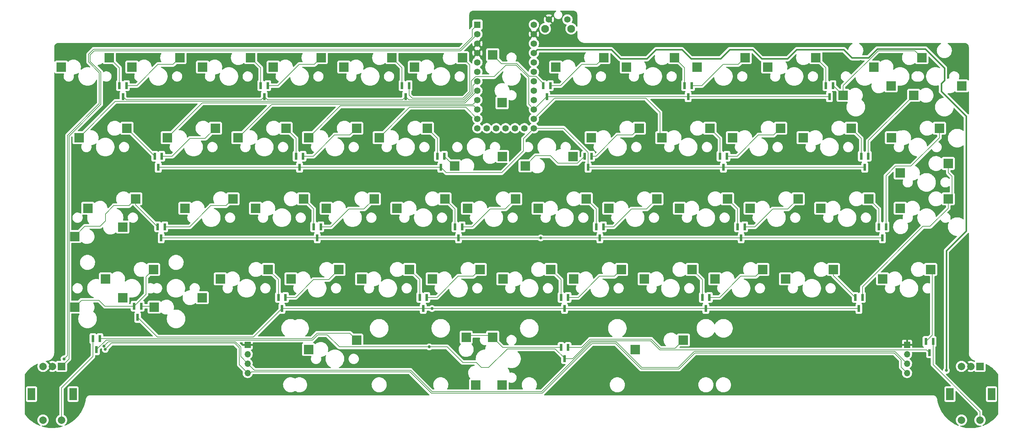
<source format=gbl>
G04 #@! TF.GenerationSoftware,KiCad,Pcbnew,(6.0.1-0)*
G04 #@! TF.CreationDate,2022-02-05T08:33:47-08:00*
G04 #@! TF.ProjectId,sketchy,736b6574-6368-4792-9e6b-696361645f70,1*
G04 #@! TF.SameCoordinates,Original*
G04 #@! TF.FileFunction,Copper,L2,Bot*
G04 #@! TF.FilePolarity,Positive*
%FSLAX46Y46*%
G04 Gerber Fmt 4.6, Leading zero omitted, Abs format (unit mm)*
G04 Created by KiCad (PCBNEW (6.0.1-0)) date 2022-02-05 08:33:47*
%MOMM*%
%LPD*%
G01*
G04 APERTURE LIST*
G04 #@! TA.AperFunction,SMDPad,CuDef*
%ADD10R,2.500000X2.550000*%
G04 #@! TD*
G04 #@! TA.AperFunction,ComponentPad*
%ADD11R,1.700000X1.700000*%
G04 #@! TD*
G04 #@! TA.AperFunction,ComponentPad*
%ADD12O,1.700000X1.700000*%
G04 #@! TD*
G04 #@! TA.AperFunction,ComponentPad*
%ADD13R,2.000000X2.000000*%
G04 #@! TD*
G04 #@! TA.AperFunction,ComponentPad*
%ADD14C,2.000000*%
G04 #@! TD*
G04 #@! TA.AperFunction,ComponentPad*
%ADD15R,2.000000X3.200000*%
G04 #@! TD*
G04 #@! TA.AperFunction,ComponentPad*
%ADD16R,1.752600X1.752600*%
G04 #@! TD*
G04 #@! TA.AperFunction,ComponentPad*
%ADD17C,1.752600*%
G04 #@! TD*
G04 #@! TA.AperFunction,SMDPad,CuDef*
%ADD18R,2.550000X2.500000*%
G04 #@! TD*
G04 #@! TA.AperFunction,ComponentPad*
%ADD19C,2.100000*%
G04 #@! TD*
G04 #@! TA.AperFunction,ComponentPad*
%ADD20C,1.750000*%
G04 #@! TD*
G04 #@! TA.AperFunction,SMDPad,CuDef*
%ADD21R,0.800000X1.900000*%
G04 #@! TD*
G04 #@! TA.AperFunction,ViaPad*
%ADD22C,0.800000*%
G04 #@! TD*
G04 #@! TA.AperFunction,Conductor*
%ADD23C,0.203200*%
G04 #@! TD*
G04 #@! TA.AperFunction,Conductor*
%ADD24C,0.381000*%
G04 #@! TD*
G04 APERTURE END LIST*
D10*
X138747500Y-132497500D03*
X136207500Y-119570500D03*
D11*
X255085750Y-121602500D03*
D12*
X255085750Y-124142500D03*
X255085750Y-126682500D03*
X255085750Y-129222500D03*
D13*
X274756250Y-127437500D03*
D14*
X269756250Y-127437500D03*
X272256250Y-127437500D03*
D15*
X277856250Y-134937500D03*
X266656250Y-134937500D03*
D14*
X269756250Y-141937500D03*
X274756250Y-141937500D03*
D13*
X27106250Y-127437500D03*
D14*
X22106250Y-127437500D03*
X24606250Y-127437500D03*
D15*
X30206250Y-134937500D03*
X19006250Y-134937500D03*
D14*
X22106250Y-141937500D03*
X27106250Y-141937500D03*
D11*
X77285750Y-121602500D03*
D12*
X77285750Y-124142500D03*
X77285750Y-126682500D03*
X77285750Y-129222500D03*
D16*
X139223750Y-35242500D03*
D17*
X139223750Y-37782500D03*
X139223750Y-40322500D03*
X139223750Y-42862500D03*
X139223750Y-45402500D03*
X139223750Y-47942500D03*
X139223750Y-50482500D03*
X139223750Y-53022500D03*
X139223750Y-55562500D03*
X139223750Y-58102500D03*
X139223750Y-60642500D03*
X139223750Y-63182500D03*
X154463750Y-63182500D03*
X154463750Y-60642500D03*
X154463750Y-58102500D03*
X154463750Y-55562500D03*
X154463750Y-53022500D03*
X154463750Y-50482500D03*
X154463750Y-47942500D03*
X154463750Y-45402500D03*
X154463750Y-42862500D03*
X154463750Y-40322500D03*
X154463750Y-37782500D03*
X154463750Y-35242500D03*
X141763750Y-63182500D03*
X144303750Y-63182500D03*
X146843750Y-63182500D03*
X149383750Y-63182500D03*
X151923750Y-63182500D03*
D18*
X108008750Y-103822500D03*
X120935750Y-101282500D03*
D10*
X145891250Y-132497500D03*
X143351250Y-119570500D03*
D18*
X188971250Y-65722500D03*
X201898250Y-63182500D03*
X165041250Y-70802500D03*
X152114250Y-73342500D03*
D10*
X145891250Y-56297500D03*
X143351250Y-43370500D03*
D18*
X112771250Y-65722500D03*
X125698250Y-63182500D03*
X38952500Y-103822500D03*
X51879500Y-101282500D03*
X65028750Y-108902500D03*
X52101750Y-111442500D03*
X79433750Y-84772500D03*
X92360750Y-82232500D03*
X55621250Y-65722500D03*
X68548250Y-63182500D03*
X160396250Y-46672500D03*
X173323250Y-44132500D03*
X246121250Y-46672500D03*
X259048250Y-44132500D03*
X93721250Y-122872500D03*
X106648250Y-120332500D03*
X184208750Y-103822500D03*
X197135750Y-101282500D03*
X117533750Y-84772500D03*
X130460750Y-82232500D03*
X34190000Y-84772500D03*
X47117000Y-82232500D03*
X169921250Y-65722500D03*
X182848250Y-63182500D03*
X181827500Y-122872500D03*
X194754500Y-120332500D03*
X145991250Y-70802500D03*
X133064250Y-73342500D03*
X253265000Y-84772500D03*
X266192000Y-82232500D03*
X127058750Y-103822500D03*
X139985750Y-101282500D03*
X74671250Y-65722500D03*
X87598250Y-63182500D03*
X98483750Y-84772500D03*
X111410750Y-82232500D03*
X193733750Y-84772500D03*
X206660750Y-82232500D03*
X88958750Y-103822500D03*
X101885750Y-101282500D03*
X253265000Y-75247500D03*
X266192000Y-72707500D03*
X217546250Y-46672500D03*
X230473250Y-44132500D03*
X203258750Y-103822500D03*
X216185750Y-101282500D03*
X46096250Y-46672500D03*
X59023250Y-44132500D03*
X69908750Y-103822500D03*
X82835750Y-101282500D03*
X65146250Y-46672500D03*
X78073250Y-44132500D03*
X179446250Y-46672500D03*
X192373250Y-44132500D03*
X269816250Y-51752500D03*
X256889250Y-54292500D03*
X27046250Y-46672500D03*
X39973250Y-44132500D03*
X208021250Y-65722500D03*
X220948250Y-63182500D03*
X222308750Y-103822500D03*
X235235750Y-101282500D03*
X60383750Y-84772500D03*
X73310750Y-82232500D03*
X212783750Y-84772500D03*
X225710750Y-82232500D03*
X250883750Y-65722500D03*
X263810750Y-63182500D03*
X198496250Y-46672500D03*
X211423250Y-44132500D03*
X43597500Y-89852500D03*
X30670500Y-92392500D03*
X174683750Y-84772500D03*
X187610750Y-82232500D03*
X250766250Y-51752500D03*
X237839250Y-54292500D03*
X146108750Y-103822500D03*
X159035750Y-101282500D03*
X155633750Y-84772500D03*
X168560750Y-82232500D03*
X248502500Y-103822500D03*
X261429500Y-101282500D03*
X31808750Y-65722500D03*
X44735750Y-63182500D03*
X43597500Y-108902500D03*
X30670500Y-111442500D03*
X84196250Y-46672500D03*
X97123250Y-44132500D03*
X122296250Y-46672500D03*
X135223250Y-44132500D03*
X136583750Y-84772500D03*
X149510750Y-82232500D03*
X231833750Y-84772500D03*
X244760750Y-82232500D03*
X227071250Y-65722500D03*
X239998250Y-63182500D03*
X165158750Y-103822500D03*
X178085750Y-101282500D03*
X93721250Y-65722500D03*
X106648250Y-63182500D03*
X103246250Y-46672500D03*
X116173250Y-44132500D03*
D19*
X164512500Y-36333750D03*
X157502500Y-36333750D03*
D20*
X163512500Y-33843750D03*
X158512500Y-33843750D03*
D21*
X42706250Y-51681250D03*
X44606250Y-51681250D03*
X43656250Y-54681250D03*
X80806250Y-51681250D03*
X82706250Y-51681250D03*
X81756250Y-54681250D03*
X195106250Y-51681250D03*
X197006250Y-51681250D03*
X196056250Y-54681250D03*
X247493750Y-89781250D03*
X249393750Y-89781250D03*
X248443750Y-92781250D03*
X46675000Y-111212500D03*
X48575000Y-111212500D03*
X47625000Y-114212500D03*
X53025000Y-89781250D03*
X54925000Y-89781250D03*
X53975000Y-92781250D03*
X161768750Y-122325000D03*
X163668750Y-122325000D03*
X162718750Y-125325000D03*
X157006250Y-51681250D03*
X158906250Y-51681250D03*
X157956250Y-54681250D03*
X123668750Y-108831250D03*
X125568750Y-108831250D03*
X124618750Y-111831250D03*
X199868750Y-108831250D03*
X201768750Y-108831250D03*
X200818750Y-111831250D03*
X133193750Y-89781250D03*
X135093750Y-89781250D03*
X134143750Y-92781250D03*
X52231250Y-70731250D03*
X54131250Y-70731250D03*
X53181250Y-73731250D03*
X260193750Y-120737500D03*
X262093750Y-120737500D03*
X261143750Y-123737500D03*
X35562500Y-119943750D03*
X37462500Y-119943750D03*
X36512500Y-122943750D03*
X204631250Y-70731250D03*
X206531250Y-70731250D03*
X205581250Y-73731250D03*
X171293750Y-89781250D03*
X173193750Y-89781250D03*
X172243750Y-92781250D03*
X95093750Y-89781250D03*
X96993750Y-89781250D03*
X96043750Y-92781250D03*
X128431250Y-70731250D03*
X130331250Y-70731250D03*
X129381250Y-73731250D03*
X241143750Y-108831250D03*
X243043750Y-108831250D03*
X242093750Y-111831250D03*
X233206250Y-51681250D03*
X235106250Y-51681250D03*
X234156250Y-54681250D03*
X85568750Y-108831250D03*
X87468750Y-108831250D03*
X86518750Y-111831250D03*
X118906250Y-51681250D03*
X120806250Y-51681250D03*
X119856250Y-54681250D03*
X168118750Y-70731250D03*
X170018750Y-70731250D03*
X169068750Y-73731250D03*
X90331250Y-70731250D03*
X92231250Y-70731250D03*
X91281250Y-73731250D03*
X161768750Y-108831250D03*
X163668750Y-108831250D03*
X162718750Y-111831250D03*
X209393750Y-89781250D03*
X211293750Y-89781250D03*
X210343750Y-92781250D03*
X242731250Y-70731250D03*
X244631250Y-70731250D03*
X243681250Y-73731250D03*
D22*
X157988000Y-43434000D03*
X33782000Y-54356000D03*
X27178000Y-42164000D03*
X126247621Y-122183621D03*
X269748000Y-42164000D03*
X242570000Y-45212000D03*
X271018000Y-57658000D03*
X268224000Y-55118000D03*
X257175000Y-58737500D03*
X252412500Y-43656250D03*
X269081250Y-108743750D03*
X81756250Y-44450000D03*
X109537500Y-43656250D03*
X119856250Y-43656250D03*
X39687500Y-53181250D03*
X215106250Y-51593750D03*
X177006250Y-50800000D03*
X133350000Y-52387500D03*
X52387500Y-44450000D03*
X100806250Y-50800000D03*
X62706250Y-50800000D03*
X53181250Y-84137500D03*
X22225000Y-131762500D03*
X40481250Y-115887500D03*
X27781250Y-125412500D03*
X59531250Y-134143750D03*
X38900179Y-122853491D03*
X38517684Y-121930072D03*
X156281250Y-92781250D03*
X126999989Y-111831250D03*
X227012500Y-65881250D03*
X217487500Y-46831250D03*
X222250000Y-103981250D03*
X248443750Y-103981250D03*
X231775000Y-84931250D03*
X253206250Y-75406250D03*
X269875000Y-51593750D03*
X246062500Y-46831250D03*
X253206250Y-84931250D03*
X250825000Y-65881250D03*
X250825000Y-51593750D03*
X265684000Y-128524000D03*
X31750000Y-65881250D03*
X26987500Y-46831250D03*
X34131250Y-84931250D03*
X43656250Y-108743750D03*
X38893750Y-103981250D03*
X43656250Y-89693750D03*
X60325000Y-84931250D03*
X93662500Y-123031250D03*
X55562500Y-65881250D03*
X65087500Y-108743750D03*
X46037500Y-46831250D03*
X69850000Y-104140000D03*
X65087500Y-46831250D03*
X79375000Y-84931250D03*
X74612500Y-65881250D03*
X98425000Y-84931250D03*
X88900000Y-103981250D03*
X93662500Y-65881250D03*
X84137500Y-46831250D03*
X112712500Y-65881250D03*
X117475000Y-84931250D03*
X103187500Y-46831250D03*
X107950000Y-103981250D03*
X127000000Y-103981250D03*
X122237500Y-46831250D03*
X136525000Y-84931250D03*
X146050000Y-70643750D03*
X146050000Y-103981250D03*
X155575000Y-84931250D03*
X165100000Y-70643750D03*
X146050000Y-56356250D03*
X169862500Y-65881250D03*
X174625000Y-84931250D03*
X165100000Y-103981250D03*
X160337500Y-46831250D03*
X138906250Y-132556250D03*
X184150000Y-103981250D03*
X179387500Y-46831250D03*
X188912500Y-65881250D03*
X146050000Y-132556250D03*
X193675000Y-84931250D03*
X212725000Y-84931250D03*
X181768750Y-123031250D03*
X203200000Y-103981250D03*
X207962500Y-65881250D03*
X198437500Y-46831250D03*
X119888000Y-125476000D03*
X72136000Y-70104000D03*
X163068000Y-58928000D03*
X154940000Y-124460000D03*
X259080000Y-131572000D03*
X150368000Y-57404000D03*
X110236000Y-70612000D03*
D23*
X192373250Y-44132500D02*
X195106250Y-46865500D01*
X195106250Y-46865500D02*
X195106250Y-51681250D01*
X143351250Y-119570500D02*
X143351250Y-119595500D01*
X143351250Y-119595500D02*
X146080750Y-122325000D01*
X146080750Y-122325000D02*
X161768750Y-122325000D01*
X126247621Y-122183621D02*
X131073621Y-122183621D01*
X138942479Y-126383841D02*
X140316159Y-127757521D01*
X131073621Y-122183621D02*
X135273841Y-126383841D01*
X140316159Y-127757521D02*
X142258841Y-127757521D01*
X135273841Y-126383841D02*
X138942479Y-126383841D01*
X142258841Y-127757521D02*
X147288642Y-122727720D01*
X147288642Y-122727720D02*
X160219248Y-122727720D01*
X162718750Y-125227222D02*
X162718750Y-125325000D01*
X160219248Y-122727720D02*
X162718750Y-125227222D01*
X157006250Y-51681250D02*
X157006250Y-51131250D01*
X154994911Y-49119911D02*
X153259911Y-49119911D01*
X149900444Y-45760444D02*
X145741194Y-45760444D01*
X157006250Y-51131250D02*
X154994911Y-49119911D01*
X153259911Y-49119911D02*
X149900444Y-45760444D01*
X145741194Y-45760444D02*
X143351250Y-43370500D01*
D24*
X271038921Y-59901421D02*
X264318750Y-53181250D01*
X175336200Y-41986200D02*
X155340050Y-41986200D01*
X265165171Y-50220664D02*
X265165171Y-46944399D01*
X265684000Y-128524000D02*
X265684000Y-96266000D01*
X264318750Y-51067085D02*
X265165171Y-50220664D01*
X240247771Y-44191521D02*
X238042450Y-41986200D01*
X222878650Y-44450000D02*
X215900000Y-44450000D01*
X215900000Y-44450000D02*
X213436200Y-41986200D01*
X204787500Y-44450000D02*
X196850000Y-44450000D01*
X247092374Y-41789759D02*
X244690611Y-44191521D01*
X194386200Y-41986200D02*
X187407550Y-41986200D01*
X264318750Y-53181250D02*
X264318750Y-51067085D01*
X265684000Y-96266000D02*
X271038921Y-90911079D01*
X244690611Y-44191521D02*
X240247771Y-44191521D01*
X271038921Y-90911079D02*
X271038921Y-59901421D01*
X265165171Y-46944399D02*
X260010531Y-41789759D01*
X187407550Y-41986200D02*
X184943750Y-44450000D01*
X260010531Y-41789759D02*
X247092374Y-41789759D01*
X213436200Y-41986200D02*
X207251300Y-41986200D01*
X238042450Y-41986200D02*
X225342450Y-41986200D01*
X225342450Y-41986200D02*
X222878650Y-44450000D01*
X207251300Y-41986200D02*
X204787500Y-44450000D01*
X196850000Y-44450000D02*
X194386200Y-41986200D01*
X184943750Y-44450000D02*
X177800000Y-44450000D01*
X177800000Y-44450000D02*
X175336200Y-41986200D01*
X155340050Y-41986200D02*
X154463750Y-42862500D01*
D23*
X102009957Y-122183621D02*
X126247621Y-122183621D01*
X36512500Y-122943750D02*
X39109780Y-120346470D01*
X39109780Y-120346470D02*
X94710562Y-120346470D01*
X96172933Y-118884099D02*
X98710435Y-118884099D01*
X94710562Y-120346470D02*
X96172933Y-118884099D01*
X98710435Y-118884099D02*
X102009957Y-122183621D01*
X86518750Y-111831250D02*
X78808970Y-119541030D01*
X78808970Y-119541030D02*
X52953530Y-119541030D01*
X52953530Y-119541030D02*
X47625000Y-114212500D01*
X77285750Y-129222500D02*
X78041500Y-129222500D01*
X78041500Y-129222500D02*
X78353660Y-128910340D01*
X78353660Y-128910340D02*
X121050511Y-128910340D01*
X121050511Y-128910340D02*
X126815511Y-134675341D01*
X126815511Y-134675341D02*
X156724191Y-134675341D01*
X156724191Y-134675341D02*
X170092812Y-121306720D01*
X170092812Y-121306720D02*
X176564966Y-121306720D01*
X176564966Y-121306720D02*
X183418487Y-128160241D01*
X183418487Y-128160241D02*
X193548289Y-128160241D01*
X193548289Y-128160241D02*
X197911701Y-123796829D01*
X197911701Y-123796829D02*
X251630547Y-123796829D01*
X251630547Y-123796829D02*
X253492000Y-125658282D01*
X253492000Y-125658282D02*
X253492000Y-127628750D01*
X253492000Y-127628750D02*
X255085750Y-129222500D01*
X77285750Y-126682500D02*
X79110870Y-128507620D01*
X79110870Y-128507620D02*
X121217323Y-128507620D01*
X156557379Y-134272621D02*
X169926000Y-120904000D01*
X176731778Y-120904000D02*
X183585299Y-127757521D01*
X121217323Y-128507620D02*
X126982323Y-134272621D01*
X126982323Y-134272621D02*
X156557379Y-134272621D01*
X169926000Y-120904000D02*
X176731778Y-120904000D01*
X183585299Y-127757521D02*
X193381477Y-127757521D01*
X193381477Y-127757521D02*
X197744889Y-123394109D01*
X197744889Y-123394109D02*
X251797359Y-123394109D01*
X251797359Y-123394109D02*
X255085750Y-126682500D01*
X28691669Y-124502081D02*
X27781250Y-125412500D01*
X28691669Y-65142827D02*
X28691669Y-121560419D01*
X28691669Y-121560419D02*
X28691669Y-124502081D01*
X139223750Y-35242500D02*
X137827734Y-36638516D01*
X137827734Y-36638516D02*
X137827734Y-38608984D01*
X137827734Y-38608984D02*
X134558059Y-41878659D01*
X134558059Y-41878659D02*
X35737677Y-41878659D01*
X35737677Y-41878659D02*
X34417409Y-43198927D01*
X34417409Y-43198927D02*
X34417409Y-45305691D01*
X34417409Y-45305691D02*
X37300405Y-48188687D01*
X37300405Y-48188687D02*
X37300405Y-56534091D01*
X37300405Y-56534091D02*
X28691669Y-65142827D01*
X139223750Y-37782500D02*
X134724871Y-42281379D01*
X134724871Y-42281379D02*
X35904489Y-42281379D01*
X34820129Y-45138879D02*
X37703125Y-48021875D01*
X35904489Y-42281379D02*
X34820129Y-43365739D01*
X34820129Y-43365739D02*
X34820129Y-45138879D01*
X37703125Y-48021875D02*
X37703125Y-56700903D01*
X37703125Y-56700903D02*
X29094389Y-65309639D01*
X29094389Y-65309639D02*
X29094389Y-125449361D01*
X29094389Y-125449361D02*
X27106250Y-127437500D01*
X27106250Y-141937500D02*
X27106250Y-133231250D01*
X27106250Y-133231250D02*
X35562500Y-124775000D01*
X35562500Y-124775000D02*
X35562500Y-119943750D01*
X38900179Y-122853491D02*
X40601760Y-121151910D01*
X40601760Y-121151910D02*
X73751128Y-121151910D01*
X73751128Y-121151910D02*
X75003530Y-122404312D01*
X75003530Y-122404312D02*
X75003530Y-126940280D01*
X75003530Y-126940280D02*
X77285750Y-129222500D01*
X73917940Y-120749190D02*
X75406250Y-122237500D01*
X75406250Y-122237500D02*
X75406250Y-124803000D01*
X75406250Y-124803000D02*
X77285750Y-126682500D01*
X39698566Y-120749190D02*
X73917940Y-120749190D01*
X38517684Y-121930072D02*
X39698566Y-120749190D01*
X42706250Y-46865500D02*
X42706250Y-51681250D01*
X39973250Y-44132500D02*
X42706250Y-46865500D01*
X146876836Y-46163164D02*
X149733632Y-46163164D01*
X153082625Y-56721375D02*
X154463750Y-58102500D01*
X157956250Y-54681250D02*
X157885000Y-54681250D01*
X120704641Y-55529641D02*
X135577545Y-55529641D01*
X157885000Y-54681250D02*
X154463750Y-58102500D01*
X234156250Y-54681250D02*
X196056250Y-54681250D01*
X82604641Y-55529641D02*
X119007859Y-55529641D01*
X137599639Y-53507547D02*
X137599639Y-50441499D01*
X119856250Y-54681250D02*
X120704641Y-55529641D01*
X119007859Y-55529641D02*
X119856250Y-54681250D01*
X153082625Y-49512157D02*
X153082625Y-56721375D01*
X81756250Y-54681250D02*
X82604641Y-55529641D01*
X137599639Y-50441499D02*
X138765138Y-49276000D01*
X80907859Y-55529641D02*
X44504641Y-55529641D01*
X149733632Y-46163164D02*
X153082625Y-49512157D01*
X135577545Y-55529641D02*
X137599639Y-53507547D01*
X143764000Y-49276000D02*
X146876836Y-46163164D01*
X44504641Y-55529641D02*
X43656250Y-54681250D01*
X196056250Y-54681250D02*
X157956250Y-54681250D01*
X138765138Y-49276000D02*
X143764000Y-49276000D01*
X81756250Y-54681250D02*
X80907859Y-55529641D01*
X59023250Y-44132500D02*
X57172129Y-45983621D01*
X57172129Y-45983621D02*
X53093767Y-45983621D01*
X53093767Y-45983621D02*
X47396138Y-51681250D01*
X47396138Y-51681250D02*
X44606250Y-51681250D01*
X80806250Y-46865500D02*
X80806250Y-51681250D01*
X78073250Y-44132500D02*
X80806250Y-46865500D01*
X129381250Y-73731250D02*
X130843621Y-75193621D01*
X151650129Y-65996121D02*
X154463750Y-63182500D01*
X169068750Y-69729028D02*
X169068750Y-73731250D01*
X162522222Y-63182500D02*
X169068750Y-69729028D01*
X205581250Y-73731250D02*
X243681250Y-73731250D01*
X53181250Y-73731250D02*
X91281250Y-73731250D01*
X91281250Y-73731250D02*
X129381250Y-73731250D01*
X151650129Y-69329871D02*
X151650129Y-65996121D01*
X130843621Y-75193621D02*
X145786379Y-75193621D01*
X169068750Y-73731250D02*
X205581250Y-73731250D01*
X154463750Y-63182500D02*
X162522222Y-63182500D01*
X145786379Y-75193621D02*
X151650129Y-69329871D01*
X85466498Y-51681250D02*
X82706250Y-51681250D01*
X91164127Y-45983621D02*
X85466498Y-51681250D01*
X97123250Y-44132500D02*
X95272129Y-45983621D01*
X95272129Y-45983621D02*
X91164127Y-45983621D01*
X116173250Y-44132500D02*
X118906250Y-46865500D01*
X118906250Y-46865500D02*
X118906250Y-51681250D01*
X120806250Y-51681250D02*
X120806250Y-54258250D01*
X137196919Y-53340735D02*
X137196919Y-46106169D01*
X120806250Y-54258250D02*
X121674921Y-55126921D01*
X121674921Y-55126921D02*
X135410733Y-55126921D01*
X135410733Y-55126921D02*
X137196919Y-53340735D01*
X137196919Y-46106169D02*
X135223250Y-44132500D01*
X167364127Y-45983621D02*
X161666498Y-51681250D01*
X171472129Y-45983621D02*
X167364127Y-45983621D01*
X161666498Y-51681250D02*
X158906250Y-51681250D01*
X173323250Y-44132500D02*
X171472129Y-45983621D01*
X205464127Y-45983621D02*
X199766498Y-51681250D01*
X199766498Y-51681250D02*
X197006250Y-51681250D01*
X209572129Y-45983621D02*
X205464127Y-45983621D01*
X211423250Y-44132500D02*
X209572129Y-45983621D01*
X233206250Y-46865500D02*
X233206250Y-51681250D01*
X230473250Y-44132500D02*
X233206250Y-46865500D01*
X235228000Y-51681250D02*
X235106250Y-51681250D01*
X237839250Y-51738138D02*
X237839250Y-54292500D01*
X259048250Y-44132500D02*
X257197129Y-42281379D01*
X257197129Y-42281379D02*
X247296009Y-42281379D01*
X247296009Y-42281379D02*
X237839250Y-51738138D01*
X237839250Y-54292500D02*
X235228000Y-51681250D01*
X44735750Y-63182500D02*
X44735750Y-63235750D01*
X44735750Y-63235750D02*
X52231250Y-70731250D01*
X68548250Y-63182500D02*
X65813271Y-65917479D01*
X61734909Y-65917479D02*
X56921138Y-70731250D01*
X56921138Y-70731250D02*
X54131250Y-70731250D01*
X65813271Y-65917479D02*
X61734909Y-65917479D01*
X87598250Y-63182500D02*
X90331250Y-65915500D01*
X90331250Y-65915500D02*
X90331250Y-70731250D01*
X100689127Y-65033621D02*
X94991498Y-70731250D01*
X106648250Y-63182500D02*
X104797129Y-65033621D01*
X94991498Y-70731250D02*
X92231250Y-70731250D01*
X104797129Y-65033621D02*
X100689127Y-65033621D01*
X128431250Y-65915500D02*
X128431250Y-70731250D01*
X125698250Y-63182500D02*
X128431250Y-65915500D01*
X132942500Y-73342500D02*
X130331250Y-70731250D01*
X133064250Y-73342500D02*
X132942500Y-73342500D01*
X160999489Y-72653621D02*
X166196379Y-72653621D01*
X152114250Y-73342500D02*
X154849229Y-70607521D01*
X154849229Y-70607521D02*
X158953389Y-70607521D01*
X166196379Y-72653621D02*
X168118750Y-70731250D01*
X158953389Y-70607521D02*
X160999489Y-72653621D01*
X182848250Y-63182500D02*
X180997129Y-65033621D01*
X171191498Y-70731250D02*
X170018750Y-70731250D01*
X180997129Y-65033621D02*
X176889127Y-65033621D01*
X176889127Y-65033621D02*
X171191498Y-70731250D01*
X201898250Y-63182500D02*
X204631250Y-65915500D01*
X204631250Y-65915500D02*
X204631250Y-70731250D01*
X210343750Y-92781250D02*
X248443750Y-92781250D01*
X156281250Y-92781250D02*
X172243750Y-92781250D01*
X96043750Y-92781250D02*
X134143750Y-92781250D01*
X53975000Y-92781250D02*
X96043750Y-92781250D01*
X172243750Y-92781250D02*
X210343750Y-92781250D01*
X134143750Y-92781250D02*
X156281250Y-92781250D01*
X214989127Y-65033621D02*
X209291498Y-70731250D01*
X220948250Y-63182500D02*
X219097129Y-65033621D01*
X209291498Y-70731250D02*
X206531250Y-70731250D01*
X219097129Y-65033621D02*
X214989127Y-65033621D01*
X242731250Y-65915500D02*
X242731250Y-70731250D01*
X239998250Y-63182500D02*
X242731250Y-65915500D01*
X124618750Y-111831250D02*
X86518750Y-111831250D01*
X162718750Y-111831250D02*
X124618750Y-111831250D01*
X200818750Y-111831250D02*
X162718750Y-111831250D01*
X242093750Y-111831250D02*
X200818750Y-111831250D01*
X244631250Y-66550500D02*
X244631250Y-70731250D01*
X256889250Y-54292500D02*
X244631250Y-66550500D01*
X45265879Y-84083621D02*
X47117000Y-82232500D01*
X33405479Y-89657521D02*
X37483841Y-89657521D01*
X47117000Y-82232500D02*
X47117000Y-83873250D01*
X37483841Y-89657521D02*
X38929979Y-88211383D01*
X41187517Y-84083621D02*
X45265879Y-84083621D01*
X47117000Y-83873250D02*
X53025000Y-89781250D01*
X38929979Y-86341159D02*
X41187517Y-84083621D01*
X30670500Y-92392500D02*
X33405479Y-89657521D01*
X38929979Y-88211383D02*
X38929979Y-86341159D01*
X61653998Y-89781250D02*
X54925000Y-89781250D01*
X73310750Y-82232500D02*
X71459629Y-84083621D01*
X71459629Y-84083621D02*
X67351627Y-84083621D01*
X67351627Y-84083621D02*
X61653998Y-89781250D01*
X95093750Y-84965500D02*
X95093750Y-89781250D01*
X92360750Y-82232500D02*
X95093750Y-84965500D01*
X108675771Y-84967479D02*
X104567769Y-84967479D01*
X111410750Y-82232500D02*
X108675771Y-84967479D01*
X99753998Y-89781250D02*
X96993750Y-89781250D01*
X104567769Y-84967479D02*
X99753998Y-89781250D01*
X130460750Y-82232500D02*
X133193750Y-84965500D01*
X133193750Y-84965500D02*
X133193750Y-89781250D01*
X146775771Y-84967479D02*
X142697409Y-84967479D01*
X142697409Y-84967479D02*
X137883638Y-89781250D01*
X137883638Y-89781250D02*
X135093750Y-89781250D01*
X149510750Y-82232500D02*
X146775771Y-84967479D01*
X171293750Y-84965500D02*
X171293750Y-89781250D01*
X168560750Y-82232500D02*
X171293750Y-84965500D01*
X184875771Y-84967479D02*
X180767769Y-84967479D01*
X175953998Y-89781250D02*
X173193750Y-89781250D01*
X180767769Y-84967479D02*
X175953998Y-89781250D01*
X187610750Y-82232500D02*
X184875771Y-84967479D01*
X206660750Y-82232500D02*
X209393750Y-84965500D01*
X209393750Y-84965500D02*
X209393750Y-89781250D01*
X225710750Y-82232500D02*
X222975771Y-84967479D01*
X214053998Y-89781250D02*
X211293750Y-89781250D01*
X218867769Y-84967479D02*
X214053998Y-89781250D01*
X222975771Y-84967479D02*
X218867769Y-84967479D01*
X247493750Y-84965500D02*
X247493750Y-89781250D01*
X244760750Y-82232500D02*
X247493750Y-84965500D01*
X263810750Y-65736862D02*
X256151233Y-73396379D01*
X263810750Y-63182500D02*
X263810750Y-65736862D01*
X256151233Y-73396379D02*
X251988899Y-73396379D01*
X251988899Y-73396379D02*
X249393750Y-75991528D01*
X249393750Y-75991528D02*
X249393750Y-89781250D01*
X32521621Y-109591379D02*
X37201379Y-109591379D01*
X38822500Y-111212500D02*
X46675000Y-111212500D01*
X30670500Y-111442500D02*
X32521621Y-109591379D01*
X51879500Y-101282500D02*
X49891379Y-103270621D01*
X37201379Y-109591379D02*
X38822500Y-111212500D01*
X49891379Y-103270621D02*
X49891379Y-107996121D01*
X49891379Y-107996121D02*
X46675000Y-111212500D01*
X260397639Y-122991389D02*
X188408803Y-122991389D01*
X164935468Y-125325000D02*
X162718750Y-125325000D01*
X261143750Y-123737500D02*
X260397639Y-122991389D01*
X188408803Y-122991389D02*
X185918694Y-120501280D01*
X185918694Y-120501280D02*
X169759188Y-120501280D01*
X169759188Y-120501280D02*
X164935468Y-125325000D01*
X51871750Y-111212500D02*
X52101750Y-111442500D01*
X48575000Y-111212500D02*
X51871750Y-111212500D01*
X82835750Y-101282500D02*
X85568750Y-104015500D01*
X85568750Y-104015500D02*
X85568750Y-108831250D01*
X90228998Y-108831250D02*
X87468750Y-108831250D01*
X99150771Y-104017479D02*
X95042769Y-104017479D01*
X101885750Y-101282500D02*
X99150771Y-104017479D01*
X95042769Y-104017479D02*
X90228998Y-108831250D01*
X123668750Y-104015500D02*
X123668750Y-108831250D01*
X120935750Y-101282500D02*
X123668750Y-104015500D01*
X128328998Y-108831250D02*
X134026627Y-103133621D01*
X125568750Y-108831250D02*
X128328998Y-108831250D01*
X138134629Y-103133621D02*
X139985750Y-101282500D01*
X134026627Y-103133621D02*
X138134629Y-103133621D01*
X159035750Y-101282500D02*
X161768750Y-104015500D01*
X161768750Y-104015500D02*
X161768750Y-108831250D01*
X176234629Y-103133621D02*
X178085750Y-101282500D01*
X166428998Y-108831250D02*
X172126627Y-103133621D01*
X172126627Y-103133621D02*
X176234629Y-103133621D01*
X163668750Y-108831250D02*
X166428998Y-108831250D01*
X197135750Y-101282500D02*
X199868750Y-104015500D01*
X199868750Y-104015500D02*
X199868750Y-108831250D01*
X204528998Y-108831250D02*
X210226627Y-103133621D01*
X214334629Y-103133621D02*
X216185750Y-101282500D01*
X201768750Y-108831250D02*
X204528998Y-108831250D01*
X210226627Y-103133621D02*
X214334629Y-103133621D01*
X235235750Y-102923250D02*
X241143750Y-108831250D01*
X235235750Y-101282500D02*
X235235750Y-102923250D01*
X261321341Y-89657521D02*
X266192000Y-84786862D01*
X266192000Y-84786862D02*
X266192000Y-82232500D01*
X266192000Y-72707500D02*
X266192000Y-75184000D01*
X267208000Y-76200000D02*
X267208000Y-81216500D01*
X243043750Y-108831250D02*
X243043750Y-105992430D01*
X259378659Y-89657521D02*
X261321341Y-89657521D01*
X243043750Y-105992430D02*
X259378659Y-89657521D01*
X266192000Y-75184000D02*
X267208000Y-76200000D01*
X267208000Y-81216500D02*
X266192000Y-82232500D01*
X104797129Y-118481379D02*
X106648250Y-120332500D01*
X94543750Y-119943750D02*
X96006121Y-118481379D01*
X37462500Y-119943750D02*
X94543750Y-119943750D01*
X96006121Y-118481379D02*
X104797129Y-118481379D01*
X136671621Y-119106379D02*
X142887129Y-119106379D01*
X136207500Y-119570500D02*
X136671621Y-119106379D01*
X142887129Y-119106379D02*
X143351250Y-119570500D01*
X188575615Y-122588669D02*
X186085506Y-120098560D01*
X192498331Y-122588669D02*
X188575615Y-122588669D01*
X167365936Y-122325000D02*
X163668750Y-122325000D01*
X169592376Y-120098560D02*
X167365936Y-122325000D01*
X186085506Y-120098560D02*
X169592376Y-120098560D01*
X194754500Y-120332500D02*
X192498331Y-122588669D01*
X261429500Y-101282500D02*
X261893621Y-101746621D01*
X261893621Y-101746621D02*
X261893621Y-119037629D01*
X261893621Y-119037629D02*
X260193750Y-120737500D01*
X262093750Y-126965750D02*
X274756250Y-139628250D01*
X262093750Y-120737500D02*
X262093750Y-126965750D01*
X274756250Y-139628250D02*
X274756250Y-141937500D01*
X138002359Y-53674359D02*
X135744357Y-55932361D01*
X138002359Y-51703891D02*
X138002359Y-53674359D01*
X139223750Y-50482500D02*
X138002359Y-51703891D01*
X41598889Y-55932361D02*
X31808750Y-65722500D01*
X135744357Y-55932361D02*
X41598889Y-55932361D01*
X55621250Y-65722500D02*
X55646250Y-65722500D01*
X65024000Y-56344750D02*
X135901500Y-56344750D01*
X55646250Y-65722500D02*
X65024000Y-56344750D01*
X135901500Y-56344750D02*
X139223750Y-53022500D01*
X83746280Y-56747470D02*
X138027470Y-56747470D01*
X138033125Y-56753125D02*
X139223750Y-55562500D01*
X74612500Y-65881250D02*
X83746280Y-56747470D01*
X138027470Y-56747470D02*
X138033125Y-56753125D01*
X102287905Y-57155845D02*
X104399845Y-57155845D01*
X102361810Y-57150190D02*
X102367465Y-57155845D01*
X138277095Y-57155845D02*
X139223750Y-58102500D01*
X104399845Y-57155845D02*
X138277095Y-57155845D01*
X93721250Y-65722500D02*
X102287905Y-57155845D01*
X102367465Y-57155845D02*
X104399845Y-57155845D01*
X120935185Y-57558565D02*
X136139815Y-57558565D01*
X136139815Y-57558565D02*
X139223750Y-60642500D01*
X112771250Y-65722500D02*
X120935185Y-57558565D01*
X160022280Y-55083970D02*
X184623970Y-55083970D01*
X184623970Y-55083970D02*
X188468000Y-58928000D01*
X188468000Y-58928000D02*
X188468000Y-65219250D01*
X154463750Y-60642500D02*
X160022280Y-55083970D01*
X188468000Y-65219250D02*
X188971250Y-65722500D01*
G04 #@! TA.AperFunction,Conductor*
G36*
X176328186Y-121936822D02*
G01*
X176349160Y-121953725D01*
X182933559Y-128538124D01*
X182940675Y-128545942D01*
X182944661Y-128552224D01*
X182950441Y-128557652D01*
X182950442Y-128557653D01*
X182992434Y-128597086D01*
X182995276Y-128599841D01*
X183014222Y-128618787D01*
X183017361Y-128621222D01*
X183018011Y-128621795D01*
X183026142Y-128628742D01*
X183051246Y-128652315D01*
X183051249Y-128652317D01*
X183057029Y-128657745D01*
X183063974Y-128661563D01*
X183063977Y-128661565D01*
X183073807Y-128666969D01*
X183090334Y-128677825D01*
X183105453Y-128689553D01*
X183134314Y-128702042D01*
X183144322Y-128706373D01*
X183154983Y-128711595D01*
X183192109Y-128732006D01*
X183199788Y-128733978D01*
X183199789Y-128733978D01*
X183210648Y-128736766D01*
X183229353Y-128743170D01*
X183246921Y-128750772D01*
X183254753Y-128752012D01*
X183254758Y-128752014D01*
X183288766Y-128757401D01*
X183300379Y-128759805D01*
X183341413Y-128770341D01*
X183360550Y-128770341D01*
X183380261Y-128771892D01*
X183391341Y-128773647D01*
X183391343Y-128773647D01*
X183399171Y-128774887D01*
X183441347Y-128770900D01*
X183453206Y-128770341D01*
X193472611Y-128770341D01*
X193483163Y-128770839D01*
X193490417Y-128772460D01*
X193555884Y-128770403D01*
X193559841Y-128770341D01*
X193586672Y-128770341D01*
X193590599Y-128769845D01*
X193591505Y-128769788D01*
X193602149Y-128768949D01*
X193644488Y-128767619D01*
X193662875Y-128762277D01*
X193682232Y-128758269D01*
X193693354Y-128756864D01*
X193693355Y-128756864D01*
X193701221Y-128755870D01*
X193714097Y-128750772D01*
X193740607Y-128740277D01*
X193751834Y-128736433D01*
X193784898Y-128726826D01*
X193784900Y-128726825D01*
X193792514Y-128724613D01*
X193808994Y-128714867D01*
X193826734Y-128706176D01*
X193844543Y-128699125D01*
X193878821Y-128674221D01*
X193888741Y-128667705D01*
X193918368Y-128650184D01*
X193918371Y-128650182D01*
X193925195Y-128646146D01*
X193938722Y-128632619D01*
X193953756Y-128619778D01*
X193962836Y-128613181D01*
X193962837Y-128613180D01*
X193969251Y-128608520D01*
X193996263Y-128575868D01*
X194004252Y-128567089D01*
X198127507Y-124443834D01*
X198189819Y-124409808D01*
X198216602Y-124406929D01*
X251325646Y-124406929D01*
X251393767Y-124426931D01*
X251414741Y-124443834D01*
X252844995Y-125874089D01*
X252879021Y-125936401D01*
X252881900Y-125963184D01*
X252881900Y-127553072D01*
X252881402Y-127563624D01*
X252879781Y-127570878D01*
X252880030Y-127578799D01*
X252881838Y-127636345D01*
X252881900Y-127640302D01*
X252881900Y-127667133D01*
X252882396Y-127671060D01*
X252882453Y-127671966D01*
X252883292Y-127682610D01*
X252884622Y-127724949D01*
X252886834Y-127732562D01*
X252889964Y-127743336D01*
X252893972Y-127762693D01*
X252896371Y-127781682D01*
X252899291Y-127789057D01*
X252911964Y-127821068D01*
X252915808Y-127832295D01*
X252924037Y-127860615D01*
X252927628Y-127872975D01*
X252937374Y-127889455D01*
X252946065Y-127907195D01*
X252953116Y-127925004D01*
X252977558Y-127958646D01*
X252978020Y-127959282D01*
X252984536Y-127969202D01*
X252998477Y-127992774D01*
X253006095Y-128005656D01*
X253019622Y-128019183D01*
X253032463Y-128034217D01*
X253043721Y-128049712D01*
X253049829Y-128054765D01*
X253076372Y-128076723D01*
X253085152Y-128084713D01*
X253742713Y-128742274D01*
X253776739Y-128804586D01*
X253775035Y-128865040D01*
X253746739Y-128967070D01*
X253746191Y-128972200D01*
X253746190Y-128972204D01*
X253741933Y-129012042D01*
X253723001Y-129189195D01*
X253723298Y-129194348D01*
X253723298Y-129194351D01*
X253733325Y-129368248D01*
X253735860Y-129412215D01*
X253736997Y-129417261D01*
X253736998Y-129417267D01*
X253746095Y-129457632D01*
X253784972Y-129630139D01*
X253869016Y-129837116D01*
X253985737Y-130027588D01*
X254132000Y-130196438D01*
X254303876Y-130339132D01*
X254496750Y-130451838D01*
X254501575Y-130453680D01*
X254501576Y-130453681D01*
X254532147Y-130465355D01*
X254705442Y-130531530D01*
X254710510Y-130532561D01*
X254710513Y-130532562D01*
X254808891Y-130552577D01*
X254924347Y-130576067D01*
X254929522Y-130576257D01*
X254929524Y-130576257D01*
X255142423Y-130584064D01*
X255142427Y-130584064D01*
X255147587Y-130584253D01*
X255152707Y-130583597D01*
X255152709Y-130583597D01*
X255364038Y-130556525D01*
X255364039Y-130556525D01*
X255369166Y-130555868D01*
X255374116Y-130554383D01*
X255578179Y-130493161D01*
X255578184Y-130493159D01*
X255583134Y-130491674D01*
X255783744Y-130393396D01*
X255965610Y-130263673D01*
X256123846Y-130105989D01*
X256183344Y-130023189D01*
X256251185Y-129928777D01*
X256254203Y-129924577D01*
X256353180Y-129724311D01*
X256406004Y-129550447D01*
X256416615Y-129515523D01*
X256416615Y-129515521D01*
X256418120Y-129510569D01*
X256447279Y-129289090D01*
X256448693Y-129231237D01*
X256448824Y-129225865D01*
X256448824Y-129225861D01*
X256448906Y-129222500D01*
X256430602Y-128999861D01*
X256376181Y-128783202D01*
X256287104Y-128578340D01*
X256243331Y-128510677D01*
X256168572Y-128395117D01*
X256168570Y-128395114D01*
X256165764Y-128390777D01*
X256015420Y-128225551D01*
X256011369Y-128222352D01*
X256011365Y-128222348D01*
X255844164Y-128090300D01*
X255844160Y-128090298D01*
X255840109Y-128087098D01*
X255798803Y-128064296D01*
X255748834Y-128013864D01*
X255734062Y-127944421D01*
X255759178Y-127878016D01*
X255786530Y-127851409D01*
X255896513Y-127772959D01*
X255965610Y-127723673D01*
X255972283Y-127717024D01*
X256120185Y-127569637D01*
X256123846Y-127565989D01*
X256215482Y-127438464D01*
X256251185Y-127388777D01*
X256254203Y-127384577D01*
X256263239Y-127366295D01*
X256350886Y-127188953D01*
X256350887Y-127188951D01*
X256353180Y-127184311D01*
X256406887Y-127007540D01*
X256416615Y-126975523D01*
X256416616Y-126975518D01*
X256418120Y-126970569D01*
X256447279Y-126749090D01*
X256447853Y-126725615D01*
X256448824Y-126685865D01*
X256448824Y-126685861D01*
X256448906Y-126682500D01*
X256430602Y-126459861D01*
X256376181Y-126243202D01*
X256287104Y-126038340D01*
X256220178Y-125934888D01*
X256168572Y-125855117D01*
X256168570Y-125855114D01*
X256165764Y-125850777D01*
X256015420Y-125685551D01*
X256011369Y-125682352D01*
X256011365Y-125682348D01*
X255844164Y-125550300D01*
X255844160Y-125550298D01*
X255840109Y-125547098D01*
X255798803Y-125524296D01*
X255748834Y-125473864D01*
X255734062Y-125404421D01*
X255759178Y-125338016D01*
X255786530Y-125311409D01*
X255859975Y-125259021D01*
X255965610Y-125183673D01*
X255970034Y-125179265D01*
X256100589Y-125049165D01*
X256123846Y-125025989D01*
X256183717Y-124942670D01*
X256251185Y-124848777D01*
X256254203Y-124844577D01*
X256265599Y-124821520D01*
X256350886Y-124648953D01*
X256350887Y-124648951D01*
X256353180Y-124644311D01*
X256399319Y-124492451D01*
X256416615Y-124435523D01*
X256416615Y-124435521D01*
X256418120Y-124430569D01*
X256447279Y-124209090D01*
X256448773Y-124147939D01*
X256448824Y-124145865D01*
X256448824Y-124145861D01*
X256448906Y-124142500D01*
X256430602Y-123919861D01*
X256423656Y-123892207D01*
X256389992Y-123758184D01*
X256392796Y-123687243D01*
X256433509Y-123629080D01*
X256499205Y-123602161D01*
X256512196Y-123601489D01*
X260092738Y-123601489D01*
X260160859Y-123621491D01*
X260181833Y-123638394D01*
X260198345Y-123654906D01*
X260232371Y-123717218D01*
X260235250Y-123744001D01*
X260235250Y-124735634D01*
X260242005Y-124797816D01*
X260293135Y-124934205D01*
X260380489Y-125050761D01*
X260497045Y-125138115D01*
X260633434Y-125189245D01*
X260695616Y-125196000D01*
X261357650Y-125196000D01*
X261425771Y-125216002D01*
X261472264Y-125269658D01*
X261483650Y-125322000D01*
X261483650Y-126890072D01*
X261483152Y-126900624D01*
X261481531Y-126907878D01*
X261482389Y-126935198D01*
X261483588Y-126973345D01*
X261483650Y-126977302D01*
X261483650Y-127004133D01*
X261484146Y-127008060D01*
X261484203Y-127008966D01*
X261485042Y-127019610D01*
X261486372Y-127061949D01*
X261488584Y-127069562D01*
X261491714Y-127080336D01*
X261495722Y-127099693D01*
X261496995Y-127109766D01*
X261498121Y-127118682D01*
X261501041Y-127126057D01*
X261513714Y-127158068D01*
X261517558Y-127169295D01*
X261526709Y-127200789D01*
X261529378Y-127209975D01*
X261539124Y-127226455D01*
X261547815Y-127244195D01*
X261554866Y-127262004D01*
X261574185Y-127288595D01*
X261579770Y-127296282D01*
X261586286Y-127306202D01*
X261601374Y-127331714D01*
X261607845Y-127342656D01*
X261621372Y-127356183D01*
X261634213Y-127371217D01*
X261645471Y-127386712D01*
X261651579Y-127391765D01*
X261678122Y-127413723D01*
X261686902Y-127421713D01*
X266879094Y-132613905D01*
X266913120Y-132676217D01*
X266908055Y-132747032D01*
X266865508Y-132803868D01*
X266798988Y-132828679D01*
X266789999Y-132829000D01*
X265608116Y-132829000D01*
X265545934Y-132835755D01*
X265409545Y-132886885D01*
X265292989Y-132974239D01*
X265205635Y-133090795D01*
X265154505Y-133227184D01*
X265147750Y-133289366D01*
X265147750Y-136585634D01*
X265154505Y-136647816D01*
X265205635Y-136784205D01*
X265292989Y-136900761D01*
X265409545Y-136988115D01*
X265545934Y-137039245D01*
X265608116Y-137046000D01*
X267704384Y-137046000D01*
X267766566Y-137039245D01*
X267902955Y-136988115D01*
X268019511Y-136900761D01*
X268106865Y-136784205D01*
X268157995Y-136647816D01*
X268164750Y-136585634D01*
X268164750Y-134203752D01*
X268184752Y-134135631D01*
X268238408Y-134089138D01*
X268308682Y-134079034D01*
X268373262Y-134108528D01*
X268379845Y-134114657D01*
X274109245Y-139844057D01*
X274143271Y-139906369D01*
X274146150Y-139933152D01*
X274146150Y-140473320D01*
X274126148Y-140541441D01*
X274077347Y-140585590D01*
X274073866Y-140587363D01*
X274069287Y-140589260D01*
X274065067Y-140591846D01*
X274065065Y-140591847D01*
X273871048Y-140710741D01*
X273871042Y-140710745D01*
X273866834Y-140713324D01*
X273686281Y-140867531D01*
X273532074Y-141048084D01*
X273529495Y-141052292D01*
X273529491Y-141052298D01*
X273410596Y-141246317D01*
X273408010Y-141250537D01*
X273406117Y-141255107D01*
X273406115Y-141255111D01*
X273394572Y-141282979D01*
X273317145Y-141469906D01*
X273261715Y-141700789D01*
X273243085Y-141937500D01*
X273261715Y-142174211D01*
X273262869Y-142179018D01*
X273262870Y-142179024D01*
X273289377Y-142289431D01*
X273317145Y-142405094D01*
X273319038Y-142409665D01*
X273319039Y-142409667D01*
X273405867Y-142619289D01*
X273408010Y-142624463D01*
X273410596Y-142628683D01*
X273529491Y-142822702D01*
X273529495Y-142822708D01*
X273532074Y-142826916D01*
X273686281Y-143007469D01*
X273690037Y-143010677D01*
X273710868Y-143028468D01*
X273866834Y-143161676D01*
X273871042Y-143164255D01*
X273871048Y-143164259D01*
X273972019Y-143226134D01*
X274069287Y-143285740D01*
X274073857Y-143287633D01*
X274073861Y-143287635D01*
X274247515Y-143359564D01*
X274288656Y-143376605D01*
X274368859Y-143395860D01*
X274514726Y-143430880D01*
X274514732Y-143430881D01*
X274519539Y-143432035D01*
X274756250Y-143450665D01*
X274761180Y-143450277D01*
X274988032Y-143432423D01*
X274988033Y-143432423D01*
X274989952Y-143432272D01*
X274989953Y-143432272D01*
X274992961Y-143432035D01*
X274993011Y-143432667D01*
X275059831Y-143441306D01*
X275114143Y-143487031D01*
X275135112Y-143554860D01*
X275116081Y-143623259D01*
X275063093Y-143670510D01*
X275044957Y-143677450D01*
X274728298Y-143771369D01*
X274598611Y-143809833D01*
X274590815Y-143811876D01*
X274027330Y-143940460D01*
X274019419Y-143942001D01*
X273578141Y-144013385D01*
X273448855Y-144034299D01*
X273440870Y-144035329D01*
X272865562Y-144090963D01*
X272857542Y-144091480D01*
X272279832Y-144110219D01*
X272271800Y-144110222D01*
X271694101Y-144091990D01*
X271686087Y-144091481D01*
X271384754Y-144062608D01*
X271110718Y-144036350D01*
X271102724Y-144035325D01*
X270532082Y-143943527D01*
X270524170Y-143941993D01*
X270489622Y-143934141D01*
X270309943Y-143893305D01*
X269960562Y-143813900D01*
X269952764Y-143811863D01*
X269511618Y-143681443D01*
X269451963Y-143642949D01*
X269422590Y-143578314D01*
X269432823Y-143508059D01*
X269479416Y-143454489D01*
X269547573Y-143434613D01*
X269557223Y-143435001D01*
X269756250Y-143450665D01*
X269992961Y-143432035D01*
X269997768Y-143430881D01*
X269997774Y-143430880D01*
X270143641Y-143395860D01*
X270223844Y-143376605D01*
X270264985Y-143359564D01*
X270438639Y-143287635D01*
X270438643Y-143287633D01*
X270443213Y-143285740D01*
X270540481Y-143226134D01*
X270641452Y-143164259D01*
X270641458Y-143164255D01*
X270645666Y-143161676D01*
X270801632Y-143028468D01*
X270822463Y-143010677D01*
X270826219Y-143007469D01*
X270980426Y-142826916D01*
X270983005Y-142822708D01*
X270983009Y-142822702D01*
X271101904Y-142628683D01*
X271104490Y-142624463D01*
X271106634Y-142619289D01*
X271193461Y-142409667D01*
X271193462Y-142409665D01*
X271195355Y-142405094D01*
X271223123Y-142289431D01*
X271249630Y-142179024D01*
X271249631Y-142179018D01*
X271250785Y-142174211D01*
X271269415Y-141937500D01*
X271250785Y-141700789D01*
X271195355Y-141469906D01*
X271117928Y-141282979D01*
X271106385Y-141255111D01*
X271106383Y-141255107D01*
X271104490Y-141250537D01*
X271101904Y-141246317D01*
X270983009Y-141052298D01*
X270983005Y-141052292D01*
X270980426Y-141048084D01*
X270826219Y-140867531D01*
X270645666Y-140713324D01*
X270641458Y-140710745D01*
X270641452Y-140710741D01*
X270447433Y-140591846D01*
X270443213Y-140589260D01*
X270438643Y-140587367D01*
X270438639Y-140587365D01*
X270228417Y-140500289D01*
X270228415Y-140500288D01*
X270223844Y-140498395D01*
X270096390Y-140467796D01*
X269997774Y-140444120D01*
X269997768Y-140444119D01*
X269992961Y-140442965D01*
X269756250Y-140424335D01*
X269519539Y-140442965D01*
X269514732Y-140444119D01*
X269514726Y-140444120D01*
X269416110Y-140467796D01*
X269288656Y-140498395D01*
X269284085Y-140500288D01*
X269284083Y-140500289D01*
X269073861Y-140587365D01*
X269073857Y-140587367D01*
X269069287Y-140589260D01*
X269065067Y-140591846D01*
X268871048Y-140710741D01*
X268871042Y-140710745D01*
X268866834Y-140713324D01*
X268686281Y-140867531D01*
X268532074Y-141048084D01*
X268529495Y-141052292D01*
X268529491Y-141052298D01*
X268410596Y-141246317D01*
X268408010Y-141250537D01*
X268406117Y-141255107D01*
X268406115Y-141255111D01*
X268394572Y-141282979D01*
X268317145Y-141469906D01*
X268261715Y-141700789D01*
X268243085Y-141937500D01*
X268261715Y-142174211D01*
X268262869Y-142179018D01*
X268262870Y-142179024D01*
X268289377Y-142289431D01*
X268317145Y-142405094D01*
X268319038Y-142409665D01*
X268319039Y-142409667D01*
X268405867Y-142619289D01*
X268408010Y-142624463D01*
X268410596Y-142628683D01*
X268529491Y-142822702D01*
X268529495Y-142822708D01*
X268532074Y-142826916D01*
X268686281Y-143007469D01*
X268690037Y-143010677D01*
X268710868Y-143028468D01*
X268866834Y-143161676D01*
X268871047Y-143164258D01*
X268871057Y-143164265D01*
X268972017Y-143226134D01*
X269019649Y-143278781D01*
X269031255Y-143348823D01*
X269003151Y-143414020D01*
X268944261Y-143453674D01*
X268873281Y-143455195D01*
X268862814Y-143451867D01*
X268848196Y-143446507D01*
X268840727Y-143443494D01*
X268491640Y-143289522D01*
X268311916Y-143210251D01*
X268304653Y-143206767D01*
X268301539Y-143205148D01*
X267933377Y-143013770D01*
X267791797Y-142940174D01*
X267784769Y-142936229D01*
X267290050Y-142637420D01*
X267283288Y-142633035D01*
X267277026Y-142628683D01*
X266808654Y-142303187D01*
X266802203Y-142298391D01*
X266349626Y-141938872D01*
X266343499Y-141933678D01*
X265914828Y-141545955D01*
X265909029Y-141540362D01*
X265506047Y-141126054D01*
X265500615Y-141120100D01*
X265284592Y-140867531D01*
X265124933Y-140680860D01*
X265119898Y-140674578D01*
X265116637Y-140670230D01*
X264773070Y-140212225D01*
X264768442Y-140205626D01*
X264451881Y-139722044D01*
X264447685Y-139715163D01*
X264162694Y-139212342D01*
X264158946Y-139205207D01*
X263906680Y-138685186D01*
X263903396Y-138677826D01*
X263902264Y-138675052D01*
X263684894Y-138142745D01*
X263682087Y-138135191D01*
X263681342Y-138132969D01*
X263498239Y-137587229D01*
X263495921Y-137579510D01*
X263347479Y-137020909D01*
X263345660Y-137013058D01*
X263241135Y-136485959D01*
X263238733Y-136462626D01*
X263238676Y-136456490D01*
X263238676Y-136456487D01*
X263238592Y-136447515D01*
X263236679Y-136441193D01*
X263227199Y-136320732D01*
X263179366Y-136121493D01*
X263100954Y-135932191D01*
X262993894Y-135757485D01*
X262860822Y-135601678D01*
X262705015Y-135468606D01*
X262530309Y-135361546D01*
X262525739Y-135359653D01*
X262525735Y-135359651D01*
X262345580Y-135285028D01*
X262345578Y-135285027D01*
X262341007Y-135283134D01*
X262141768Y-135235301D01*
X262092568Y-135231429D01*
X261978274Y-135222434D01*
X261967256Y-135221076D01*
X261950039Y-135218179D01*
X261943541Y-135218100D01*
X261942359Y-135218085D01*
X261942355Y-135218085D01*
X261937500Y-135218026D01*
X261913222Y-135221503D01*
X261909912Y-135221977D01*
X261892049Y-135223250D01*
X157343283Y-135223250D01*
X157275162Y-135203248D01*
X157228669Y-135149592D01*
X157218565Y-135079318D01*
X157248059Y-135014738D01*
X157254188Y-135008155D01*
X159935949Y-132326394D01*
X174938278Y-132326394D01*
X174938431Y-132330782D01*
X174938431Y-132330788D01*
X174943397Y-132472975D01*
X174948198Y-132610473D01*
X174997558Y-132890407D01*
X174998913Y-132894578D01*
X174998915Y-132894585D01*
X175032493Y-132997926D01*
X175085397Y-133160747D01*
X175087325Y-133164700D01*
X175087327Y-133164705D01*
X175121632Y-133235040D01*
X175210005Y-133416231D01*
X175212460Y-133419870D01*
X175212463Y-133419876D01*
X175366497Y-133648241D01*
X175366502Y-133648248D01*
X175368957Y-133651887D01*
X175371901Y-133655156D01*
X175371902Y-133655158D01*
X175556211Y-133859854D01*
X175559159Y-133863128D01*
X175776909Y-134045842D01*
X176017969Y-134196473D01*
X176277647Y-134312089D01*
X176550888Y-134390440D01*
X176555238Y-134391051D01*
X176555241Y-134391052D01*
X176659717Y-134405735D01*
X176832374Y-134430000D01*
X177045476Y-134430000D01*
X177047661Y-134429847D01*
X177047667Y-134429847D01*
X177253675Y-134415442D01*
X177253680Y-134415441D01*
X177258060Y-134415135D01*
X177536101Y-134356035D01*
X177540232Y-134354531D01*
X177540237Y-134354530D01*
X177687488Y-134300935D01*
X177803211Y-134258815D01*
X177924836Y-134194146D01*
X178050299Y-134127437D01*
X178050305Y-134127433D01*
X178054191Y-134125367D01*
X178057751Y-134122781D01*
X178057755Y-134122778D01*
X178280593Y-133960876D01*
X178280596Y-133960874D01*
X178284156Y-133958287D01*
X178379767Y-133865957D01*
X178485468Y-133763883D01*
X178485471Y-133763879D01*
X178488630Y-133760829D01*
X178663633Y-133536835D01*
X178805760Y-133290665D01*
X178807410Y-133286581D01*
X178807413Y-133286575D01*
X178910593Y-133031193D01*
X178910594Y-133031190D01*
X178912242Y-133027111D01*
X178925425Y-132974239D01*
X178978042Y-132763203D01*
X178981009Y-132751302D01*
X179010722Y-132468606D01*
X179010569Y-132464212D01*
X179005756Y-132326394D01*
X198814278Y-132326394D01*
X198814431Y-132330782D01*
X198814431Y-132330788D01*
X198819397Y-132472975D01*
X198824198Y-132610473D01*
X198873558Y-132890407D01*
X198874913Y-132894578D01*
X198874915Y-132894585D01*
X198908493Y-132997926D01*
X198961397Y-133160747D01*
X198963325Y-133164700D01*
X198963327Y-133164705D01*
X198997632Y-133235040D01*
X199086005Y-133416231D01*
X199088460Y-133419870D01*
X199088463Y-133419876D01*
X199242497Y-133648241D01*
X199242502Y-133648248D01*
X199244957Y-133651887D01*
X199247901Y-133655156D01*
X199247902Y-133655158D01*
X199432211Y-133859854D01*
X199435159Y-133863128D01*
X199652909Y-134045842D01*
X199893969Y-134196473D01*
X200153647Y-134312089D01*
X200426888Y-134390440D01*
X200431238Y-134391051D01*
X200431241Y-134391052D01*
X200535717Y-134405735D01*
X200708374Y-134430000D01*
X200921476Y-134430000D01*
X200923661Y-134429847D01*
X200923667Y-134429847D01*
X201129675Y-134415442D01*
X201129680Y-134415441D01*
X201134060Y-134415135D01*
X201412101Y-134356035D01*
X201416232Y-134354531D01*
X201416237Y-134354530D01*
X201563488Y-134300935D01*
X201679211Y-134258815D01*
X201800836Y-134194146D01*
X201926299Y-134127437D01*
X201926305Y-134127433D01*
X201930191Y-134125367D01*
X201933751Y-134122781D01*
X201933755Y-134122778D01*
X202156593Y-133960876D01*
X202156596Y-133960874D01*
X202160156Y-133958287D01*
X202255767Y-133865957D01*
X202361468Y-133763883D01*
X202361471Y-133763879D01*
X202364630Y-133760829D01*
X202539633Y-133536835D01*
X202681760Y-133290665D01*
X202683410Y-133286581D01*
X202683413Y-133286575D01*
X202786593Y-133031193D01*
X202786594Y-133031190D01*
X202788242Y-133027111D01*
X202801425Y-132974239D01*
X202854042Y-132763203D01*
X202857009Y-132751302D01*
X202886722Y-132468606D01*
X202886569Y-132464212D01*
X202881756Y-132326394D01*
X203545028Y-132326394D01*
X203545181Y-132330782D01*
X203545181Y-132330788D01*
X203550147Y-132472975D01*
X203554948Y-132610473D01*
X203604308Y-132890407D01*
X203605663Y-132894578D01*
X203605665Y-132894585D01*
X203639243Y-132997926D01*
X203692147Y-133160747D01*
X203694075Y-133164700D01*
X203694077Y-133164705D01*
X203728382Y-133235040D01*
X203816755Y-133416231D01*
X203819210Y-133419870D01*
X203819213Y-133419876D01*
X203973247Y-133648241D01*
X203973252Y-133648248D01*
X203975707Y-133651887D01*
X203978651Y-133655156D01*
X203978652Y-133655158D01*
X204162961Y-133859854D01*
X204165909Y-133863128D01*
X204383659Y-134045842D01*
X204624719Y-134196473D01*
X204884397Y-134312089D01*
X205157638Y-134390440D01*
X205161988Y-134391051D01*
X205161991Y-134391052D01*
X205266467Y-134405735D01*
X205439124Y-134430000D01*
X205652226Y-134430000D01*
X205654411Y-134429847D01*
X205654417Y-134429847D01*
X205860425Y-134415442D01*
X205860430Y-134415441D01*
X205864810Y-134415135D01*
X206142851Y-134356035D01*
X206146982Y-134354531D01*
X206146987Y-134354530D01*
X206294238Y-134300935D01*
X206409961Y-134258815D01*
X206531586Y-134194146D01*
X206657049Y-134127437D01*
X206657055Y-134127433D01*
X206660941Y-134125367D01*
X206664501Y-134122781D01*
X206664505Y-134122778D01*
X206887343Y-133960876D01*
X206887346Y-133960874D01*
X206890906Y-133958287D01*
X206986517Y-133865957D01*
X207092218Y-133763883D01*
X207092221Y-133763879D01*
X207095380Y-133760829D01*
X207270383Y-133536835D01*
X207412510Y-133290665D01*
X207414160Y-133286581D01*
X207414163Y-133286575D01*
X207517343Y-133031193D01*
X207517344Y-133031190D01*
X207518992Y-133027111D01*
X207532175Y-132974239D01*
X207584792Y-132763203D01*
X207587759Y-132751302D01*
X207617472Y-132468606D01*
X207617319Y-132464212D01*
X207607706Y-132188924D01*
X207607705Y-132188917D01*
X207607552Y-132184527D01*
X207558192Y-131904593D01*
X207556837Y-131900422D01*
X207556835Y-131900415D01*
X207471714Y-131638442D01*
X207470353Y-131634253D01*
X207345745Y-131378769D01*
X207343290Y-131375130D01*
X207343287Y-131375124D01*
X207189253Y-131146759D01*
X207189248Y-131146752D01*
X207186793Y-131143113D01*
X207158945Y-131112184D01*
X206999539Y-130935146D01*
X206999538Y-130935145D01*
X206996591Y-130931872D01*
X206778841Y-130749158D01*
X206537781Y-130598527D01*
X206297785Y-130491674D01*
X206282117Y-130484698D01*
X206282115Y-130484697D01*
X206278103Y-130482911D01*
X206004862Y-130404560D01*
X206000512Y-130403949D01*
X206000509Y-130403948D01*
X205896033Y-130389265D01*
X205723376Y-130365000D01*
X205510274Y-130365000D01*
X205508089Y-130365153D01*
X205508083Y-130365153D01*
X205302075Y-130379558D01*
X205302070Y-130379559D01*
X205297690Y-130379865D01*
X205019649Y-130438965D01*
X205015518Y-130440469D01*
X205015513Y-130440470D01*
X204874832Y-130491674D01*
X204752539Y-130536185D01*
X204715521Y-130555868D01*
X204505451Y-130667563D01*
X204505445Y-130667567D01*
X204501559Y-130669633D01*
X204497999Y-130672219D01*
X204497995Y-130672222D01*
X204275157Y-130834124D01*
X204271594Y-130836713D01*
X204268430Y-130839769D01*
X204268427Y-130839771D01*
X204070282Y-131031117D01*
X204070279Y-131031121D01*
X204067120Y-131034171D01*
X203892117Y-131258165D01*
X203749990Y-131504335D01*
X203748340Y-131508419D01*
X203748337Y-131508425D01*
X203649543Y-131752951D01*
X203643508Y-131767889D01*
X203642444Y-131772158D01*
X203642443Y-131772160D01*
X203634627Y-131803509D01*
X203574741Y-132043698D01*
X203545028Y-132326394D01*
X202881756Y-132326394D01*
X202876956Y-132188924D01*
X202876955Y-132188917D01*
X202876802Y-132184527D01*
X202827442Y-131904593D01*
X202826087Y-131900422D01*
X202826085Y-131900415D01*
X202740964Y-131638442D01*
X202739603Y-131634253D01*
X202614995Y-131378769D01*
X202612540Y-131375130D01*
X202612537Y-131375124D01*
X202458503Y-131146759D01*
X202458498Y-131146752D01*
X202456043Y-131143113D01*
X202428195Y-131112184D01*
X202268789Y-130935146D01*
X202268788Y-130935145D01*
X202265841Y-130931872D01*
X202048091Y-130749158D01*
X201807031Y-130598527D01*
X201567035Y-130491674D01*
X201551367Y-130484698D01*
X201551365Y-130484697D01*
X201547353Y-130482911D01*
X201274112Y-130404560D01*
X201269762Y-130403949D01*
X201269759Y-130403948D01*
X201165283Y-130389265D01*
X200992626Y-130365000D01*
X200779524Y-130365000D01*
X200777339Y-130365153D01*
X200777333Y-130365153D01*
X200571325Y-130379558D01*
X200571320Y-130379559D01*
X200566940Y-130379865D01*
X200288899Y-130438965D01*
X200284768Y-130440469D01*
X200284763Y-130440470D01*
X200144082Y-130491674D01*
X200021789Y-130536185D01*
X199984771Y-130555868D01*
X199774701Y-130667563D01*
X199774695Y-130667567D01*
X199770809Y-130669633D01*
X199767249Y-130672219D01*
X199767245Y-130672222D01*
X199544407Y-130834124D01*
X199540844Y-130836713D01*
X199537680Y-130839769D01*
X199537677Y-130839771D01*
X199339532Y-131031117D01*
X199339529Y-131031121D01*
X199336370Y-131034171D01*
X199161367Y-131258165D01*
X199019240Y-131504335D01*
X199017590Y-131508419D01*
X199017587Y-131508425D01*
X198918793Y-131752951D01*
X198912758Y-131767889D01*
X198911694Y-131772158D01*
X198911693Y-131772160D01*
X198903877Y-131803509D01*
X198843991Y-132043698D01*
X198814278Y-132326394D01*
X179005756Y-132326394D01*
X179000956Y-132188924D01*
X179000955Y-132188917D01*
X179000802Y-132184527D01*
X178951442Y-131904593D01*
X178950087Y-131900422D01*
X178950085Y-131900415D01*
X178864964Y-131638442D01*
X178863603Y-131634253D01*
X178738995Y-131378769D01*
X178736540Y-131375130D01*
X178736537Y-131375124D01*
X178582503Y-131146759D01*
X178582498Y-131146752D01*
X178580043Y-131143113D01*
X178552195Y-131112184D01*
X178392789Y-130935146D01*
X178392788Y-130935145D01*
X178389841Y-130931872D01*
X178172091Y-130749158D01*
X177931031Y-130598527D01*
X177691035Y-130491674D01*
X177675367Y-130484698D01*
X177675365Y-130484697D01*
X177671353Y-130482911D01*
X177398112Y-130404560D01*
X177393762Y-130403949D01*
X177393759Y-130403948D01*
X177289283Y-130389265D01*
X177116626Y-130365000D01*
X176903524Y-130365000D01*
X176901339Y-130365153D01*
X176901333Y-130365153D01*
X176695325Y-130379558D01*
X176695320Y-130379559D01*
X176690940Y-130379865D01*
X176412899Y-130438965D01*
X176408768Y-130440469D01*
X176408763Y-130440470D01*
X176268082Y-130491674D01*
X176145789Y-130536185D01*
X176108771Y-130555868D01*
X175898701Y-130667563D01*
X175898695Y-130667567D01*
X175894809Y-130669633D01*
X175891249Y-130672219D01*
X175891245Y-130672222D01*
X175668407Y-130834124D01*
X175664844Y-130836713D01*
X175661680Y-130839769D01*
X175661677Y-130839771D01*
X175463532Y-131031117D01*
X175463529Y-131031121D01*
X175460370Y-131034171D01*
X175285367Y-131258165D01*
X175143240Y-131504335D01*
X175141590Y-131508419D01*
X175141587Y-131508425D01*
X175042793Y-131752951D01*
X175036758Y-131767889D01*
X175035694Y-131772158D01*
X175035693Y-131772160D01*
X175027877Y-131803509D01*
X174967991Y-132043698D01*
X174938278Y-132326394D01*
X159935949Y-132326394D01*
X163769695Y-128492649D01*
X170308619Y-121953725D01*
X170370931Y-121919699D01*
X170397714Y-121916820D01*
X176260065Y-121916820D01*
X176328186Y-121936822D01*
G37*
G04 #@! TD.AperFunction*
G04 #@! TA.AperFunction,Conductor*
G36*
X25322762Y-48176820D02*
G01*
X25341075Y-48196478D01*
X25407989Y-48285761D01*
X25524545Y-48373115D01*
X25660934Y-48424245D01*
X25723116Y-48431000D01*
X27691090Y-48431000D01*
X27759211Y-48451002D01*
X27805704Y-48504658D01*
X27815808Y-48574932D01*
X27803407Y-48614105D01*
X27764763Y-48690112D01*
X27695139Y-48914340D01*
X27694438Y-48919629D01*
X27677342Y-49048616D01*
X27664289Y-49147093D01*
X27673098Y-49381716D01*
X27690892Y-49466522D01*
X27699044Y-49505371D01*
X27721312Y-49611501D01*
X27807552Y-49829877D01*
X27819185Y-49849047D01*
X27911244Y-50000755D01*
X27929354Y-50030600D01*
X28083235Y-50207932D01*
X28087367Y-50211320D01*
X28260666Y-50353417D01*
X28260672Y-50353421D01*
X28264794Y-50356801D01*
X28269430Y-50359440D01*
X28269433Y-50359442D01*
X28349940Y-50405269D01*
X28468840Y-50472951D01*
X28689539Y-50553061D01*
X28694788Y-50554010D01*
X28694791Y-50554011D01*
X28775865Y-50568671D01*
X28920580Y-50594840D01*
X28924719Y-50595035D01*
X28924726Y-50595036D01*
X28943690Y-50595930D01*
X28943699Y-50595930D01*
X28945179Y-50596000D01*
X29110200Y-50596000D01*
X29191549Y-50589097D01*
X29279887Y-50581602D01*
X29279891Y-50581601D01*
X29285198Y-50581151D01*
X29290353Y-50579813D01*
X29290359Y-50579812D01*
X29501013Y-50525137D01*
X29512456Y-50522167D01*
X29517322Y-50519975D01*
X29517325Y-50519974D01*
X29721667Y-50427924D01*
X29721670Y-50427923D01*
X29726528Y-50425734D01*
X29921291Y-50294612D01*
X29949639Y-50267570D01*
X30042485Y-50178999D01*
X30091177Y-50132549D01*
X30231328Y-49944179D01*
X30243448Y-49920342D01*
X30335319Y-49739644D01*
X30335319Y-49739643D01*
X30337737Y-49734888D01*
X30407361Y-49510660D01*
X30424452Y-49381716D01*
X30437511Y-49283190D01*
X30437511Y-49283187D01*
X30438211Y-49277907D01*
X30429402Y-49043284D01*
X30405787Y-48930737D01*
X30383623Y-48825102D01*
X30389210Y-48754326D01*
X30432175Y-48697805D01*
X30498148Y-48673535D01*
X30531605Y-48671196D01*
X30597078Y-48666618D01*
X30597084Y-48666617D01*
X30601462Y-48666311D01*
X30876220Y-48607909D01*
X30880349Y-48606406D01*
X30880353Y-48606405D01*
X31136031Y-48513346D01*
X31136035Y-48513344D01*
X31140176Y-48511837D01*
X31388192Y-48379964D01*
X31418381Y-48358031D01*
X31572577Y-48246001D01*
X31639445Y-48222142D01*
X31708597Y-48238223D01*
X31758077Y-48289137D01*
X31772176Y-48358720D01*
X31763790Y-48394320D01*
X31746620Y-48437687D01*
X31668314Y-48742670D01*
X31628850Y-49055062D01*
X31628850Y-49369938D01*
X31668314Y-49682330D01*
X31746620Y-49987313D01*
X31862534Y-50280077D01*
X31864436Y-50283536D01*
X31864437Y-50283539D01*
X32011134Y-50550379D01*
X32014226Y-50556004D01*
X32199305Y-50810744D01*
X32414852Y-51040278D01*
X32657468Y-51240987D01*
X32923326Y-51409706D01*
X32926905Y-51411390D01*
X32926912Y-51411394D01*
X33204644Y-51542084D01*
X33204648Y-51542086D01*
X33208234Y-51543773D01*
X33212006Y-51544999D01*
X33212007Y-51544999D01*
X33242750Y-51554988D01*
X33507698Y-51641075D01*
X33816996Y-51700077D01*
X33910550Y-51705963D01*
X34050608Y-51714775D01*
X34050624Y-51714776D01*
X34052603Y-51714900D01*
X34209897Y-51714900D01*
X34211876Y-51714776D01*
X34211892Y-51714775D01*
X34351950Y-51705963D01*
X34445504Y-51700077D01*
X34754802Y-51641075D01*
X35019750Y-51554988D01*
X35050493Y-51544999D01*
X35050494Y-51544999D01*
X35054266Y-51543773D01*
X35057852Y-51542086D01*
X35057856Y-51542084D01*
X35335588Y-51411394D01*
X35335595Y-51411390D01*
X35339174Y-51409706D01*
X35605032Y-51240987D01*
X35847648Y-51040278D01*
X36063195Y-50810744D01*
X36248274Y-50556004D01*
X36251367Y-50550379D01*
X36398063Y-50283539D01*
X36398064Y-50283536D01*
X36399966Y-50280077D01*
X36447153Y-50160897D01*
X36490828Y-50104923D01*
X36557831Y-50081447D01*
X36626889Y-50097923D01*
X36676078Y-50149119D01*
X36690305Y-50207281D01*
X36690305Y-56229190D01*
X36670303Y-56297311D01*
X36653400Y-56318285D01*
X28313777Y-64657907D01*
X28305964Y-64665017D01*
X28299686Y-64669001D01*
X28255741Y-64715798D01*
X28254839Y-64716758D01*
X28252084Y-64719600D01*
X28233122Y-64738562D01*
X28230696Y-64741689D01*
X28230131Y-64742330D01*
X28223163Y-64750488D01*
X28194165Y-64781369D01*
X28184941Y-64798146D01*
X28174094Y-64814659D01*
X28167217Y-64823525D01*
X28167214Y-64823530D01*
X28162356Y-64829793D01*
X28145531Y-64868674D01*
X28140315Y-64879322D01*
X28119904Y-64916449D01*
X28116047Y-64931471D01*
X28115144Y-64934988D01*
X28108743Y-64953686D01*
X28101137Y-64971262D01*
X28099897Y-64979093D01*
X28094511Y-65013101D01*
X28092104Y-65024724D01*
X28081569Y-65065753D01*
X28081569Y-65084891D01*
X28080018Y-65104601D01*
X28077023Y-65123511D01*
X28077769Y-65131402D01*
X28081010Y-65165688D01*
X28081569Y-65177546D01*
X28081569Y-124197180D01*
X28061567Y-124265301D01*
X28044664Y-124286275D01*
X27863844Y-124467095D01*
X27801532Y-124501121D01*
X27774749Y-124504000D01*
X27685763Y-124504000D01*
X27679311Y-124505372D01*
X27679306Y-124505372D01*
X27615716Y-124518889D01*
X27498962Y-124543706D01*
X27492932Y-124546391D01*
X27492931Y-124546391D01*
X27330528Y-124618697D01*
X27330526Y-124618698D01*
X27324498Y-124621382D01*
X27319157Y-124625262D01*
X27319156Y-124625263D01*
X27297163Y-124641242D01*
X27169997Y-124733634D01*
X27165576Y-124738544D01*
X27165575Y-124738545D01*
X27056444Y-124859748D01*
X27042210Y-124875556D01*
X27023199Y-124908484D01*
X26959551Y-125018726D01*
X26946723Y-125040944D01*
X26887708Y-125222572D01*
X26887018Y-125229133D01*
X26887018Y-125229135D01*
X26884706Y-125251131D01*
X26867746Y-125412500D01*
X26868436Y-125419065D01*
X26886080Y-125586934D01*
X26887708Y-125602428D01*
X26896083Y-125628202D01*
X26940227Y-125764064D01*
X26942255Y-125835031D01*
X26905592Y-125895829D01*
X26841880Y-125927155D01*
X26820394Y-125929000D01*
X26058116Y-125929000D01*
X25995934Y-125935755D01*
X25859545Y-125986885D01*
X25742989Y-126074239D01*
X25737608Y-126081419D01*
X25737607Y-126081420D01*
X25662224Y-126182003D01*
X25605365Y-126224518D01*
X25534546Y-126229544D01*
X25496233Y-126212324D01*
X25495371Y-126213730D01*
X25297208Y-126092295D01*
X25288413Y-126087813D01*
X25078262Y-126000766D01*
X25068877Y-125997717D01*
X24847696Y-125944615D01*
X24837949Y-125943072D01*
X24611180Y-125925225D01*
X24601320Y-125925225D01*
X24374551Y-125943072D01*
X24364804Y-125944615D01*
X24143623Y-125997717D01*
X24134238Y-126000766D01*
X23924087Y-126087813D01*
X23915292Y-126092295D01*
X23747805Y-126194932D01*
X23738343Y-126205390D01*
X23742126Y-126214166D01*
X24876365Y-127348405D01*
X24910391Y-127410717D01*
X24905326Y-127481532D01*
X24876365Y-127526595D01*
X23745170Y-128657790D01*
X23738410Y-128670170D01*
X23744137Y-128677820D01*
X23915292Y-128782705D01*
X23924087Y-128787187D01*
X24134238Y-128874234D01*
X24143623Y-128877283D01*
X24364804Y-128930385D01*
X24374551Y-128931928D01*
X24601320Y-128949775D01*
X24611180Y-128949775D01*
X24837949Y-128931928D01*
X24847696Y-128930385D01*
X25068877Y-128877283D01*
X25078262Y-128874234D01*
X25288413Y-128787187D01*
X25297208Y-128782705D01*
X25495371Y-128661270D01*
X25496646Y-128663351D01*
X25553989Y-128642780D01*
X25623168Y-128658742D01*
X25662224Y-128692997D01*
X25733590Y-128788220D01*
X25742989Y-128800761D01*
X25859545Y-128888115D01*
X25995934Y-128939245D01*
X26058116Y-128946000D01*
X28154384Y-128946000D01*
X28216566Y-128939245D01*
X28352955Y-128888115D01*
X28469511Y-128800761D01*
X28556865Y-128684205D01*
X28607995Y-128547816D01*
X28614750Y-128485634D01*
X28614750Y-126844002D01*
X28634752Y-126775881D01*
X28651655Y-126754907D01*
X29472279Y-125934283D01*
X29480094Y-125927171D01*
X29486372Y-125923187D01*
X29531219Y-125875430D01*
X29533974Y-125872588D01*
X29552936Y-125853626D01*
X29555365Y-125850494D01*
X29555918Y-125849867D01*
X29562899Y-125841694D01*
X29586466Y-125816598D01*
X29591893Y-125810819D01*
X29595713Y-125803871D01*
X29601120Y-125794037D01*
X29611971Y-125777518D01*
X29618845Y-125768656D01*
X29618846Y-125768654D01*
X29623701Y-125762395D01*
X29640524Y-125723521D01*
X29645746Y-125712861D01*
X29662337Y-125682683D01*
X29662338Y-125682680D01*
X29666154Y-125675739D01*
X29668124Y-125668066D01*
X29668126Y-125668061D01*
X29670913Y-125657204D01*
X29677319Y-125638492D01*
X29680151Y-125631949D01*
X29684921Y-125620926D01*
X29691548Y-125579083D01*
X29693955Y-125567459D01*
X29702518Y-125534111D01*
X29704489Y-125526435D01*
X29704489Y-125507297D01*
X29706040Y-125487586D01*
X29707795Y-125476505D01*
X29709035Y-125468677D01*
X29705048Y-125426500D01*
X29704489Y-125414642D01*
X29704489Y-113327000D01*
X29724491Y-113258879D01*
X29778147Y-113212386D01*
X29830489Y-113201000D01*
X31809551Y-113201000D01*
X31877672Y-113221002D01*
X31924165Y-113274658D01*
X31934269Y-113344932D01*
X31919966Y-113387701D01*
X31893243Y-113436311D01*
X31830784Y-113549923D01*
X31714870Y-113842687D01*
X31636564Y-114147670D01*
X31597100Y-114460062D01*
X31597100Y-114774938D01*
X31636564Y-115087330D01*
X31714870Y-115392313D01*
X31830784Y-115685077D01*
X31832686Y-115688536D01*
X31832687Y-115688539D01*
X31901658Y-115813996D01*
X31982476Y-115961004D01*
X32167555Y-116215744D01*
X32383102Y-116445278D01*
X32625718Y-116645987D01*
X32891576Y-116814706D01*
X32895155Y-116816390D01*
X32895162Y-116816394D01*
X33172894Y-116947084D01*
X33172898Y-116947086D01*
X33176484Y-116948773D01*
X33475948Y-117046075D01*
X33785246Y-117105077D01*
X33878800Y-117110963D01*
X34018858Y-117119775D01*
X34018874Y-117119776D01*
X34020853Y-117119900D01*
X34178147Y-117119900D01*
X34180126Y-117119776D01*
X34180142Y-117119775D01*
X34320200Y-117110963D01*
X34413754Y-117105077D01*
X34723052Y-117046075D01*
X35022516Y-116948773D01*
X35026102Y-116947086D01*
X35026106Y-116947084D01*
X35303838Y-116816394D01*
X35303845Y-116816390D01*
X35307424Y-116814706D01*
X35573282Y-116645987D01*
X35815898Y-116445278D01*
X36031445Y-116215744D01*
X36216524Y-115961004D01*
X36297343Y-115813996D01*
X36366313Y-115688539D01*
X36366314Y-115688536D01*
X36368216Y-115685077D01*
X36484130Y-115392313D01*
X36562436Y-115087330D01*
X36601900Y-114774938D01*
X36601900Y-114460062D01*
X36562436Y-114147670D01*
X36484130Y-113842687D01*
X36368216Y-113549923D01*
X36310750Y-113445392D01*
X36218433Y-113277468D01*
X36218431Y-113277465D01*
X36216524Y-113273996D01*
X36071009Y-113073711D01*
X36033773Y-113022460D01*
X36033772Y-113022458D01*
X36031445Y-113019256D01*
X35815898Y-112789722D01*
X35693558Y-112688513D01*
X35653820Y-112629680D01*
X35652199Y-112558702D01*
X35664755Y-112528429D01*
X35779935Y-112328931D01*
X35782136Y-112325119D01*
X35887362Y-112064676D01*
X35924969Y-111913843D01*
X35954253Y-111796393D01*
X35954254Y-111796388D01*
X35955317Y-111792124D01*
X35956545Y-111780446D01*
X35984219Y-111517136D01*
X35984219Y-111517133D01*
X35984678Y-111512767D01*
X35974875Y-111232042D01*
X35972955Y-111221150D01*
X35943130Y-111052006D01*
X35926098Y-110955413D01*
X35839297Y-110688265D01*
X35836250Y-110682016D01*
X35765377Y-110536707D01*
X35716160Y-110435798D01*
X35712678Y-110430635D01*
X35690623Y-110397936D01*
X35669113Y-110330276D01*
X35687598Y-110261728D01*
X35740208Y-110214056D01*
X35795082Y-110201479D01*
X36896478Y-110201479D01*
X36964599Y-110221481D01*
X36985573Y-110238384D01*
X37669938Y-110922750D01*
X38337578Y-111590390D01*
X38344690Y-111598205D01*
X38348674Y-111604483D01*
X38354452Y-111609909D01*
X38396431Y-111649330D01*
X38399273Y-111652085D01*
X38418235Y-111671047D01*
X38421367Y-111673476D01*
X38421994Y-111674029D01*
X38430167Y-111681010D01*
X38461042Y-111710004D01*
X38467989Y-111713823D01*
X38467990Y-111713824D01*
X38477824Y-111719231D01*
X38494343Y-111730082D01*
X38509466Y-111741812D01*
X38548360Y-111758644D01*
X38558983Y-111763848D01*
X38596122Y-111784265D01*
X38603800Y-111786237D01*
X38603804Y-111786238D01*
X38614660Y-111789025D01*
X38633354Y-111795425D01*
X38650934Y-111803032D01*
X38692777Y-111809659D01*
X38704399Y-111812067D01*
X38737741Y-111820628D01*
X38737750Y-111820629D01*
X38745426Y-111822600D01*
X38764564Y-111822600D01*
X38784274Y-111824151D01*
X38803184Y-111827146D01*
X38845360Y-111823159D01*
X38857219Y-111822600D01*
X45640500Y-111822600D01*
X45708621Y-111842602D01*
X45755114Y-111896258D01*
X45766500Y-111948600D01*
X45766500Y-112210634D01*
X45773255Y-112272816D01*
X45824385Y-112409205D01*
X45911739Y-112525761D01*
X46028295Y-112613115D01*
X46164684Y-112664245D01*
X46226866Y-112671000D01*
X46788059Y-112671000D01*
X46856180Y-112691002D01*
X46902673Y-112744658D01*
X46912777Y-112814932D01*
X46883283Y-112879512D01*
X46874995Y-112887234D01*
X46875269Y-112887508D01*
X46868919Y-112893858D01*
X46861739Y-112899239D01*
X46774385Y-113015795D01*
X46723255Y-113152184D01*
X46716500Y-113214366D01*
X46716500Y-115210634D01*
X46723255Y-115272816D01*
X46774385Y-115409205D01*
X46861739Y-115525761D01*
X46978295Y-115613115D01*
X47114684Y-115664245D01*
X47176866Y-115671000D01*
X48073134Y-115671000D01*
X48135316Y-115664245D01*
X48135388Y-115664909D01*
X48200441Y-115668307D01*
X48247781Y-115698092D01*
X51668244Y-119118555D01*
X51702270Y-119180867D01*
X51697205Y-119251682D01*
X51654658Y-119308518D01*
X51588138Y-119333329D01*
X51579149Y-119333650D01*
X38497000Y-119333650D01*
X38428879Y-119313648D01*
X38382386Y-119259992D01*
X38371000Y-119207650D01*
X38371000Y-118945616D01*
X38364245Y-118883434D01*
X38313115Y-118747045D01*
X38225761Y-118630489D01*
X38109205Y-118543135D01*
X37972816Y-118492005D01*
X37910634Y-118485250D01*
X37014366Y-118485250D01*
X36952184Y-118492005D01*
X36815795Y-118543135D01*
X36699239Y-118630489D01*
X36693858Y-118637669D01*
X36693857Y-118637670D01*
X36613326Y-118745122D01*
X36556467Y-118787637D01*
X36485648Y-118792663D01*
X36423355Y-118758603D01*
X36411674Y-118745122D01*
X36331143Y-118637670D01*
X36331142Y-118637669D01*
X36325761Y-118630489D01*
X36209205Y-118543135D01*
X36072816Y-118492005D01*
X36010634Y-118485250D01*
X35114366Y-118485250D01*
X35052184Y-118492005D01*
X34915795Y-118543135D01*
X34799239Y-118630489D01*
X34711885Y-118747045D01*
X34660755Y-118883434D01*
X34654000Y-118945616D01*
X34654000Y-120941884D01*
X34660755Y-121004066D01*
X34711885Y-121140455D01*
X34799239Y-121257011D01*
X34851313Y-121296038D01*
X34901965Y-121334000D01*
X34944480Y-121390859D01*
X34952400Y-121434826D01*
X34952400Y-124470098D01*
X34932398Y-124538219D01*
X34915495Y-124559193D01*
X26728358Y-132746330D01*
X26720545Y-132753440D01*
X26714267Y-132757424D01*
X26708841Y-132763203D01*
X26708840Y-132763203D01*
X26669420Y-132805181D01*
X26666665Y-132808023D01*
X26647703Y-132826985D01*
X26645277Y-132830112D01*
X26644712Y-132830753D01*
X26637744Y-132838911D01*
X26608746Y-132869792D01*
X26599522Y-132886569D01*
X26588675Y-132903082D01*
X26581798Y-132911948D01*
X26581795Y-132911953D01*
X26576937Y-132918216D01*
X26560112Y-132957097D01*
X26554896Y-132967745D01*
X26534485Y-133004872D01*
X26529872Y-133022840D01*
X26529725Y-133023411D01*
X26523324Y-133042109D01*
X26515718Y-133059685D01*
X26509092Y-133101524D01*
X26506685Y-133113147D01*
X26496150Y-133154176D01*
X26496150Y-133173314D01*
X26494599Y-133193024D01*
X26491604Y-133211934D01*
X26492350Y-133219825D01*
X26495591Y-133254111D01*
X26496150Y-133265969D01*
X26496150Y-140473320D01*
X26476148Y-140541441D01*
X26427347Y-140585590D01*
X26423866Y-140587363D01*
X26419287Y-140589260D01*
X26415067Y-140591846D01*
X26415065Y-140591847D01*
X26221048Y-140710741D01*
X26221042Y-140710745D01*
X26216834Y-140713324D01*
X26036281Y-140867531D01*
X25882074Y-141048084D01*
X25879495Y-141052292D01*
X25879491Y-141052298D01*
X25760596Y-141246317D01*
X25758010Y-141250537D01*
X25756117Y-141255107D01*
X25756115Y-141255111D01*
X25744572Y-141282979D01*
X25667145Y-141469906D01*
X25611715Y-141700789D01*
X25593085Y-141937500D01*
X25611715Y-142174211D01*
X25612869Y-142179018D01*
X25612870Y-142179024D01*
X25639377Y-142289431D01*
X25667145Y-142405094D01*
X25669038Y-142409665D01*
X25669039Y-142409667D01*
X25755867Y-142619289D01*
X25758010Y-142624463D01*
X25760596Y-142628683D01*
X25879491Y-142822702D01*
X25879495Y-142822708D01*
X25882074Y-142826916D01*
X26036281Y-143007469D01*
X26040037Y-143010677D01*
X26060868Y-143028468D01*
X26216834Y-143161676D01*
X26221042Y-143164255D01*
X26221048Y-143164259D01*
X26322019Y-143226134D01*
X26419287Y-143285740D01*
X26423857Y-143287633D01*
X26423861Y-143287635D01*
X26597515Y-143359564D01*
X26638656Y-143376605D01*
X26718859Y-143395860D01*
X26864726Y-143430880D01*
X26864732Y-143430881D01*
X26869539Y-143432035D01*
X27106250Y-143450665D01*
X27262529Y-143438365D01*
X27332007Y-143452961D01*
X27382566Y-143502803D01*
X27398153Y-143572068D01*
X27373818Y-143638763D01*
X27317288Y-143681715D01*
X27308126Y-143684810D01*
X26907585Y-143803194D01*
X26899796Y-143805228D01*
X26523545Y-143890740D01*
X26336496Y-143933251D01*
X26328601Y-143934781D01*
X26160211Y-143961883D01*
X25758295Y-144026569D01*
X25750310Y-144027594D01*
X25175284Y-144082777D01*
X25167251Y-144083289D01*
X24829491Y-144094025D01*
X24589901Y-144101640D01*
X24581860Y-144101639D01*
X24261714Y-144091350D01*
X24004487Y-144083083D01*
X23996453Y-144082567D01*
X23502037Y-144034942D01*
X23421475Y-144027182D01*
X23413493Y-144026155D01*
X23254884Y-144000570D01*
X22843196Y-143934161D01*
X22835318Y-143932631D01*
X22272040Y-143804404D01*
X22264276Y-143802373D01*
X21853457Y-143680793D01*
X21793814Y-143642283D01*
X21764459Y-143577640D01*
X21774712Y-143507387D01*
X21821320Y-143453831D01*
X21889483Y-143433974D01*
X21899100Y-143434362D01*
X22101320Y-143450277D01*
X22106250Y-143450665D01*
X22342961Y-143432035D01*
X22347768Y-143430881D01*
X22347774Y-143430880D01*
X22493641Y-143395860D01*
X22573844Y-143376605D01*
X22614985Y-143359564D01*
X22788639Y-143287635D01*
X22788643Y-143287633D01*
X22793213Y-143285740D01*
X22890481Y-143226134D01*
X22991452Y-143164259D01*
X22991458Y-143164255D01*
X22995666Y-143161676D01*
X23151632Y-143028468D01*
X23172463Y-143010677D01*
X23176219Y-143007469D01*
X23330426Y-142826916D01*
X23333005Y-142822708D01*
X23333009Y-142822702D01*
X23451904Y-142628683D01*
X23454490Y-142624463D01*
X23456634Y-142619289D01*
X23543461Y-142409667D01*
X23543462Y-142409665D01*
X23545355Y-142405094D01*
X23573123Y-142289431D01*
X23599630Y-142179024D01*
X23599631Y-142179018D01*
X23600785Y-142174211D01*
X23619415Y-141937500D01*
X23600785Y-141700789D01*
X23545355Y-141469906D01*
X23467928Y-141282979D01*
X23456385Y-141255111D01*
X23456383Y-141255107D01*
X23454490Y-141250537D01*
X23451904Y-141246317D01*
X23333009Y-141052298D01*
X23333005Y-141052292D01*
X23330426Y-141048084D01*
X23176219Y-140867531D01*
X22995666Y-140713324D01*
X22991458Y-140710745D01*
X22991452Y-140710741D01*
X22797433Y-140591846D01*
X22793213Y-140589260D01*
X22788643Y-140587367D01*
X22788639Y-140587365D01*
X22578417Y-140500289D01*
X22578415Y-140500288D01*
X22573844Y-140498395D01*
X22446390Y-140467796D01*
X22347774Y-140444120D01*
X22347768Y-140444119D01*
X22342961Y-140442965D01*
X22106250Y-140424335D01*
X21869539Y-140442965D01*
X21864732Y-140444119D01*
X21864726Y-140444120D01*
X21766110Y-140467796D01*
X21638656Y-140498395D01*
X21634085Y-140500288D01*
X21634083Y-140500289D01*
X21423861Y-140587365D01*
X21423857Y-140587367D01*
X21419287Y-140589260D01*
X21415067Y-140591846D01*
X21221048Y-140710741D01*
X21221042Y-140710745D01*
X21216834Y-140713324D01*
X21036281Y-140867531D01*
X20882074Y-141048084D01*
X20879495Y-141052292D01*
X20879491Y-141052298D01*
X20760596Y-141246317D01*
X20758010Y-141250537D01*
X20756117Y-141255107D01*
X20756115Y-141255111D01*
X20744572Y-141282979D01*
X20667145Y-141469906D01*
X20611715Y-141700789D01*
X20593085Y-141937500D01*
X20611715Y-142174211D01*
X20612869Y-142179018D01*
X20612870Y-142179024D01*
X20639377Y-142289431D01*
X20667145Y-142405094D01*
X20669038Y-142409665D01*
X20669039Y-142409667D01*
X20755867Y-142619289D01*
X20758010Y-142624463D01*
X20760596Y-142628683D01*
X20879491Y-142822702D01*
X20879495Y-142822708D01*
X20882074Y-142826916D01*
X21036281Y-143007469D01*
X21040037Y-143010677D01*
X21060868Y-143028468D01*
X21216834Y-143161676D01*
X21221047Y-143164258D01*
X21221057Y-143164265D01*
X21339545Y-143236875D01*
X21387176Y-143289522D01*
X21398783Y-143359564D01*
X21370680Y-143424761D01*
X21311789Y-143464415D01*
X21240809Y-143465936D01*
X21230312Y-143462597D01*
X21186458Y-143446508D01*
X21160403Y-143436949D01*
X21152963Y-143433946D01*
X20624453Y-143200753D01*
X20617198Y-143197271D01*
X20553712Y-143164265D01*
X20104671Y-142930811D01*
X20097658Y-142926875D01*
X19603191Y-142628229D01*
X19596436Y-142623850D01*
X19122043Y-142294234D01*
X19115582Y-142289431D01*
X18663221Y-141930206D01*
X18657080Y-141925001D01*
X18228578Y-141537621D01*
X18222782Y-141532035D01*
X18166997Y-141474718D01*
X17819873Y-141118062D01*
X17814448Y-141112118D01*
X17805094Y-141101190D01*
X17438823Y-140673292D01*
X17433790Y-140667017D01*
X17201992Y-140358307D01*
X17177084Y-140291823D01*
X17176750Y-140282652D01*
X17176750Y-136585634D01*
X17497750Y-136585634D01*
X17504505Y-136647816D01*
X17555635Y-136784205D01*
X17642989Y-136900761D01*
X17759545Y-136988115D01*
X17895934Y-137039245D01*
X17958116Y-137046000D01*
X20054384Y-137046000D01*
X20116566Y-137039245D01*
X20252955Y-136988115D01*
X20369511Y-136900761D01*
X20456865Y-136784205D01*
X20507995Y-136647816D01*
X20514750Y-136585634D01*
X20514750Y-133289366D01*
X20507995Y-133227184D01*
X20456865Y-133090795D01*
X20369511Y-132974239D01*
X20252955Y-132886885D01*
X20116566Y-132835755D01*
X20054384Y-132829000D01*
X17958116Y-132829000D01*
X17895934Y-132835755D01*
X17759545Y-132886885D01*
X17642989Y-132974239D01*
X17555635Y-133090795D01*
X17504505Y-133227184D01*
X17497750Y-133289366D01*
X17497750Y-136585634D01*
X17176750Y-136585634D01*
X17176750Y-129591514D01*
X17196752Y-129523393D01*
X17201807Y-129516105D01*
X17330012Y-129344489D01*
X17417936Y-129226793D01*
X17422780Y-129220710D01*
X17780167Y-128799297D01*
X17785376Y-128793527D01*
X18168088Y-128394986D01*
X18173632Y-128389558D01*
X18580227Y-128015386D01*
X18586091Y-128010315D01*
X19014997Y-127661962D01*
X19021179Y-127657250D01*
X19047678Y-127638318D01*
X19470768Y-127336038D01*
X19477233Y-127331714D01*
X19511401Y-127310359D01*
X19945800Y-127038861D01*
X19952506Y-127034953D01*
X20438238Y-126771588D01*
X20445187Y-126768094D01*
X20530310Y-126728532D01*
X20600515Y-126717960D01*
X20665291Y-126747022D01*
X20704072Y-126806491D01*
X20704545Y-126877486D01*
X20699825Y-126891008D01*
X20667145Y-126969906D01*
X20656648Y-127013630D01*
X20613988Y-127191323D01*
X20611715Y-127200789D01*
X20593085Y-127437500D01*
X20611715Y-127674211D01*
X20612869Y-127679018D01*
X20612870Y-127679024D01*
X20634731Y-127770079D01*
X20667145Y-127905094D01*
X20669038Y-127909665D01*
X20669039Y-127909667D01*
X20748055Y-128100429D01*
X20758010Y-128124463D01*
X20760596Y-128128683D01*
X20879491Y-128322702D01*
X20879495Y-128322708D01*
X20882074Y-128326916D01*
X20948702Y-128404927D01*
X21023624Y-128492649D01*
X21036281Y-128507469D01*
X21216834Y-128661676D01*
X21221042Y-128664255D01*
X21221048Y-128664259D01*
X21407397Y-128778454D01*
X21419287Y-128785740D01*
X21423857Y-128787633D01*
X21423861Y-128787635D01*
X21634083Y-128874711D01*
X21638656Y-128876605D01*
X21686599Y-128888115D01*
X21864726Y-128930880D01*
X21864732Y-128930881D01*
X21869539Y-128932035D01*
X22106250Y-128950665D01*
X22342961Y-128932035D01*
X22347768Y-128930881D01*
X22347774Y-128930880D01*
X22525901Y-128888115D01*
X22573844Y-128876605D01*
X22578417Y-128874711D01*
X22788639Y-128787635D01*
X22788643Y-128787633D01*
X22793213Y-128785740D01*
X22805103Y-128778454D01*
X22991452Y-128664259D01*
X22991458Y-128664255D01*
X22995666Y-128661676D01*
X23176219Y-128507469D01*
X23188877Y-128492649D01*
X23315003Y-128344974D01*
X23360936Y-128311098D01*
X23382918Y-128301622D01*
X24234228Y-127450312D01*
X24241842Y-127436368D01*
X24241711Y-127434535D01*
X24237460Y-127427920D01*
X23385960Y-126576420D01*
X23347602Y-126555474D01*
X23312178Y-126526718D01*
X23179427Y-126371287D01*
X23176219Y-126367531D01*
X22995666Y-126213324D01*
X22991451Y-126210741D01*
X22991443Y-126210735D01*
X22925440Y-126170288D01*
X22877808Y-126117641D01*
X22866202Y-126047599D01*
X22894305Y-125982402D01*
X22953196Y-125942748D01*
X22967725Y-125939076D01*
X23046213Y-125924143D01*
X23061521Y-125922193D01*
X23067107Y-125921827D01*
X23079512Y-125921014D01*
X23089564Y-125920355D01*
X23089621Y-125921225D01*
X23093879Y-125921827D01*
X23093764Y-125920079D01*
X23288739Y-125907300D01*
X23288743Y-125907299D01*
X23292854Y-125907030D01*
X23296894Y-125906226D01*
X23296897Y-125906226D01*
X23558224Y-125854245D01*
X23558230Y-125854243D01*
X23562269Y-125853440D01*
X23566173Y-125852115D01*
X23566176Y-125852114D01*
X23818478Y-125766469D01*
X23818479Y-125766468D01*
X23822384Y-125765143D01*
X24003678Y-125675739D01*
X24065044Y-125645477D01*
X24065049Y-125645474D01*
X24068748Y-125643650D01*
X24130441Y-125602428D01*
X24293716Y-125493332D01*
X24293721Y-125493328D01*
X24297147Y-125491039D01*
X24300241Y-125488326D01*
X24300247Y-125488321D01*
X24500582Y-125312630D01*
X24503671Y-125309921D01*
X24547514Y-125259928D01*
X24682071Y-125106497D01*
X24682076Y-125106491D01*
X24684789Y-125103397D01*
X24695055Y-125088034D01*
X24828644Y-124888102D01*
X24837400Y-124874998D01*
X24839546Y-124870648D01*
X24935269Y-124676539D01*
X24958893Y-124628634D01*
X24975414Y-124579964D01*
X25045864Y-124372426D01*
X25045865Y-124372423D01*
X25047190Y-124368519D01*
X25047993Y-124364480D01*
X25047995Y-124364474D01*
X25099976Y-124103147D01*
X25099976Y-124103144D01*
X25100780Y-124099104D01*
X25102754Y-124068996D01*
X25116616Y-123857507D01*
X25118091Y-123844852D01*
X25118513Y-123842340D01*
X25119321Y-123837539D01*
X25119399Y-123831158D01*
X25119415Y-123829859D01*
X25119415Y-123829855D01*
X25119474Y-123825000D01*
X25115523Y-123797412D01*
X25114250Y-123779549D01*
X25114250Y-48272044D01*
X25134252Y-48203923D01*
X25187908Y-48157430D01*
X25258182Y-48147326D01*
X25322762Y-48176820D01*
G37*
G04 #@! TD.AperFunction*
G04 #@! TA.AperFunction,Conductor*
G36*
X271674210Y-91382266D02*
G01*
X271728021Y-91428580D01*
X271748250Y-91497053D01*
X271748250Y-123771781D01*
X271746504Y-123792686D01*
X271743177Y-123812461D01*
X271743118Y-123817321D01*
X271743101Y-123818730D01*
X271743024Y-123825000D01*
X271743715Y-123829826D01*
X271743729Y-123830041D01*
X271744682Y-123839192D01*
X271750266Y-123924385D01*
X271757128Y-124029070D01*
X271761718Y-124099105D01*
X271762522Y-124103145D01*
X271762522Y-124103148D01*
X271813772Y-124360797D01*
X271815308Y-124368520D01*
X271816633Y-124372423D01*
X271816634Y-124372427D01*
X271887084Y-124579964D01*
X271903605Y-124628634D01*
X271954687Y-124732217D01*
X272022206Y-124869132D01*
X272025099Y-124874999D01*
X272177710Y-125103398D01*
X272358827Y-125309923D01*
X272565352Y-125491040D01*
X272793751Y-125643651D01*
X272797450Y-125645475D01*
X272797455Y-125645478D01*
X272886460Y-125689370D01*
X273040116Y-125765145D01*
X273044021Y-125766471D01*
X273044022Y-125766471D01*
X273296323Y-125852116D01*
X273296327Y-125852117D01*
X273300230Y-125853442D01*
X273332065Y-125859774D01*
X273394974Y-125892680D01*
X273430107Y-125954375D01*
X273426307Y-126025270D01*
X273397653Y-126070743D01*
X273392989Y-126074239D01*
X273387608Y-126081419D01*
X273387607Y-126081420D01*
X273312224Y-126182003D01*
X273255365Y-126224518D01*
X273184546Y-126229544D01*
X273146233Y-126212324D01*
X273145371Y-126213730D01*
X272947208Y-126092295D01*
X272938413Y-126087813D01*
X272728262Y-126000766D01*
X272718877Y-125997717D01*
X272497696Y-125944615D01*
X272487949Y-125943072D01*
X272261180Y-125925225D01*
X272251320Y-125925225D01*
X272024551Y-125943072D01*
X272014804Y-125944615D01*
X271793623Y-125997717D01*
X271784238Y-126000766D01*
X271574087Y-126087813D01*
X271565292Y-126092295D01*
X271397805Y-126194932D01*
X271388343Y-126205390D01*
X271392126Y-126214166D01*
X272526365Y-127348405D01*
X272560391Y-127410717D01*
X272555326Y-127481532D01*
X272526365Y-127526595D01*
X271395170Y-128657790D01*
X271388410Y-128670170D01*
X271394137Y-128677820D01*
X271565292Y-128782705D01*
X271574087Y-128787187D01*
X271784238Y-128874234D01*
X271793623Y-128877283D01*
X272014804Y-128930385D01*
X272024551Y-128931928D01*
X272251320Y-128949775D01*
X272261180Y-128949775D01*
X272487949Y-128931928D01*
X272497696Y-128930385D01*
X272718877Y-128877283D01*
X272728262Y-128874234D01*
X272938413Y-128787187D01*
X272947208Y-128782705D01*
X273145371Y-128661270D01*
X273146646Y-128663351D01*
X273203989Y-128642780D01*
X273273168Y-128658742D01*
X273312224Y-128692997D01*
X273383590Y-128788220D01*
X273392989Y-128800761D01*
X273509545Y-128888115D01*
X273645934Y-128939245D01*
X273708116Y-128946000D01*
X275804384Y-128946000D01*
X275866566Y-128939245D01*
X276002955Y-128888115D01*
X276119511Y-128800761D01*
X276206865Y-128684205D01*
X276257995Y-128547816D01*
X276264750Y-128485634D01*
X276264750Y-126913665D01*
X276284752Y-126845544D01*
X276338408Y-126799051D01*
X276408682Y-126788947D01*
X276450944Y-126802973D01*
X276901828Y-127048163D01*
X276908414Y-127052007D01*
X277377102Y-127344937D01*
X277383443Y-127349173D01*
X277833526Y-127669900D01*
X277839600Y-127674511D01*
X278266122Y-128019183D01*
X278269480Y-128021897D01*
X278275260Y-128026864D01*
X278683347Y-128399627D01*
X278688795Y-128404916D01*
X279073584Y-128801681D01*
X279078718Y-128807307D01*
X279254532Y-129012042D01*
X279438787Y-129226608D01*
X279443578Y-129232541D01*
X279660132Y-129517989D01*
X279685369Y-129584348D01*
X279685750Y-129594143D01*
X279685750Y-140283127D01*
X279665748Y-140351248D01*
X279660609Y-140358648D01*
X279428741Y-140668313D01*
X279423707Y-140674606D01*
X279387909Y-140716535D01*
X279048399Y-141114186D01*
X279043000Y-141120115D01*
X278640368Y-141534789D01*
X278634572Y-141540389D01*
X278206259Y-141928468D01*
X278200117Y-141933686D01*
X277973987Y-142113643D01*
X277749942Y-142291941D01*
X277747857Y-142293600D01*
X277741398Y-142298410D01*
X277267056Y-142628671D01*
X277260320Y-142633048D01*
X276765837Y-142932306D01*
X276758828Y-142936247D01*
X276251075Y-143200754D01*
X276246211Y-143203288D01*
X276238954Y-143206778D01*
X276131893Y-143254111D01*
X275710326Y-143440492D01*
X275702855Y-143443513D01*
X275604139Y-143479805D01*
X275533300Y-143484537D01*
X275471148Y-143450220D01*
X275437416Y-143387749D01*
X275442813Y-143316958D01*
X275485627Y-143260322D01*
X275494820Y-143254115D01*
X275645666Y-143161676D01*
X275801632Y-143028468D01*
X275822463Y-143010677D01*
X275826219Y-143007469D01*
X275980426Y-142826916D01*
X275983005Y-142822708D01*
X275983009Y-142822702D01*
X276101904Y-142628683D01*
X276104490Y-142624463D01*
X276106634Y-142619289D01*
X276193461Y-142409667D01*
X276193462Y-142409665D01*
X276195355Y-142405094D01*
X276223123Y-142289431D01*
X276249630Y-142179024D01*
X276249631Y-142179018D01*
X276250785Y-142174211D01*
X276269415Y-141937500D01*
X276250785Y-141700789D01*
X276195355Y-141469906D01*
X276117928Y-141282979D01*
X276106385Y-141255111D01*
X276106383Y-141255107D01*
X276104490Y-141250537D01*
X276101904Y-141246317D01*
X275983009Y-141052298D01*
X275983005Y-141052292D01*
X275980426Y-141048084D01*
X275826219Y-140867531D01*
X275645666Y-140713324D01*
X275641458Y-140710745D01*
X275641452Y-140710741D01*
X275447435Y-140591847D01*
X275447433Y-140591846D01*
X275443213Y-140589260D01*
X275438634Y-140587363D01*
X275435153Y-140585590D01*
X275383535Y-140536844D01*
X275366350Y-140473320D01*
X275366350Y-139703928D01*
X275366848Y-139693376D01*
X275368469Y-139686122D01*
X275366412Y-139620655D01*
X275366350Y-139616698D01*
X275366350Y-139589867D01*
X275365854Y-139585940D01*
X275365797Y-139585034D01*
X275364958Y-139574385D01*
X275363877Y-139539978D01*
X275363628Y-139532051D01*
X275358286Y-139513664D01*
X275354278Y-139494307D01*
X275352873Y-139483187D01*
X275351879Y-139475318D01*
X275336285Y-139435930D01*
X275332443Y-139424707D01*
X275322835Y-139391640D01*
X275322834Y-139391638D01*
X275320622Y-139384024D01*
X275310875Y-139367543D01*
X275302183Y-139349801D01*
X275295134Y-139331996D01*
X275270231Y-139297719D01*
X275263715Y-139287799D01*
X275246193Y-139258172D01*
X275242155Y-139251344D01*
X275228628Y-139237817D01*
X275215787Y-139222783D01*
X275209190Y-139213703D01*
X275209189Y-139213702D01*
X275204529Y-139207288D01*
X275171877Y-139180276D01*
X275163098Y-139172287D01*
X272576445Y-136585634D01*
X276347750Y-136585634D01*
X276354505Y-136647816D01*
X276405635Y-136784205D01*
X276492989Y-136900761D01*
X276609545Y-136988115D01*
X276745934Y-137039245D01*
X276808116Y-137046000D01*
X278904384Y-137046000D01*
X278966566Y-137039245D01*
X279102955Y-136988115D01*
X279219511Y-136900761D01*
X279306865Y-136784205D01*
X279357995Y-136647816D01*
X279364750Y-136585634D01*
X279364750Y-133289366D01*
X279357995Y-133227184D01*
X279306865Y-133090795D01*
X279219511Y-132974239D01*
X279102955Y-132886885D01*
X278966566Y-132835755D01*
X278904384Y-132829000D01*
X276808116Y-132829000D01*
X276745934Y-132835755D01*
X276609545Y-132886885D01*
X276492989Y-132974239D01*
X276405635Y-133090795D01*
X276354505Y-133227184D01*
X276347750Y-133289366D01*
X276347750Y-136585634D01*
X272576445Y-136585634D01*
X265638407Y-129647595D01*
X265604381Y-129585283D01*
X265609446Y-129514468D01*
X265651993Y-129457632D01*
X265718513Y-129432821D01*
X265727502Y-129432500D01*
X265779487Y-129432500D01*
X265785939Y-129431128D01*
X265785944Y-129431128D01*
X265879112Y-129411324D01*
X265966288Y-129392794D01*
X265972319Y-129390109D01*
X266134722Y-129317803D01*
X266134724Y-129317802D01*
X266140752Y-129315118D01*
X266295253Y-129202866D01*
X266302920Y-129194351D01*
X266418621Y-129065852D01*
X266418622Y-129065851D01*
X266423040Y-129060944D01*
X266498133Y-128930880D01*
X266515223Y-128901279D01*
X266515224Y-128901278D01*
X266518527Y-128895556D01*
X266577542Y-128713928D01*
X266578358Y-128706170D01*
X266596814Y-128530565D01*
X266597504Y-128524000D01*
X266593472Y-128485634D01*
X266578232Y-128340635D01*
X266578232Y-128340633D01*
X266577542Y-128334072D01*
X266518527Y-128152444D01*
X266497277Y-128115637D01*
X266460464Y-128051876D01*
X266423040Y-127987056D01*
X266415363Y-127978530D01*
X266384647Y-127914524D01*
X266383000Y-127894221D01*
X266383000Y-127437500D01*
X268243085Y-127437500D01*
X268261715Y-127674211D01*
X268262869Y-127679018D01*
X268262870Y-127679024D01*
X268284731Y-127770079D01*
X268317145Y-127905094D01*
X268319038Y-127909665D01*
X268319039Y-127909667D01*
X268398055Y-128100429D01*
X268408010Y-128124463D01*
X268410596Y-128128683D01*
X268529491Y-128322702D01*
X268529495Y-128322708D01*
X268532074Y-128326916D01*
X268598702Y-128404927D01*
X268673624Y-128492649D01*
X268686281Y-128507469D01*
X268866834Y-128661676D01*
X268871042Y-128664255D01*
X268871048Y-128664259D01*
X269057397Y-128778454D01*
X269069287Y-128785740D01*
X269073857Y-128787633D01*
X269073861Y-128787635D01*
X269284083Y-128874711D01*
X269288656Y-128876605D01*
X269336599Y-128888115D01*
X269514726Y-128930880D01*
X269514732Y-128930881D01*
X269519539Y-128932035D01*
X269756250Y-128950665D01*
X269992961Y-128932035D01*
X269997768Y-128930881D01*
X269997774Y-128930880D01*
X270175901Y-128888115D01*
X270223844Y-128876605D01*
X270228417Y-128874711D01*
X270438639Y-128787635D01*
X270438643Y-128787633D01*
X270443213Y-128785740D01*
X270455103Y-128778454D01*
X270641452Y-128664259D01*
X270641458Y-128664255D01*
X270645666Y-128661676D01*
X270826219Y-128507469D01*
X270838877Y-128492649D01*
X270965003Y-128344974D01*
X271010936Y-128311098D01*
X271032918Y-128301622D01*
X271884228Y-127450312D01*
X271891842Y-127436368D01*
X271891711Y-127434535D01*
X271887460Y-127427920D01*
X271035960Y-126576420D01*
X270997602Y-126555474D01*
X270962178Y-126526718D01*
X270829427Y-126371287D01*
X270826219Y-126367531D01*
X270645666Y-126213324D01*
X270641458Y-126210745D01*
X270641452Y-126210741D01*
X270447433Y-126091846D01*
X270443213Y-126089260D01*
X270438643Y-126087367D01*
X270438639Y-126087365D01*
X270228417Y-126000289D01*
X270228415Y-126000288D01*
X270223844Y-125998395D01*
X270143641Y-125979140D01*
X269997774Y-125944120D01*
X269997768Y-125944119D01*
X269992961Y-125942965D01*
X269756250Y-125924335D01*
X269519539Y-125942965D01*
X269514732Y-125944119D01*
X269514726Y-125944120D01*
X269368859Y-125979140D01*
X269288656Y-125998395D01*
X269284085Y-126000288D01*
X269284083Y-126000289D01*
X269073861Y-126087365D01*
X269073857Y-126087367D01*
X269069287Y-126089260D01*
X269065067Y-126091846D01*
X268871048Y-126210741D01*
X268871042Y-126210745D01*
X268866834Y-126213324D01*
X268686281Y-126367531D01*
X268532074Y-126548084D01*
X268529495Y-126552292D01*
X268529491Y-126552298D01*
X268427973Y-126717960D01*
X268408010Y-126750537D01*
X268406117Y-126755107D01*
X268406115Y-126755111D01*
X268339349Y-126916300D01*
X268317145Y-126969906D01*
X268306648Y-127013630D01*
X268263988Y-127191323D01*
X268261715Y-127200789D01*
X268243085Y-127437500D01*
X266383000Y-127437500D01*
X266383000Y-96607725D01*
X266403002Y-96539604D01*
X266419905Y-96518630D01*
X271512959Y-91425576D01*
X271519225Y-91419722D01*
X271539421Y-91402104D01*
X271603903Y-91372396D01*
X271674210Y-91382266D01*
G37*
G04 #@! TD.AperFunction*
G04 #@! TA.AperFunction,Conductor*
G36*
X73514347Y-121782012D02*
G01*
X73535322Y-121798915D01*
X74356526Y-122620120D01*
X74390551Y-122682432D01*
X74393430Y-122709215D01*
X74393430Y-126864602D01*
X74392932Y-126875154D01*
X74391311Y-126882408D01*
X74392277Y-126913153D01*
X74393368Y-126947875D01*
X74393430Y-126951832D01*
X74393430Y-126978663D01*
X74393926Y-126982590D01*
X74393983Y-126983496D01*
X74394822Y-126994140D01*
X74396152Y-127036479D01*
X74400076Y-127049986D01*
X74401494Y-127054866D01*
X74405502Y-127074223D01*
X74407901Y-127093212D01*
X74410821Y-127100587D01*
X74423494Y-127132598D01*
X74427338Y-127143825D01*
X74434739Y-127169295D01*
X74439158Y-127184505D01*
X74448904Y-127200985D01*
X74457595Y-127218725D01*
X74464646Y-127236534D01*
X74483151Y-127262004D01*
X74489550Y-127270812D01*
X74496066Y-127280732D01*
X74501932Y-127290650D01*
X74517625Y-127317186D01*
X74531152Y-127330713D01*
X74543993Y-127345747D01*
X74545824Y-127348267D01*
X74555251Y-127361242D01*
X74561359Y-127366295D01*
X74587902Y-127388253D01*
X74596682Y-127396243D01*
X75942713Y-128742274D01*
X75976739Y-128804586D01*
X75975035Y-128865040D01*
X75946739Y-128967070D01*
X75946191Y-128972200D01*
X75946190Y-128972204D01*
X75941933Y-129012042D01*
X75923001Y-129189195D01*
X75923298Y-129194348D01*
X75923298Y-129194351D01*
X75933325Y-129368248D01*
X75935860Y-129412215D01*
X75936997Y-129417261D01*
X75936998Y-129417267D01*
X75946095Y-129457632D01*
X75984972Y-129630139D01*
X76069016Y-129837116D01*
X76185737Y-130027588D01*
X76332000Y-130196438D01*
X76503876Y-130339132D01*
X76696750Y-130451838D01*
X76701575Y-130453680D01*
X76701576Y-130453681D01*
X76732147Y-130465355D01*
X76905442Y-130531530D01*
X76910510Y-130532561D01*
X76910513Y-130532562D01*
X77008891Y-130552577D01*
X77124347Y-130576067D01*
X77129522Y-130576257D01*
X77129524Y-130576257D01*
X77342423Y-130584064D01*
X77342427Y-130584064D01*
X77347587Y-130584253D01*
X77352707Y-130583597D01*
X77352709Y-130583597D01*
X77564038Y-130556525D01*
X77564039Y-130556525D01*
X77569166Y-130555868D01*
X77574116Y-130554383D01*
X77778179Y-130493161D01*
X77778184Y-130493159D01*
X77783134Y-130491674D01*
X77983744Y-130393396D01*
X78165610Y-130263673D01*
X78323846Y-130105989D01*
X78383344Y-130023189D01*
X78451185Y-129928777D01*
X78454203Y-129924577D01*
X78553180Y-129724311D01*
X78587968Y-129609811D01*
X78626909Y-129550447D01*
X78691763Y-129521560D01*
X78708526Y-129520440D01*
X120745610Y-129520440D01*
X120813731Y-129540442D01*
X120834705Y-129557345D01*
X126285513Y-135008154D01*
X126319539Y-135070466D01*
X126314474Y-135141281D01*
X126271927Y-135198117D01*
X126205407Y-135222928D01*
X126196418Y-135223249D01*
X34978208Y-135223249D01*
X34957304Y-135221503D01*
X34949065Y-135220117D01*
X34937540Y-135218178D01*
X34931212Y-135218101D01*
X34929860Y-135218084D01*
X34929856Y-135218084D01*
X34925001Y-135218025D01*
X34910390Y-135220118D01*
X34902421Y-135221001D01*
X34779635Y-135230664D01*
X34720732Y-135235300D01*
X34521493Y-135283133D01*
X34516922Y-135285026D01*
X34516920Y-135285027D01*
X34336764Y-135359650D01*
X34336760Y-135359652D01*
X34332190Y-135361545D01*
X34157484Y-135468605D01*
X34001677Y-135601677D01*
X33868605Y-135757484D01*
X33761545Y-135932190D01*
X33683133Y-136121493D01*
X33635300Y-136320732D01*
X33626437Y-136433358D01*
X33624254Y-136433186D01*
X33624359Y-136434402D01*
X33626075Y-136434463D01*
X33625997Y-136436698D01*
X33625950Y-136438032D01*
X33625640Y-136443469D01*
X33623546Y-136470084D01*
X33621495Y-136484873D01*
X33602057Y-136582217D01*
X33516252Y-137011905D01*
X33514424Y-137019745D01*
X33365361Y-137577837D01*
X33363036Y-137585544D01*
X33178643Y-138132969D01*
X33175831Y-138140512D01*
X32956853Y-138675052D01*
X32953568Y-138682394D01*
X32711401Y-139180277D01*
X32700898Y-139201871D01*
X32697149Y-139208989D01*
X32415994Y-139703928D01*
X32411828Y-139711261D01*
X32407635Y-139718122D01*
X32090819Y-140201154D01*
X32086196Y-140207735D01*
X31753330Y-140650719D01*
X31739182Y-140669547D01*
X31734150Y-140675816D01*
X31418488Y-141044325D01*
X31358359Y-141114521D01*
X31352932Y-141120463D01*
X31194869Y-141282751D01*
X30949877Y-141534292D01*
X30944080Y-141539875D01*
X30707206Y-141753866D01*
X30515441Y-141927105D01*
X30509302Y-141932305D01*
X30172050Y-142199925D01*
X30056799Y-142291380D01*
X30050340Y-142296177D01*
X29578385Y-142623850D01*
X29575843Y-142625615D01*
X29569091Y-142629990D01*
X29074499Y-142928473D01*
X29067497Y-142932398D01*
X28656569Y-143145852D01*
X28554866Y-143198681D01*
X28547608Y-143202161D01*
X28056324Y-143418721D01*
X27985922Y-143427896D01*
X27921737Y-143397551D01*
X27884146Y-143337323D01*
X27885085Y-143266333D01*
X27924254Y-143207119D01*
X27939666Y-143195993D01*
X27991441Y-143164265D01*
X27995666Y-143161676D01*
X28151632Y-143028468D01*
X28172463Y-143010677D01*
X28176219Y-143007469D01*
X28330426Y-142826916D01*
X28333005Y-142822708D01*
X28333009Y-142822702D01*
X28451904Y-142628683D01*
X28454490Y-142624463D01*
X28456634Y-142619289D01*
X28543461Y-142409667D01*
X28543462Y-142409665D01*
X28545355Y-142405094D01*
X28573123Y-142289431D01*
X28599630Y-142179024D01*
X28599631Y-142179018D01*
X28600785Y-142174211D01*
X28619415Y-141937500D01*
X28600785Y-141700789D01*
X28545355Y-141469906D01*
X28467928Y-141282979D01*
X28456385Y-141255111D01*
X28456383Y-141255107D01*
X28454490Y-141250537D01*
X28451904Y-141246317D01*
X28333009Y-141052298D01*
X28333005Y-141052292D01*
X28330426Y-141048084D01*
X28176219Y-140867531D01*
X27995666Y-140713324D01*
X27991458Y-140710745D01*
X27991452Y-140710741D01*
X27797435Y-140591847D01*
X27797433Y-140591846D01*
X27793213Y-140589260D01*
X27788634Y-140587363D01*
X27785153Y-140585590D01*
X27733535Y-140536844D01*
X27716350Y-140473320D01*
X27716350Y-136585634D01*
X28697750Y-136585634D01*
X28704505Y-136647816D01*
X28755635Y-136784205D01*
X28842989Y-136900761D01*
X28959545Y-136988115D01*
X29095934Y-137039245D01*
X29158116Y-137046000D01*
X31254384Y-137046000D01*
X31316566Y-137039245D01*
X31452955Y-136988115D01*
X31569511Y-136900761D01*
X31656865Y-136784205D01*
X31707995Y-136647816D01*
X31714750Y-136585634D01*
X31714750Y-133289366D01*
X31707995Y-133227184D01*
X31656865Y-133090795D01*
X31569511Y-132974239D01*
X31452955Y-132886885D01*
X31316566Y-132835755D01*
X31254384Y-132829000D01*
X29158116Y-132829000D01*
X29095934Y-132835755D01*
X28959545Y-132886885D01*
X28842989Y-132974239D01*
X28755635Y-133090795D01*
X28704505Y-133227184D01*
X28697750Y-133289366D01*
X28697750Y-136585634D01*
X27716350Y-136585634D01*
X27716350Y-133536151D01*
X27736352Y-133468030D01*
X27753255Y-133447056D01*
X28873917Y-132326394D01*
X86832028Y-132326394D01*
X86832181Y-132330782D01*
X86832181Y-132330788D01*
X86837147Y-132472975D01*
X86841948Y-132610473D01*
X86891308Y-132890407D01*
X86892663Y-132894578D01*
X86892665Y-132894585D01*
X86926243Y-132997926D01*
X86979147Y-133160747D01*
X86981075Y-133164700D01*
X86981077Y-133164705D01*
X87015382Y-133235040D01*
X87103755Y-133416231D01*
X87106210Y-133419870D01*
X87106213Y-133419876D01*
X87260247Y-133648241D01*
X87260252Y-133648248D01*
X87262707Y-133651887D01*
X87265651Y-133655156D01*
X87265652Y-133655158D01*
X87449961Y-133859854D01*
X87452909Y-133863128D01*
X87670659Y-134045842D01*
X87911719Y-134196473D01*
X88171397Y-134312089D01*
X88444638Y-134390440D01*
X88448988Y-134391051D01*
X88448991Y-134391052D01*
X88553467Y-134405735D01*
X88726124Y-134430000D01*
X88939226Y-134430000D01*
X88941411Y-134429847D01*
X88941417Y-134429847D01*
X89147425Y-134415442D01*
X89147430Y-134415441D01*
X89151810Y-134415135D01*
X89429851Y-134356035D01*
X89433982Y-134354531D01*
X89433987Y-134354530D01*
X89581238Y-134300935D01*
X89696961Y-134258815D01*
X89818586Y-134194146D01*
X89944049Y-134127437D01*
X89944055Y-134127433D01*
X89947941Y-134125367D01*
X89951501Y-134122781D01*
X89951505Y-134122778D01*
X90000783Y-134086975D01*
X90067651Y-134063116D01*
X90141614Y-134082057D01*
X90214238Y-134127437D01*
X90324719Y-134196473D01*
X90584397Y-134312089D01*
X90857638Y-134390440D01*
X90861988Y-134391051D01*
X90861991Y-134391052D01*
X90966467Y-134405735D01*
X91139124Y-134430000D01*
X91352226Y-134430000D01*
X91354411Y-134429847D01*
X91354417Y-134429847D01*
X91560425Y-134415442D01*
X91560430Y-134415441D01*
X91564810Y-134415135D01*
X91842851Y-134356035D01*
X91846982Y-134354531D01*
X91846987Y-134354530D01*
X91994238Y-134300935D01*
X92109961Y-134258815D01*
X92231586Y-134194146D01*
X92357049Y-134127437D01*
X92357055Y-134127433D01*
X92360941Y-134125367D01*
X92364501Y-134122781D01*
X92364505Y-134122778D01*
X92587343Y-133960876D01*
X92587346Y-133960874D01*
X92590906Y-133958287D01*
X92686517Y-133865957D01*
X92792218Y-133763883D01*
X92792221Y-133763879D01*
X92795380Y-133760829D01*
X92970383Y-133536835D01*
X93112510Y-133290665D01*
X93114160Y-133286581D01*
X93114163Y-133286575D01*
X93217343Y-133031193D01*
X93217344Y-133031190D01*
X93218992Y-133027111D01*
X93232175Y-132974239D01*
X93284792Y-132763203D01*
X93287759Y-132751302D01*
X93317472Y-132468606D01*
X93317319Y-132464212D01*
X93312506Y-132326394D01*
X110708028Y-132326394D01*
X110708181Y-132330782D01*
X110708181Y-132330788D01*
X110713147Y-132472975D01*
X110717948Y-132610473D01*
X110767308Y-132890407D01*
X110768663Y-132894578D01*
X110768665Y-132894585D01*
X110802243Y-132997926D01*
X110855147Y-133160747D01*
X110857075Y-133164700D01*
X110857077Y-133164705D01*
X110891382Y-133235040D01*
X110979755Y-133416231D01*
X110982210Y-133419870D01*
X110982213Y-133419876D01*
X111136247Y-133648241D01*
X111136252Y-133648248D01*
X111138707Y-133651887D01*
X111141651Y-133655156D01*
X111141652Y-133655158D01*
X111325961Y-133859854D01*
X111328909Y-133863128D01*
X111546659Y-134045842D01*
X111787719Y-134196473D01*
X112047397Y-134312089D01*
X112320638Y-134390440D01*
X112324988Y-134391051D01*
X112324991Y-134391052D01*
X112429467Y-134405735D01*
X112602124Y-134430000D01*
X112815226Y-134430000D01*
X112817411Y-134429847D01*
X112817417Y-134429847D01*
X113023425Y-134415442D01*
X113023430Y-134415441D01*
X113027810Y-134415135D01*
X113305851Y-134356035D01*
X113309982Y-134354531D01*
X113309987Y-134354530D01*
X113457238Y-134300935D01*
X113572961Y-134258815D01*
X113694586Y-134194146D01*
X113820049Y-134127437D01*
X113820055Y-134127433D01*
X113823941Y-134125367D01*
X113827501Y-134122781D01*
X113827505Y-134122778D01*
X114050343Y-133960876D01*
X114050346Y-133960874D01*
X114053906Y-133958287D01*
X114149517Y-133865957D01*
X114255218Y-133763883D01*
X114255221Y-133763879D01*
X114258380Y-133760829D01*
X114433383Y-133536835D01*
X114575510Y-133290665D01*
X114577160Y-133286581D01*
X114577163Y-133286575D01*
X114680343Y-133031193D01*
X114680344Y-133031190D01*
X114681992Y-133027111D01*
X114695175Y-132974239D01*
X114747792Y-132763203D01*
X114750759Y-132751302D01*
X114780472Y-132468606D01*
X114780319Y-132464212D01*
X114770706Y-132188924D01*
X114770705Y-132188917D01*
X114770552Y-132184527D01*
X114721192Y-131904593D01*
X114719837Y-131900422D01*
X114719835Y-131900415D01*
X114634714Y-131638442D01*
X114633353Y-131634253D01*
X114508745Y-131378769D01*
X114506290Y-131375130D01*
X114506287Y-131375124D01*
X114352253Y-131146759D01*
X114352248Y-131146752D01*
X114349793Y-131143113D01*
X114321945Y-131112184D01*
X114162539Y-130935146D01*
X114162538Y-130935145D01*
X114159591Y-130931872D01*
X113941841Y-130749158D01*
X113700781Y-130598527D01*
X113460785Y-130491674D01*
X113445117Y-130484698D01*
X113445115Y-130484697D01*
X113441103Y-130482911D01*
X113167862Y-130404560D01*
X113163512Y-130403949D01*
X113163509Y-130403948D01*
X113059033Y-130389265D01*
X112886376Y-130365000D01*
X112673274Y-130365000D01*
X112671089Y-130365153D01*
X112671083Y-130365153D01*
X112465075Y-130379558D01*
X112465070Y-130379559D01*
X112460690Y-130379865D01*
X112182649Y-130438965D01*
X112178518Y-130440469D01*
X112178513Y-130440470D01*
X112037832Y-130491674D01*
X111915539Y-130536185D01*
X111878521Y-130555868D01*
X111668451Y-130667563D01*
X111668445Y-130667567D01*
X111664559Y-130669633D01*
X111660999Y-130672219D01*
X111660995Y-130672222D01*
X111438157Y-130834124D01*
X111434594Y-130836713D01*
X111431430Y-130839769D01*
X111431427Y-130839771D01*
X111233282Y-131031117D01*
X111233279Y-131031121D01*
X111230120Y-131034171D01*
X111055117Y-131258165D01*
X110912990Y-131504335D01*
X110911340Y-131508419D01*
X110911337Y-131508425D01*
X110812543Y-131752951D01*
X110806508Y-131767889D01*
X110805444Y-131772158D01*
X110805443Y-131772160D01*
X110797627Y-131803509D01*
X110737741Y-132043698D01*
X110708028Y-132326394D01*
X93312506Y-132326394D01*
X93307706Y-132188924D01*
X93307705Y-132188917D01*
X93307552Y-132184527D01*
X93258192Y-131904593D01*
X93256837Y-131900422D01*
X93256835Y-131900415D01*
X93171714Y-131638442D01*
X93170353Y-131634253D01*
X93045745Y-131378769D01*
X93043290Y-131375130D01*
X93043287Y-131375124D01*
X92889253Y-131146759D01*
X92889248Y-131146752D01*
X92886793Y-131143113D01*
X92858945Y-131112184D01*
X92699539Y-130935146D01*
X92699538Y-130935145D01*
X92696591Y-130931872D01*
X92478841Y-130749158D01*
X92237781Y-130598527D01*
X91997785Y-130491674D01*
X91982117Y-130484698D01*
X91982115Y-130484697D01*
X91978103Y-130482911D01*
X91704862Y-130404560D01*
X91700512Y-130403949D01*
X91700509Y-130403948D01*
X91596033Y-130389265D01*
X91423376Y-130365000D01*
X91210274Y-130365000D01*
X91208089Y-130365153D01*
X91208083Y-130365153D01*
X91002075Y-130379558D01*
X91002070Y-130379559D01*
X90997690Y-130379865D01*
X90719649Y-130438965D01*
X90715518Y-130440469D01*
X90715513Y-130440470D01*
X90574832Y-130491674D01*
X90452539Y-130536185D01*
X90415521Y-130555868D01*
X90205451Y-130667563D01*
X90205445Y-130667567D01*
X90201559Y-130669633D01*
X90197999Y-130672219D01*
X90197995Y-130672222D01*
X90148717Y-130708025D01*
X90081849Y-130731884D01*
X90007886Y-130712943D01*
X89828505Y-130600854D01*
X89824781Y-130598527D01*
X89584785Y-130491674D01*
X89569117Y-130484698D01*
X89569115Y-130484697D01*
X89565103Y-130482911D01*
X89291862Y-130404560D01*
X89287512Y-130403949D01*
X89287509Y-130403948D01*
X89183033Y-130389265D01*
X89010376Y-130365000D01*
X88797274Y-130365000D01*
X88795089Y-130365153D01*
X88795083Y-130365153D01*
X88589075Y-130379558D01*
X88589070Y-130379559D01*
X88584690Y-130379865D01*
X88306649Y-130438965D01*
X88302518Y-130440469D01*
X88302513Y-130440470D01*
X88161832Y-130491674D01*
X88039539Y-130536185D01*
X88002521Y-130555868D01*
X87792451Y-130667563D01*
X87792445Y-130667567D01*
X87788559Y-130669633D01*
X87784999Y-130672219D01*
X87784995Y-130672222D01*
X87562157Y-130834124D01*
X87558594Y-130836713D01*
X87555430Y-130839769D01*
X87555427Y-130839771D01*
X87357282Y-131031117D01*
X87357279Y-131031121D01*
X87354120Y-131034171D01*
X87179117Y-131258165D01*
X87036990Y-131504335D01*
X87035340Y-131508419D01*
X87035337Y-131508425D01*
X86936543Y-131752951D01*
X86930508Y-131767889D01*
X86929444Y-131772158D01*
X86929443Y-131772160D01*
X86921627Y-131803509D01*
X86861741Y-132043698D01*
X86832028Y-132326394D01*
X28873917Y-132326394D01*
X35940383Y-125259928D01*
X35948201Y-125252812D01*
X35954483Y-125248826D01*
X35964588Y-125238066D01*
X35999345Y-125201053D01*
X36002100Y-125198211D01*
X36021046Y-125179265D01*
X36023481Y-125176126D01*
X36024054Y-125175476D01*
X36031001Y-125167345D01*
X36054574Y-125142241D01*
X36054576Y-125142238D01*
X36060004Y-125136458D01*
X36063824Y-125129510D01*
X36069228Y-125119680D01*
X36080084Y-125103153D01*
X36086955Y-125094295D01*
X36091812Y-125088034D01*
X36108632Y-125049165D01*
X36113854Y-125038505D01*
X36118729Y-125029637D01*
X36134265Y-125001378D01*
X36139025Y-124982838D01*
X36145429Y-124964133D01*
X36149882Y-124953843D01*
X36153031Y-124946566D01*
X36154271Y-124938734D01*
X36154273Y-124938729D01*
X36159660Y-124904721D01*
X36162066Y-124893099D01*
X36162833Y-124890112D01*
X36172600Y-124852074D01*
X36172600Y-124832937D01*
X36174151Y-124813226D01*
X36175906Y-124802146D01*
X36175906Y-124802144D01*
X36177146Y-124794316D01*
X36173159Y-124752139D01*
X36172600Y-124740281D01*
X36172600Y-124528250D01*
X36192602Y-124460129D01*
X36246258Y-124413636D01*
X36298600Y-124402250D01*
X36960634Y-124402250D01*
X37022816Y-124395495D01*
X37159205Y-124344365D01*
X37275761Y-124257011D01*
X37363115Y-124140455D01*
X37414245Y-124004066D01*
X37421000Y-123941884D01*
X37421000Y-122950251D01*
X37441002Y-122882130D01*
X37457905Y-122861156D01*
X37719534Y-122599527D01*
X37781846Y-122565501D01*
X37852661Y-122570566D01*
X37896445Y-122600349D01*
X37897107Y-122599613D01*
X37902010Y-122604028D01*
X37906431Y-122608938D01*
X37911773Y-122612819D01*
X37911775Y-122612821D01*
X37946009Y-122637693D01*
X37989363Y-122693915D01*
X37997258Y-122752799D01*
X37989932Y-122822504D01*
X37986675Y-122853491D01*
X37987365Y-122860056D01*
X38003571Y-123014244D01*
X38006637Y-123043419D01*
X38065652Y-123225047D01*
X38161139Y-123390435D01*
X38165557Y-123395342D01*
X38165558Y-123395343D01*
X38214924Y-123450169D01*
X38288926Y-123532357D01*
X38357526Y-123582198D01*
X38434690Y-123638261D01*
X38443427Y-123644609D01*
X38449455Y-123647293D01*
X38449457Y-123647294D01*
X38606510Y-123717218D01*
X38617891Y-123722285D01*
X38711292Y-123742138D01*
X38798235Y-123760619D01*
X38798240Y-123760619D01*
X38804692Y-123761991D01*
X38995666Y-123761991D01*
X39002118Y-123760619D01*
X39002123Y-123760619D01*
X39089066Y-123742138D01*
X39182467Y-123722285D01*
X39193848Y-123717218D01*
X39350901Y-123647294D01*
X39350903Y-123647293D01*
X39356931Y-123644609D01*
X39365669Y-123638261D01*
X39442832Y-123582198D01*
X39511432Y-123532357D01*
X39585434Y-123450169D01*
X39634800Y-123395343D01*
X39634801Y-123395342D01*
X39639219Y-123390435D01*
X39734706Y-123225047D01*
X39793721Y-123043419D01*
X39796788Y-123014244D01*
X39812993Y-122860056D01*
X39813683Y-122853491D01*
X39813670Y-122853372D01*
X39832995Y-122787558D01*
X39849898Y-122766584D01*
X40817567Y-121798915D01*
X40879879Y-121764889D01*
X40906662Y-121762010D01*
X73446226Y-121762010D01*
X73514347Y-121782012D01*
G37*
G04 #@! TD.AperFunction*
G04 #@! TA.AperFunction,Conductor*
G36*
X159982468Y-123357822D02*
G01*
X160003442Y-123374725D01*
X161773345Y-125144629D01*
X161807371Y-125206941D01*
X161810250Y-125233724D01*
X161810250Y-126323134D01*
X161817005Y-126385316D01*
X161868135Y-126521705D01*
X161955489Y-126638261D01*
X162072045Y-126725615D01*
X162208434Y-126776745D01*
X162270616Y-126783500D01*
X162879499Y-126783500D01*
X162947620Y-126803502D01*
X162994113Y-126857158D01*
X163004217Y-126927432D01*
X162974723Y-126992012D01*
X162968594Y-126998595D01*
X159649122Y-130318066D01*
X156341572Y-133625616D01*
X156279260Y-133659642D01*
X156252477Y-133662521D01*
X155060307Y-133662521D01*
X154992186Y-133642519D01*
X154945693Y-133588863D01*
X154935589Y-133518589D01*
X154951188Y-133473521D01*
X155054555Y-133294485D01*
X155054558Y-133294480D01*
X155056760Y-133290665D01*
X155058410Y-133286581D01*
X155058413Y-133286575D01*
X155161593Y-133031193D01*
X155161594Y-133031190D01*
X155163242Y-133027111D01*
X155176425Y-132974239D01*
X155229042Y-132763203D01*
X155232009Y-132751302D01*
X155261722Y-132468606D01*
X155261569Y-132464212D01*
X155251956Y-132188924D01*
X155251955Y-132188917D01*
X155251802Y-132184527D01*
X155202442Y-131904593D01*
X155201087Y-131900422D01*
X155201085Y-131900415D01*
X155115964Y-131638442D01*
X155114603Y-131634253D01*
X154989995Y-131378769D01*
X154987540Y-131375130D01*
X154987537Y-131375124D01*
X154833503Y-131146759D01*
X154833498Y-131146752D01*
X154831043Y-131143113D01*
X154803195Y-131112184D01*
X154643789Y-130935146D01*
X154643788Y-130935145D01*
X154640841Y-130931872D01*
X154423091Y-130749158D01*
X154182031Y-130598527D01*
X153942035Y-130491674D01*
X153926367Y-130484698D01*
X153926365Y-130484697D01*
X153922353Y-130482911D01*
X153649112Y-130404560D01*
X153644762Y-130403949D01*
X153644759Y-130403948D01*
X153540283Y-130389265D01*
X153367626Y-130365000D01*
X153154524Y-130365000D01*
X153152339Y-130365153D01*
X153152333Y-130365153D01*
X152946325Y-130379558D01*
X152946320Y-130379559D01*
X152941940Y-130379865D01*
X152663899Y-130438965D01*
X152659768Y-130440469D01*
X152659763Y-130440470D01*
X152519082Y-130491674D01*
X152396789Y-130536185D01*
X152359771Y-130555868D01*
X152149701Y-130667563D01*
X152149695Y-130667567D01*
X152145809Y-130669633D01*
X152142249Y-130672219D01*
X152142245Y-130672222D01*
X151919407Y-130834124D01*
X151915844Y-130836713D01*
X151912680Y-130839769D01*
X151912677Y-130839771D01*
X151714532Y-131031117D01*
X151714529Y-131031121D01*
X151711370Y-131034171D01*
X151536367Y-131258165D01*
X151394240Y-131504335D01*
X151392590Y-131508419D01*
X151392587Y-131508425D01*
X151293793Y-131752951D01*
X151287758Y-131767889D01*
X151286694Y-131772158D01*
X151286693Y-131772160D01*
X151278877Y-131803509D01*
X151218991Y-132043698D01*
X151189278Y-132326394D01*
X151189431Y-132330782D01*
X151189431Y-132330788D01*
X151194397Y-132472975D01*
X151199198Y-132610473D01*
X151248558Y-132890407D01*
X151249913Y-132894578D01*
X151249915Y-132894585D01*
X151283493Y-132997926D01*
X151336397Y-133160747D01*
X151338325Y-133164700D01*
X151338327Y-133164705D01*
X151372632Y-133235040D01*
X151461005Y-133416231D01*
X151463460Y-133419870D01*
X151463463Y-133419876D01*
X151494617Y-133466063D01*
X151516127Y-133533723D01*
X151497643Y-133602271D01*
X151445033Y-133649944D01*
X151390158Y-133662521D01*
X147775750Y-133662521D01*
X147707629Y-133642519D01*
X147661136Y-133588863D01*
X147649750Y-133536521D01*
X147649750Y-131856329D01*
X147669752Y-131788208D01*
X147723408Y-131741715D01*
X147793682Y-131731611D01*
X147838083Y-131746828D01*
X147848840Y-131752951D01*
X148069539Y-131833061D01*
X148074788Y-131834010D01*
X148074791Y-131834011D01*
X148155865Y-131848671D01*
X148300580Y-131874840D01*
X148304719Y-131875035D01*
X148304726Y-131875036D01*
X148323690Y-131875930D01*
X148323699Y-131875930D01*
X148325179Y-131876000D01*
X148490200Y-131876000D01*
X148571549Y-131869097D01*
X148659887Y-131861602D01*
X148659891Y-131861601D01*
X148665198Y-131861151D01*
X148670353Y-131859813D01*
X148670359Y-131859812D01*
X148887285Y-131803509D01*
X148887284Y-131803509D01*
X148892456Y-131802167D01*
X148897322Y-131799975D01*
X148897325Y-131799974D01*
X149101667Y-131707924D01*
X149101670Y-131707923D01*
X149106528Y-131705734D01*
X149301291Y-131574612D01*
X149471177Y-131412549D01*
X149611328Y-131224179D01*
X149636655Y-131174366D01*
X149715319Y-131019644D01*
X149715319Y-131019643D01*
X149717737Y-131014888D01*
X149787361Y-130790660D01*
X149795151Y-130731884D01*
X149817511Y-130563190D01*
X149817511Y-130563187D01*
X149818211Y-130557907D01*
X149817396Y-130536185D01*
X149812499Y-130405772D01*
X149809402Y-130323284D01*
X149761188Y-130093499D01*
X149674948Y-129875123D01*
X149580427Y-129719357D01*
X149555914Y-129678961D01*
X149555912Y-129678958D01*
X149553146Y-129674400D01*
X149399265Y-129497068D01*
X149326358Y-129437288D01*
X149221834Y-129351583D01*
X149221828Y-129351579D01*
X149217706Y-129348199D01*
X149213070Y-129345560D01*
X149213067Y-129345558D01*
X149018303Y-129234692D01*
X149013660Y-129232049D01*
X148792961Y-129151939D01*
X148787712Y-129150990D01*
X148787709Y-129150989D01*
X148706635Y-129136329D01*
X148561920Y-129110160D01*
X148557781Y-129109965D01*
X148557774Y-129109964D01*
X148538810Y-129109070D01*
X148538801Y-129109070D01*
X148537321Y-129109000D01*
X148372300Y-129109000D01*
X148290951Y-129115903D01*
X148202613Y-129123398D01*
X148202609Y-129123399D01*
X148197302Y-129123849D01*
X148192147Y-129125187D01*
X148192141Y-129125188D01*
X148104775Y-129147864D01*
X148052315Y-129161480D01*
X147981354Y-129159233D01*
X147922873Y-129118978D01*
X147895438Y-129053496D01*
X147894738Y-129043918D01*
X147893779Y-129016439D01*
X147893778Y-129016432D01*
X147893625Y-129012042D01*
X147892388Y-129005022D01*
X147856533Y-128801681D01*
X147844848Y-128735413D01*
X147758047Y-128468265D01*
X147724565Y-128399616D01*
X147692421Y-128333713D01*
X147634910Y-128215798D01*
X147632455Y-128212159D01*
X147632452Y-128212153D01*
X147537101Y-128070790D01*
X147477835Y-127982924D01*
X147474887Y-127979650D01*
X147472181Y-127976186D01*
X147473158Y-127975423D01*
X147444814Y-127916350D01*
X147453583Y-127845897D01*
X147499050Y-127791369D01*
X147566779Y-127770079D01*
X147608104Y-127776223D01*
X147807698Y-127841075D01*
X148116996Y-127900077D01*
X148196740Y-127905094D01*
X148350608Y-127914775D01*
X148350624Y-127914776D01*
X148352603Y-127914900D01*
X148509897Y-127914900D01*
X148511876Y-127914776D01*
X148511892Y-127914775D01*
X148665760Y-127905094D01*
X148745504Y-127900077D01*
X149054802Y-127841075D01*
X149260689Y-127774178D01*
X149350493Y-127744999D01*
X149350494Y-127744999D01*
X149354266Y-127743773D01*
X149357852Y-127742086D01*
X149357856Y-127742084D01*
X149635588Y-127611394D01*
X149635595Y-127611390D01*
X149639174Y-127609706D01*
X149702313Y-127569637D01*
X149890338Y-127450312D01*
X149905032Y-127440987D01*
X150147648Y-127240278D01*
X150363195Y-127010744D01*
X150383057Y-126983407D01*
X150481230Y-126848282D01*
X150548274Y-126756004D01*
X150553600Y-126746317D01*
X150698063Y-126483539D01*
X150698064Y-126483536D01*
X150699966Y-126480077D01*
X150798741Y-126230600D01*
X150814427Y-126190983D01*
X150814427Y-126190982D01*
X150815880Y-126187313D01*
X150894186Y-125882330D01*
X150933650Y-125569938D01*
X150933650Y-125255062D01*
X150894186Y-124942670D01*
X150815880Y-124637687D01*
X150699966Y-124344923D01*
X150698063Y-124341461D01*
X150550183Y-124072468D01*
X150550181Y-124072465D01*
X150548274Y-124068996D01*
X150394619Y-123857507D01*
X150365523Y-123817460D01*
X150365522Y-123817458D01*
X150363195Y-123814256D01*
X150147648Y-123584722D01*
X150118858Y-123560905D01*
X150079120Y-123502071D01*
X150077497Y-123431093D01*
X150114506Y-123370506D01*
X150178396Y-123339545D01*
X150199173Y-123337820D01*
X159914347Y-123337820D01*
X159982468Y-123357822D01*
G37*
G04 #@! TD.AperFunction*
G04 #@! TA.AperFunction,Conductor*
G36*
X98473655Y-119514201D02*
G01*
X98494629Y-119531104D01*
X101525036Y-122561511D01*
X101532148Y-122569327D01*
X101536131Y-122575604D01*
X101541909Y-122581030D01*
X101583888Y-122620451D01*
X101586730Y-122623206D01*
X101605692Y-122642168D01*
X101608819Y-122644594D01*
X101609460Y-122645159D01*
X101617618Y-122652127D01*
X101648499Y-122681125D01*
X101665276Y-122690349D01*
X101681789Y-122701196D01*
X101690655Y-122708073D01*
X101690660Y-122708076D01*
X101696923Y-122712934D01*
X101735804Y-122729759D01*
X101746452Y-122734975D01*
X101783579Y-122755386D01*
X101802118Y-122760146D01*
X101820816Y-122766547D01*
X101838392Y-122774153D01*
X101880235Y-122780780D01*
X101891854Y-122783186D01*
X101932883Y-122793721D01*
X101952021Y-122793721D01*
X101971731Y-122795272D01*
X101990641Y-122798267D01*
X102032817Y-122794280D01*
X102044676Y-122793721D01*
X125518353Y-122793721D01*
X125586474Y-122813723D01*
X125611985Y-122835406D01*
X125636368Y-122862487D01*
X125790869Y-122974739D01*
X125796897Y-122977423D01*
X125796899Y-122977424D01*
X125958157Y-123049220D01*
X125965333Y-123052415D01*
X126058733Y-123072268D01*
X126145677Y-123090749D01*
X126145682Y-123090749D01*
X126152134Y-123092121D01*
X126343108Y-123092121D01*
X126349560Y-123090749D01*
X126349565Y-123090749D01*
X126436509Y-123072268D01*
X126529909Y-123052415D01*
X126537085Y-123049220D01*
X126698343Y-122977424D01*
X126698345Y-122977423D01*
X126704373Y-122974739D01*
X126858874Y-122862487D01*
X126883255Y-122835409D01*
X126943698Y-122798171D01*
X126976889Y-122793721D01*
X130768720Y-122793721D01*
X130836841Y-122813723D01*
X130857815Y-122830626D01*
X134788920Y-126761731D01*
X134796032Y-126769547D01*
X134800015Y-126775824D01*
X134805793Y-126781250D01*
X134847772Y-126820671D01*
X134850614Y-126823426D01*
X134869576Y-126842388D01*
X134872708Y-126844817D01*
X134873335Y-126845370D01*
X134881508Y-126852351D01*
X134912383Y-126881345D01*
X134919330Y-126885164D01*
X134919331Y-126885165D01*
X134929165Y-126890572D01*
X134945684Y-126901423D01*
X134960807Y-126913153D01*
X134968079Y-126916300D01*
X134999681Y-126929976D01*
X135010341Y-126935198D01*
X135040519Y-126951789D01*
X135040522Y-126951790D01*
X135047463Y-126955606D01*
X135055136Y-126957576D01*
X135055141Y-126957578D01*
X135065998Y-126960365D01*
X135084706Y-126966770D01*
X135102276Y-126974373D01*
X135144119Y-126981000D01*
X135155738Y-126983406D01*
X135196767Y-126993941D01*
X135215905Y-126993941D01*
X135235615Y-126995492D01*
X135254525Y-126998487D01*
X135296701Y-126994500D01*
X135308560Y-126993941D01*
X138372879Y-126993941D01*
X138441000Y-127013943D01*
X138487493Y-127067599D01*
X138497597Y-127137873D01*
X138468103Y-127202453D01*
X138408377Y-127240837D01*
X138399076Y-127243188D01*
X138192530Y-127287091D01*
X138188401Y-127288594D01*
X138188397Y-127288595D01*
X137932719Y-127381654D01*
X137932715Y-127381656D01*
X137928574Y-127383163D01*
X137680558Y-127515036D01*
X137676999Y-127517622D01*
X137676997Y-127517623D01*
X137464351Y-127672119D01*
X137453308Y-127680142D01*
X137450144Y-127683198D01*
X137450141Y-127683200D01*
X137377252Y-127753588D01*
X137251248Y-127875269D01*
X137078312Y-128096618D01*
X137076116Y-128100422D01*
X137076111Y-128100429D01*
X137001362Y-128229899D01*
X136937864Y-128339881D01*
X136832638Y-128600324D01*
X136831573Y-128604597D01*
X136831572Y-128604599D01*
X136772655Y-128840903D01*
X136764683Y-128872876D01*
X136764224Y-128877244D01*
X136764223Y-128877249D01*
X136738305Y-129123849D01*
X136735322Y-129152233D01*
X136735475Y-129156621D01*
X136735475Y-129156627D01*
X136744401Y-129412215D01*
X136745125Y-129432958D01*
X136745887Y-129437281D01*
X136745888Y-129437288D01*
X136755832Y-129493680D01*
X136793902Y-129709587D01*
X136880703Y-129976735D01*
X137003840Y-130229202D01*
X137006295Y-130232841D01*
X137006298Y-130232847D01*
X137029113Y-130266671D01*
X137160915Y-130462076D01*
X137163864Y-130465351D01*
X137163867Y-130465355D01*
X137271749Y-130585171D01*
X137302467Y-130649178D01*
X137293702Y-130719632D01*
X137250484Y-130771470D01*
X137250795Y-130771885D01*
X137245699Y-130775704D01*
X137245696Y-130775706D01*
X137218945Y-130795755D01*
X137134239Y-130859239D01*
X137046885Y-130975795D01*
X136995755Y-131112184D01*
X136989000Y-131174366D01*
X136989000Y-133536521D01*
X136968998Y-133604642D01*
X136915342Y-133651135D01*
X136863000Y-133662521D01*
X131184307Y-133662521D01*
X131116186Y-133642519D01*
X131069693Y-133588863D01*
X131059589Y-133518589D01*
X131075188Y-133473521D01*
X131178555Y-133294485D01*
X131178558Y-133294480D01*
X131180760Y-133290665D01*
X131182410Y-133286581D01*
X131182413Y-133286575D01*
X131285593Y-133031193D01*
X131285594Y-133031190D01*
X131287242Y-133027111D01*
X131300425Y-132974239D01*
X131353042Y-132763203D01*
X131356009Y-132751302D01*
X131385722Y-132468606D01*
X131385569Y-132464212D01*
X131375956Y-132188924D01*
X131375955Y-132188917D01*
X131375802Y-132184527D01*
X131326442Y-131904593D01*
X131325087Y-131900422D01*
X131325085Y-131900415D01*
X131239964Y-131638442D01*
X131238603Y-131634253D01*
X131113995Y-131378769D01*
X131111540Y-131375130D01*
X131111537Y-131375124D01*
X130957503Y-131146759D01*
X130957498Y-131146752D01*
X130955043Y-131143113D01*
X130927195Y-131112184D01*
X130767789Y-130935146D01*
X130767788Y-130935145D01*
X130764841Y-130931872D01*
X130547091Y-130749158D01*
X130306031Y-130598527D01*
X130066035Y-130491674D01*
X130050367Y-130484698D01*
X130050365Y-130484697D01*
X130046353Y-130482911D01*
X129773112Y-130404560D01*
X129768762Y-130403949D01*
X129768759Y-130403948D01*
X129664283Y-130389265D01*
X129491626Y-130365000D01*
X129278524Y-130365000D01*
X129276339Y-130365153D01*
X129276333Y-130365153D01*
X129070325Y-130379558D01*
X129070320Y-130379559D01*
X129065940Y-130379865D01*
X128787899Y-130438965D01*
X128783768Y-130440469D01*
X128783763Y-130440470D01*
X128643082Y-130491674D01*
X128520789Y-130536185D01*
X128483771Y-130555868D01*
X128273701Y-130667563D01*
X128273695Y-130667567D01*
X128269809Y-130669633D01*
X128266249Y-130672219D01*
X128266245Y-130672222D01*
X128043407Y-130834124D01*
X128039844Y-130836713D01*
X128036680Y-130839769D01*
X128036677Y-130839771D01*
X127838532Y-131031117D01*
X127838529Y-131031121D01*
X127835370Y-131034171D01*
X127660367Y-131258165D01*
X127518240Y-131504335D01*
X127516590Y-131508419D01*
X127516587Y-131508425D01*
X127417793Y-131752951D01*
X127411758Y-131767889D01*
X127410694Y-131772158D01*
X127410693Y-131772160D01*
X127402877Y-131803509D01*
X127342991Y-132043698D01*
X127313278Y-132326394D01*
X127313431Y-132330782D01*
X127313431Y-132330788D01*
X127318397Y-132472975D01*
X127323198Y-132610473D01*
X127372558Y-132890407D01*
X127373913Y-132894578D01*
X127373915Y-132894585D01*
X127407493Y-132997926D01*
X127460397Y-133160747D01*
X127462325Y-133164700D01*
X127462327Y-133164705D01*
X127496632Y-133235040D01*
X127585005Y-133416231D01*
X127587460Y-133419870D01*
X127587463Y-133419876D01*
X127618617Y-133466063D01*
X127640127Y-133533723D01*
X127621643Y-133602271D01*
X127569033Y-133649944D01*
X127514158Y-133662521D01*
X127287225Y-133662521D01*
X127219104Y-133642519D01*
X127198130Y-133625616D01*
X121702243Y-128129728D01*
X121695133Y-128121915D01*
X121691149Y-128115637D01*
X121643392Y-128070790D01*
X121640550Y-128068035D01*
X121621588Y-128049073D01*
X121618461Y-128046647D01*
X121617820Y-128046082D01*
X121609660Y-128039113D01*
X121593879Y-128024294D01*
X121578781Y-128010116D01*
X121562004Y-128000892D01*
X121545491Y-127990045D01*
X121536625Y-127983168D01*
X121536620Y-127983165D01*
X121530357Y-127978307D01*
X121491473Y-127961481D01*
X121480828Y-127956266D01*
X121443701Y-127935855D01*
X121425161Y-127931095D01*
X121406464Y-127924694D01*
X121388888Y-127917088D01*
X121347045Y-127910461D01*
X121335426Y-127908055D01*
X121294397Y-127897520D01*
X121275259Y-127897520D01*
X121255548Y-127895969D01*
X121236639Y-127892974D01*
X121223522Y-127894214D01*
X121194462Y-127896961D01*
X121182604Y-127897520D01*
X101966229Y-127897520D01*
X101898108Y-127877518D01*
X101851615Y-127823862D01*
X101841511Y-127753588D01*
X101871005Y-127689008D01*
X101912581Y-127657512D01*
X102010588Y-127611394D01*
X102010595Y-127611390D01*
X102014174Y-127609706D01*
X102077313Y-127569637D01*
X102265338Y-127450312D01*
X102280032Y-127440987D01*
X102522648Y-127240278D01*
X102738195Y-127010744D01*
X102758057Y-126983407D01*
X102856230Y-126848282D01*
X102923274Y-126756004D01*
X102928600Y-126746317D01*
X103073063Y-126483539D01*
X103073064Y-126483536D01*
X103074966Y-126480077D01*
X103173741Y-126230600D01*
X103189427Y-126190983D01*
X103189427Y-126190982D01*
X103190880Y-126187313D01*
X103269186Y-125882330D01*
X103308650Y-125569938D01*
X103308650Y-125347093D01*
X104499289Y-125347093D01*
X104508098Y-125581716D01*
X104521477Y-125645478D01*
X104552648Y-125794037D01*
X104556312Y-125811501D01*
X104642552Y-126029877D01*
X104650570Y-126043090D01*
X104754382Y-126214166D01*
X104764354Y-126230600D01*
X104918235Y-126407932D01*
X104922367Y-126411320D01*
X105095666Y-126553417D01*
X105095672Y-126553421D01*
X105099794Y-126556801D01*
X105104430Y-126559440D01*
X105104433Y-126559442D01*
X105253089Y-126644062D01*
X105303840Y-126672951D01*
X105524539Y-126753061D01*
X105529788Y-126754010D01*
X105529791Y-126754011D01*
X105605057Y-126767621D01*
X105755580Y-126794840D01*
X105759719Y-126795035D01*
X105759726Y-126795036D01*
X105778690Y-126795930D01*
X105778699Y-126795930D01*
X105780179Y-126796000D01*
X105945200Y-126796000D01*
X106028321Y-126788947D01*
X106114887Y-126781602D01*
X106114891Y-126781601D01*
X106120198Y-126781151D01*
X106125353Y-126779813D01*
X106125359Y-126779812D01*
X106338571Y-126724473D01*
X106347456Y-126722167D01*
X106352322Y-126719975D01*
X106352325Y-126719974D01*
X106556667Y-126627924D01*
X106556670Y-126627923D01*
X106561528Y-126625734D01*
X106756291Y-126494612D01*
X106787310Y-126465022D01*
X106922320Y-126336228D01*
X106926177Y-126332549D01*
X107066328Y-126144179D01*
X107092708Y-126092295D01*
X107170319Y-125939644D01*
X107170319Y-125939643D01*
X107172737Y-125934888D01*
X107242361Y-125710660D01*
X107250720Y-125647595D01*
X107272511Y-125483190D01*
X107272511Y-125483187D01*
X107273211Y-125477907D01*
X107272865Y-125468677D01*
X107268500Y-125352423D01*
X107264402Y-125243284D01*
X107238467Y-125119680D01*
X107217285Y-125018726D01*
X107217284Y-125018723D01*
X107216188Y-125013499D01*
X107129948Y-124795123D01*
X107045606Y-124656132D01*
X107010914Y-124598961D01*
X107010912Y-124598958D01*
X107008146Y-124594400D01*
X106854265Y-124417068D01*
X106804656Y-124376391D01*
X106676834Y-124271583D01*
X106676828Y-124271579D01*
X106672706Y-124268199D01*
X106668070Y-124265560D01*
X106668067Y-124265558D01*
X106473303Y-124154692D01*
X106468660Y-124152049D01*
X106247961Y-124071939D01*
X106242712Y-124070990D01*
X106242709Y-124070989D01*
X106161635Y-124056329D01*
X106016920Y-124030160D01*
X106012781Y-124029965D01*
X106012774Y-124029964D01*
X105993810Y-124029070D01*
X105993801Y-124029070D01*
X105992321Y-124029000D01*
X105827300Y-124029000D01*
X105745951Y-124035903D01*
X105657613Y-124043398D01*
X105657609Y-124043399D01*
X105652302Y-124043849D01*
X105647147Y-124045187D01*
X105647141Y-124045188D01*
X105469427Y-124091314D01*
X105425044Y-124102833D01*
X105420178Y-124105025D01*
X105420175Y-124105026D01*
X105215833Y-124197076D01*
X105215830Y-124197077D01*
X105210972Y-124199266D01*
X105016209Y-124330388D01*
X105012352Y-124334067D01*
X105012350Y-124334069D01*
X104980188Y-124364750D01*
X104846323Y-124492451D01*
X104843141Y-124496728D01*
X104843140Y-124496729D01*
X104833396Y-124509825D01*
X104706172Y-124680821D01*
X104703756Y-124685572D01*
X104703754Y-124685576D01*
X104604396Y-124881000D01*
X104599763Y-124890112D01*
X104530139Y-125114340D01*
X104529438Y-125119629D01*
X104503856Y-125312639D01*
X104499289Y-125347093D01*
X103308650Y-125347093D01*
X103308650Y-125255062D01*
X103269186Y-124942670D01*
X103190880Y-124637687D01*
X103074966Y-124344923D01*
X103073063Y-124341461D01*
X102925183Y-124072468D01*
X102925181Y-124072465D01*
X102923274Y-124068996D01*
X102769619Y-123857507D01*
X102740523Y-123817460D01*
X102740522Y-123817458D01*
X102738195Y-123814256D01*
X102522648Y-123584722D01*
X102280032Y-123384013D01*
X102014174Y-123215294D01*
X102010595Y-123213610D01*
X102010588Y-123213606D01*
X101732856Y-123082916D01*
X101732852Y-123082914D01*
X101729266Y-123081227D01*
X101651149Y-123055845D01*
X101523114Y-123014244D01*
X101429802Y-122983925D01*
X101120504Y-122924923D01*
X101026950Y-122919037D01*
X100886892Y-122910225D01*
X100886876Y-122910224D01*
X100884897Y-122910100D01*
X100727603Y-122910100D01*
X100725624Y-122910224D01*
X100725608Y-122910225D01*
X100585550Y-122919037D01*
X100491996Y-122924923D01*
X100182698Y-122983925D01*
X100089386Y-123014244D01*
X99961352Y-123055845D01*
X99883234Y-123081227D01*
X99879648Y-123082914D01*
X99879644Y-123082916D01*
X99601912Y-123213606D01*
X99601905Y-123213610D01*
X99598326Y-123215294D01*
X99332468Y-123384013D01*
X99179998Y-123510147D01*
X99131663Y-123550133D01*
X99066426Y-123578143D01*
X98996401Y-123566436D01*
X98943821Y-123518729D01*
X98925381Y-123450169D01*
X98929091Y-123422566D01*
X98978003Y-123226393D01*
X98978004Y-123226388D01*
X98979067Y-123222124D01*
X98979963Y-123213606D01*
X99007969Y-122947136D01*
X99007969Y-122947133D01*
X99008428Y-122942767D01*
X99008275Y-122938373D01*
X98998779Y-122666439D01*
X98998778Y-122666433D01*
X98998625Y-122662042D01*
X98997741Y-122657024D01*
X98950610Y-122389736D01*
X98949848Y-122385413D01*
X98863047Y-122118265D01*
X98860673Y-122113396D01*
X98802420Y-121993961D01*
X98739910Y-121865798D01*
X98737455Y-121862159D01*
X98737452Y-121862153D01*
X98659522Y-121746618D01*
X98582835Y-121632924D01*
X98577697Y-121627217D01*
X98455718Y-121491746D01*
X98394879Y-121424178D01*
X98361756Y-121396384D01*
X98297700Y-121342635D01*
X98179700Y-121243621D01*
X97941486Y-121094769D01*
X97742912Y-121006358D01*
X97688889Y-120982305D01*
X97688887Y-120982304D01*
X97684875Y-120980518D01*
X97489115Y-120924385D01*
X97419087Y-120904305D01*
X97419086Y-120904305D01*
X97414860Y-120903093D01*
X97410510Y-120902482D01*
X97410507Y-120902481D01*
X97288640Y-120885354D01*
X97136698Y-120864000D01*
X96926104Y-120864000D01*
X96923918Y-120864153D01*
X96923914Y-120864153D01*
X96720423Y-120878382D01*
X96720418Y-120878383D01*
X96716038Y-120878689D01*
X96441280Y-120937091D01*
X96437151Y-120938594D01*
X96437147Y-120938595D01*
X96181469Y-121031654D01*
X96181465Y-121031656D01*
X96177324Y-121033163D01*
X95929308Y-121165036D01*
X95925749Y-121167622D01*
X95925747Y-121167623D01*
X95710658Y-121323894D01*
X95702058Y-121330142D01*
X95698894Y-121333198D01*
X95698891Y-121333200D01*
X95686026Y-121345624D01*
X95637482Y-121392503D01*
X95636587Y-121393367D01*
X95573691Y-121426299D01*
X95502974Y-121419999D01*
X95447210Y-121376715D01*
X95446865Y-121375795D01*
X95359511Y-121259239D01*
X95242955Y-121171885D01*
X95106566Y-121120755D01*
X95073252Y-121117136D01*
X95061296Y-121115837D01*
X94995734Y-121088595D01*
X94955308Y-121030232D01*
X94952853Y-120959278D01*
X94989148Y-120898260D01*
X95006884Y-120885447D01*
X95006816Y-120885354D01*
X95041094Y-120860450D01*
X95051014Y-120853934D01*
X95080641Y-120836413D01*
X95080644Y-120836411D01*
X95087468Y-120832375D01*
X95100995Y-120818848D01*
X95116029Y-120806007D01*
X95125109Y-120799410D01*
X95125110Y-120799409D01*
X95131524Y-120794749D01*
X95158536Y-120762097D01*
X95166525Y-120753318D01*
X96388740Y-119531104D01*
X96451052Y-119497078D01*
X96477835Y-119494199D01*
X98405534Y-119494199D01*
X98473655Y-119514201D01*
G37*
G04 #@! TD.AperFunction*
G04 #@! TA.AperFunction,Conductor*
G36*
X264105951Y-87839890D02*
G01*
X264162786Y-87882437D01*
X264179108Y-87911661D01*
X264186302Y-87929877D01*
X264189071Y-87934440D01*
X264289994Y-88100755D01*
X264308104Y-88130600D01*
X264461985Y-88307932D01*
X264466117Y-88311320D01*
X264639416Y-88453417D01*
X264639422Y-88453421D01*
X264643544Y-88456801D01*
X264648180Y-88459440D01*
X264648183Y-88459442D01*
X264759408Y-88522755D01*
X264847590Y-88572951D01*
X265068289Y-88653061D01*
X265073538Y-88654010D01*
X265073541Y-88654011D01*
X265154615Y-88668671D01*
X265299330Y-88694840D01*
X265303469Y-88695035D01*
X265303476Y-88695036D01*
X265322440Y-88695930D01*
X265322449Y-88695930D01*
X265323929Y-88696000D01*
X265488950Y-88696000D01*
X265570299Y-88689097D01*
X265658637Y-88681602D01*
X265658641Y-88681601D01*
X265663948Y-88681151D01*
X265669103Y-88679813D01*
X265669109Y-88679812D01*
X265879763Y-88625137D01*
X265891206Y-88622167D01*
X265896072Y-88619975D01*
X265896075Y-88619974D01*
X266100417Y-88527924D01*
X266100420Y-88527923D01*
X266105278Y-88525734D01*
X266109703Y-88522755D01*
X266109705Y-88522754D01*
X266132250Y-88507576D01*
X266156183Y-88491463D01*
X266223860Y-88470011D01*
X266292392Y-88488554D01*
X266340020Y-88541205D01*
X266351622Y-88611247D01*
X266338985Y-88650450D01*
X266339877Y-88650870D01*
X266338188Y-88654460D01*
X266336284Y-88657923D01*
X266220370Y-88950687D01*
X266142064Y-89255670D01*
X266102600Y-89568062D01*
X266102600Y-89882938D01*
X266142064Y-90195330D01*
X266220370Y-90500313D01*
X266221823Y-90503982D01*
X266221823Y-90503983D01*
X266223702Y-90508728D01*
X266336284Y-90793077D01*
X266338186Y-90796536D01*
X266338187Y-90796539D01*
X266438984Y-90979887D01*
X266487976Y-91069004D01*
X266586754Y-91204960D01*
X266658452Y-91303644D01*
X266673055Y-91323744D01*
X266888602Y-91553278D01*
X267131218Y-91753987D01*
X267397076Y-91922706D01*
X267400655Y-91924390D01*
X267400662Y-91924394D01*
X267678394Y-92055084D01*
X267678398Y-92055086D01*
X267681984Y-92056773D01*
X267981448Y-92154075D01*
X268290746Y-92213077D01*
X268407878Y-92220446D01*
X268442793Y-92222643D01*
X268509523Y-92246883D01*
X268552555Y-92303352D01*
X268558226Y-92374121D01*
X268523976Y-92437489D01*
X265209962Y-95751503D01*
X265203697Y-95757356D01*
X265160726Y-95794842D01*
X265156359Y-95801056D01*
X265124506Y-95846378D01*
X265120573Y-95851674D01*
X265086394Y-95895263D01*
X265086392Y-95895266D01*
X265081708Y-95901240D01*
X265078582Y-95908164D01*
X265076744Y-95911199D01*
X265069500Y-95923898D01*
X265067812Y-95927046D01*
X265063444Y-95933261D01*
X265060684Y-95940340D01*
X265040567Y-95991939D01*
X265038022Y-95997995D01*
X265012087Y-96055435D01*
X265010702Y-96062908D01*
X265009631Y-96066326D01*
X265005646Y-96080315D01*
X265004749Y-96083807D01*
X265001988Y-96090889D01*
X265000996Y-96098422D01*
X265000996Y-96098423D01*
X264993767Y-96153330D01*
X264992735Y-96159843D01*
X264982639Y-96214318D01*
X264981255Y-96221787D01*
X264981692Y-96229367D01*
X264981692Y-96229368D01*
X264984791Y-96283112D01*
X264985000Y-96290365D01*
X264985000Y-127894221D01*
X264964998Y-127962342D01*
X264952641Y-127978525D01*
X264944960Y-127987056D01*
X264907536Y-128051876D01*
X264870724Y-128115637D01*
X264849473Y-128152444D01*
X264790458Y-128334072D01*
X264789768Y-128340633D01*
X264789768Y-128340635D01*
X264773791Y-128492649D01*
X264746778Y-128558306D01*
X264688556Y-128598936D01*
X264617611Y-128601639D01*
X264559386Y-128568574D01*
X262740755Y-126749943D01*
X262706729Y-126687631D01*
X262703850Y-126660848D01*
X262703850Y-122228576D01*
X262723852Y-122160455D01*
X262754285Y-122127750D01*
X262849831Y-122056142D01*
X262857011Y-122050761D01*
X262944365Y-121934205D01*
X262995495Y-121797816D01*
X263002250Y-121735634D01*
X263002250Y-119739366D01*
X262995495Y-119677184D01*
X262944365Y-119540795D01*
X262857011Y-119424239D01*
X262740455Y-119336885D01*
X262604066Y-119285755D01*
X262596209Y-119284901D01*
X262592653Y-119284056D01*
X262531007Y-119248839D01*
X262498186Y-119185884D01*
X262499758Y-119130137D01*
X262503721Y-119114703D01*
X262503721Y-119095565D01*
X262505272Y-119075854D01*
X262507027Y-119064773D01*
X262508267Y-119056945D01*
X262505042Y-119022833D01*
X262504280Y-119014768D01*
X262503721Y-119002910D01*
X262503721Y-103167000D01*
X262523723Y-103098879D01*
X262577379Y-103052386D01*
X262629721Y-103041000D01*
X262752634Y-103041000D01*
X262814816Y-103034245D01*
X262951205Y-102983115D01*
X263067761Y-102895761D01*
X263155115Y-102779205D01*
X263206245Y-102642816D01*
X263213000Y-102580634D01*
X263213000Y-99984366D01*
X263206245Y-99922184D01*
X263155115Y-99785795D01*
X263067761Y-99669239D01*
X262951205Y-99581885D01*
X262814816Y-99530755D01*
X262752634Y-99524000D01*
X260106366Y-99524000D01*
X260044184Y-99530755D01*
X259907795Y-99581885D01*
X259791239Y-99669239D01*
X259785858Y-99676419D01*
X259709271Y-99778609D01*
X259703885Y-99785795D01*
X259702637Y-99789125D01*
X259654308Y-99837344D01*
X259584917Y-99852357D01*
X259513057Y-99823210D01*
X259323150Y-99663858D01*
X259314322Y-99656450D01*
X259314318Y-99656447D01*
X259310950Y-99653621D01*
X259072736Y-99504769D01*
X258816125Y-99390518D01*
X258546110Y-99313093D01*
X258541760Y-99312482D01*
X258541757Y-99312481D01*
X258438810Y-99298013D01*
X258267948Y-99274000D01*
X258057354Y-99274000D01*
X258055168Y-99274153D01*
X258055164Y-99274153D01*
X257851673Y-99288382D01*
X257851668Y-99288383D01*
X257847288Y-99288689D01*
X257572530Y-99347091D01*
X257568401Y-99348594D01*
X257568397Y-99348595D01*
X257312719Y-99441654D01*
X257312715Y-99441656D01*
X257308574Y-99443163D01*
X257060558Y-99575036D01*
X257056999Y-99577622D01*
X257056997Y-99577623D01*
X256839597Y-99735573D01*
X256833308Y-99740142D01*
X256631248Y-99935269D01*
X256571930Y-100011193D01*
X256473985Y-100136558D01*
X256458312Y-100156618D01*
X256456116Y-100160422D01*
X256456111Y-100160429D01*
X256394828Y-100266575D01*
X256317864Y-100399881D01*
X256212638Y-100660324D01*
X256211573Y-100664597D01*
X256211572Y-100664599D01*
X256167060Y-100843128D01*
X256144683Y-100932876D01*
X256115322Y-101212233D01*
X256115475Y-101216621D01*
X256115475Y-101216627D01*
X256122223Y-101409847D01*
X256125125Y-101492958D01*
X256173902Y-101769587D01*
X256260703Y-102036735D01*
X256262631Y-102040688D01*
X256262633Y-102040693D01*
X256316433Y-102150998D01*
X256383840Y-102289202D01*
X256386295Y-102292841D01*
X256386298Y-102292847D01*
X256438338Y-102369999D01*
X256540915Y-102522076D01*
X256543860Y-102525347D01*
X256543861Y-102525348D01*
X256553086Y-102535593D01*
X256728871Y-102730822D01*
X256732233Y-102733643D01*
X256732234Y-102733644D01*
X256765404Y-102761477D01*
X256944050Y-102911379D01*
X257182264Y-103060231D01*
X257438875Y-103174482D01*
X257708890Y-103251907D01*
X257713240Y-103252518D01*
X257713243Y-103252519D01*
X257792816Y-103263702D01*
X257987052Y-103291000D01*
X258197646Y-103291000D01*
X258199832Y-103290847D01*
X258199836Y-103290847D01*
X258403327Y-103276618D01*
X258403332Y-103276617D01*
X258407712Y-103276311D01*
X258682470Y-103217909D01*
X258686599Y-103216406D01*
X258686603Y-103216405D01*
X258942281Y-103123346D01*
X258942285Y-103123344D01*
X258946426Y-103121837D01*
X259194442Y-102989964D01*
X259299396Y-102913711D01*
X259418129Y-102827447D01*
X259418132Y-102827444D01*
X259421692Y-102824858D01*
X259426982Y-102819750D01*
X259504825Y-102744577D01*
X259567721Y-102711645D01*
X259638438Y-102717945D01*
X259694522Y-102761477D01*
X259701213Y-102772077D01*
X259703885Y-102779205D01*
X259791239Y-102895761D01*
X259907795Y-102983115D01*
X260044184Y-103034245D01*
X260106366Y-103041000D01*
X261157521Y-103041000D01*
X261225642Y-103061002D01*
X261272135Y-103114658D01*
X261283521Y-103167000D01*
X261283521Y-104934469D01*
X261263519Y-105002590D01*
X261209863Y-105049083D01*
X261139589Y-105059187D01*
X261114530Y-105052908D01*
X261069568Y-105036588D01*
X261029211Y-105021939D01*
X261023962Y-105020990D01*
X261023959Y-105020989D01*
X260942885Y-105006329D01*
X260798170Y-104980160D01*
X260794031Y-104979965D01*
X260794024Y-104979964D01*
X260775060Y-104979070D01*
X260775051Y-104979070D01*
X260773571Y-104979000D01*
X260608550Y-104979000D01*
X260527201Y-104985903D01*
X260438863Y-104993398D01*
X260438859Y-104993399D01*
X260433552Y-104993849D01*
X260428397Y-104995187D01*
X260428391Y-104995188D01*
X260250677Y-105041314D01*
X260206294Y-105052833D01*
X260201428Y-105055025D01*
X260201425Y-105055026D01*
X259997083Y-105147076D01*
X259997080Y-105147077D01*
X259992222Y-105149266D01*
X259797459Y-105280388D01*
X259627573Y-105442451D01*
X259487422Y-105630821D01*
X259485006Y-105635572D01*
X259485004Y-105635576D01*
X259419657Y-105764105D01*
X259381013Y-105840112D01*
X259311389Y-106064340D01*
X259310688Y-106069629D01*
X259293592Y-106198616D01*
X259280539Y-106297093D01*
X259289348Y-106531716D01*
X259293209Y-106550118D01*
X259315294Y-106655371D01*
X259337562Y-106761501D01*
X259423802Y-106979877D01*
X259426571Y-106984440D01*
X259527494Y-107150755D01*
X259545604Y-107180600D01*
X259699485Y-107357932D01*
X259703617Y-107361320D01*
X259876916Y-107503417D01*
X259876922Y-107503421D01*
X259881044Y-107506801D01*
X259885680Y-107509440D01*
X259885683Y-107509442D01*
X259943203Y-107542184D01*
X260085090Y-107622951D01*
X260305789Y-107703061D01*
X260311038Y-107704010D01*
X260311041Y-107704011D01*
X260392115Y-107718671D01*
X260536830Y-107744840D01*
X260540969Y-107745035D01*
X260540976Y-107745036D01*
X260559940Y-107745930D01*
X260559949Y-107745930D01*
X260561429Y-107746000D01*
X260726450Y-107746000D01*
X260807799Y-107739097D01*
X260896137Y-107731602D01*
X260896141Y-107731601D01*
X260901448Y-107731151D01*
X260906603Y-107729813D01*
X260906609Y-107729812D01*
X261125867Y-107672904D01*
X261196828Y-107675151D01*
X261255309Y-107715406D01*
X261282744Y-107780888D01*
X261283521Y-107794863D01*
X261283521Y-118732727D01*
X261263519Y-118800848D01*
X261246616Y-118821822D01*
X260816530Y-119251908D01*
X260754218Y-119285934D01*
X260704099Y-119285451D01*
X260704066Y-119285755D01*
X260700992Y-119285421D01*
X260700991Y-119285421D01*
X260641884Y-119279000D01*
X259745616Y-119279000D01*
X259683434Y-119285755D01*
X259547045Y-119336885D01*
X259430489Y-119424239D01*
X259343135Y-119540795D01*
X259292005Y-119677184D01*
X259285250Y-119739366D01*
X259285250Y-121735634D01*
X259292005Y-121797816D01*
X259343135Y-121934205D01*
X259430489Y-122050761D01*
X259547045Y-122138115D01*
X259555447Y-122141265D01*
X259561849Y-122144770D01*
X259611995Y-122195028D01*
X259627008Y-122264420D01*
X259602122Y-122330912D01*
X259545238Y-122373394D01*
X259501339Y-122381289D01*
X256569750Y-122381289D01*
X256501629Y-122361287D01*
X256455136Y-122307631D01*
X256443750Y-122255289D01*
X256443750Y-121874615D01*
X256439275Y-121859376D01*
X256437885Y-121858171D01*
X256430202Y-121856500D01*
X253745866Y-121856500D01*
X253730627Y-121860975D01*
X253729422Y-121862365D01*
X253727751Y-121870048D01*
X253727751Y-122255289D01*
X253707749Y-122323410D01*
X253654093Y-122369903D01*
X253601751Y-122381289D01*
X193872712Y-122381289D01*
X193804591Y-122361287D01*
X193758098Y-122307631D01*
X193747994Y-122237357D01*
X193777488Y-122172777D01*
X193783617Y-122166194D01*
X193821906Y-122127905D01*
X193884218Y-122093879D01*
X193911001Y-122091000D01*
X196077634Y-122091000D01*
X196139816Y-122084245D01*
X196276205Y-122033115D01*
X196392761Y-121945761D01*
X196480115Y-121829205D01*
X196531245Y-121692816D01*
X196538000Y-121630634D01*
X196538000Y-121330385D01*
X253727750Y-121330385D01*
X253732225Y-121345624D01*
X253733615Y-121346829D01*
X253741298Y-121348500D01*
X254813635Y-121348500D01*
X254828874Y-121344025D01*
X254830079Y-121342635D01*
X254831750Y-121334952D01*
X254831750Y-121330385D01*
X255339750Y-121330385D01*
X255344225Y-121345624D01*
X255345615Y-121346829D01*
X255353298Y-121348500D01*
X256425634Y-121348500D01*
X256440873Y-121344025D01*
X256442078Y-121342635D01*
X256443749Y-121334952D01*
X256443749Y-120707831D01*
X256443379Y-120701010D01*
X256437855Y-120650148D01*
X256434229Y-120634896D01*
X256389074Y-120514446D01*
X256380536Y-120498851D01*
X256304035Y-120396776D01*
X256291474Y-120384215D01*
X256189399Y-120307714D01*
X256173804Y-120299176D01*
X256053356Y-120254022D01*
X256038101Y-120250395D01*
X255987236Y-120244869D01*
X255980422Y-120244500D01*
X255357865Y-120244500D01*
X255342626Y-120248975D01*
X255341421Y-120250365D01*
X255339750Y-120258048D01*
X255339750Y-121330385D01*
X254831750Y-121330385D01*
X254831750Y-120262616D01*
X254827275Y-120247377D01*
X254825885Y-120246172D01*
X254818202Y-120244501D01*
X254191081Y-120244501D01*
X254184260Y-120244871D01*
X254133398Y-120250395D01*
X254118146Y-120254021D01*
X253997696Y-120299176D01*
X253982101Y-120307714D01*
X253880026Y-120384215D01*
X253867465Y-120396776D01*
X253790964Y-120498851D01*
X253782426Y-120514446D01*
X253737272Y-120634894D01*
X253733645Y-120650149D01*
X253728119Y-120701014D01*
X253727750Y-120707828D01*
X253727750Y-121330385D01*
X196538000Y-121330385D01*
X196538000Y-119034366D01*
X196531245Y-118972184D01*
X196480115Y-118835795D01*
X196392761Y-118719239D01*
X196276205Y-118631885D01*
X196139816Y-118580755D01*
X196077634Y-118574000D01*
X193431366Y-118574000D01*
X193369184Y-118580755D01*
X193232795Y-118631885D01*
X193116239Y-118719239D01*
X193110858Y-118726419D01*
X193034271Y-118828609D01*
X193028885Y-118835795D01*
X193027637Y-118839125D01*
X192979308Y-118887344D01*
X192909917Y-118902357D01*
X192838057Y-118873210D01*
X192648150Y-118713858D01*
X192639322Y-118706450D01*
X192639318Y-118706447D01*
X192635950Y-118703621D01*
X192397736Y-118554769D01*
X192141125Y-118440518D01*
X191871110Y-118363093D01*
X191866760Y-118362482D01*
X191866757Y-118362481D01*
X191763810Y-118348013D01*
X191592948Y-118324000D01*
X191382354Y-118324000D01*
X191380168Y-118324153D01*
X191380164Y-118324153D01*
X191176673Y-118338382D01*
X191176668Y-118338383D01*
X191172288Y-118338689D01*
X190897530Y-118397091D01*
X190893401Y-118398594D01*
X190893397Y-118398595D01*
X190637719Y-118491654D01*
X190637715Y-118491656D01*
X190633574Y-118493163D01*
X190385558Y-118625036D01*
X190381999Y-118627622D01*
X190381997Y-118627623D01*
X190165500Y-118784917D01*
X190158308Y-118790142D01*
X190155144Y-118793198D01*
X190155141Y-118793200D01*
X190125502Y-118821822D01*
X189956248Y-118985269D01*
X189857641Y-119111481D01*
X189795059Y-119191583D01*
X189783312Y-119206618D01*
X189781116Y-119210422D01*
X189781111Y-119210429D01*
X189697813Y-119354706D01*
X189642864Y-119449881D01*
X189537638Y-119710324D01*
X189536573Y-119714597D01*
X189536572Y-119714599D01*
X189511488Y-119815207D01*
X189469683Y-119982876D01*
X189469224Y-119987244D01*
X189469223Y-119987249D01*
X189442147Y-120244869D01*
X189440322Y-120262233D01*
X189440475Y-120266621D01*
X189440475Y-120266627D01*
X189449606Y-120528093D01*
X189450125Y-120542958D01*
X189450887Y-120547281D01*
X189450888Y-120547288D01*
X189474052Y-120678654D01*
X189498902Y-120819587D01*
X189585703Y-121086735D01*
X189587631Y-121090688D01*
X189587633Y-121090693D01*
X189632848Y-121183396D01*
X189708840Y-121339202D01*
X189711295Y-121342841D01*
X189711298Y-121342847D01*
X189763338Y-121419999D01*
X189865915Y-121572076D01*
X189868864Y-121575351D01*
X189868867Y-121575355D01*
X190042558Y-121768259D01*
X190073276Y-121832266D01*
X190064511Y-121902720D01*
X190019048Y-121957251D01*
X189948922Y-121978569D01*
X188880516Y-121978569D01*
X188812395Y-121958567D01*
X188791421Y-121941664D01*
X187686171Y-120836413D01*
X186570428Y-119720670D01*
X186563316Y-119712855D01*
X186559332Y-119706577D01*
X186511575Y-119661730D01*
X186508733Y-119658975D01*
X186489771Y-119640013D01*
X186486644Y-119637587D01*
X186486003Y-119637022D01*
X186477843Y-119630053D01*
X186465288Y-119618263D01*
X186446964Y-119601056D01*
X186430187Y-119591832D01*
X186413674Y-119580985D01*
X186404808Y-119574108D01*
X186404803Y-119574105D01*
X186398540Y-119569247D01*
X186359656Y-119552421D01*
X186349011Y-119547206D01*
X186311884Y-119526795D01*
X186293344Y-119522035D01*
X186274647Y-119515634D01*
X186257071Y-119508028D01*
X186215228Y-119501401D01*
X186203609Y-119498995D01*
X186162580Y-119488460D01*
X186143442Y-119488460D01*
X186123731Y-119486909D01*
X186121711Y-119486589D01*
X186104822Y-119483914D01*
X186076556Y-119486586D01*
X186062645Y-119487901D01*
X186050787Y-119488460D01*
X178405355Y-119488460D01*
X178337234Y-119468458D01*
X178290741Y-119414802D01*
X178280637Y-119344528D01*
X178310131Y-119279948D01*
X178337841Y-119256075D01*
X178351498Y-119247408D01*
X178448282Y-119185987D01*
X178690898Y-118985278D01*
X178906445Y-118755744D01*
X178944315Y-118703621D01*
X179050771Y-118557096D01*
X179091524Y-118501004D01*
X179124777Y-118440518D01*
X179241313Y-118228539D01*
X179241314Y-118228536D01*
X179243216Y-118225077D01*
X179359130Y-117932313D01*
X179437436Y-117627330D01*
X179476900Y-117314938D01*
X198348100Y-117314938D01*
X198387564Y-117627330D01*
X198465870Y-117932313D01*
X198581784Y-118225077D01*
X198583686Y-118228536D01*
X198583687Y-118228539D01*
X198700224Y-118440518D01*
X198733476Y-118501004D01*
X198774229Y-118557096D01*
X198880686Y-118703621D01*
X198918555Y-118755744D01*
X199134102Y-118985278D01*
X199376718Y-119185987D01*
X199473502Y-119247408D01*
X199604861Y-119330771D01*
X199642576Y-119354706D01*
X199646155Y-119356390D01*
X199646162Y-119356394D01*
X199923894Y-119487084D01*
X199923898Y-119487086D01*
X199927484Y-119488773D01*
X199931256Y-119489999D01*
X199931257Y-119489999D01*
X199971058Y-119502931D01*
X200226948Y-119586075D01*
X200536246Y-119645077D01*
X200629800Y-119650963D01*
X200769858Y-119659775D01*
X200769874Y-119659776D01*
X200771853Y-119659900D01*
X200929147Y-119659900D01*
X200931126Y-119659776D01*
X200931142Y-119659775D01*
X201071200Y-119650963D01*
X201164754Y-119645077D01*
X201474052Y-119586075D01*
X201729942Y-119502931D01*
X201769743Y-119489999D01*
X201769744Y-119489999D01*
X201773516Y-119488773D01*
X201777102Y-119487086D01*
X201777106Y-119487084D01*
X202054838Y-119356394D01*
X202054845Y-119356390D01*
X202058424Y-119354706D01*
X202096140Y-119330771D01*
X202227498Y-119247408D01*
X202324282Y-119185987D01*
X202566898Y-118985278D01*
X202782445Y-118755744D01*
X202820315Y-118703621D01*
X202926771Y-118557096D01*
X202967524Y-118501004D01*
X203000777Y-118440518D01*
X203105460Y-118250099D01*
X203155806Y-118200040D01*
X203225223Y-118185147D01*
X203291672Y-118210148D01*
X203326290Y-118250099D01*
X203430974Y-118440518D01*
X203464226Y-118501004D01*
X203504979Y-118557096D01*
X203611436Y-118703621D01*
X203649305Y-118755744D01*
X203864852Y-118985278D01*
X204107468Y-119185987D01*
X204204252Y-119247408D01*
X204335611Y-119330771D01*
X204373326Y-119354706D01*
X204376905Y-119356390D01*
X204376912Y-119356394D01*
X204654644Y-119487084D01*
X204654648Y-119487086D01*
X204658234Y-119488773D01*
X204662006Y-119489999D01*
X204662007Y-119489999D01*
X204701808Y-119502931D01*
X204957698Y-119586075D01*
X205266996Y-119645077D01*
X205360550Y-119650963D01*
X205500608Y-119659775D01*
X205500624Y-119659776D01*
X205502603Y-119659900D01*
X205659897Y-119659900D01*
X205661876Y-119659776D01*
X205661892Y-119659775D01*
X205801950Y-119650963D01*
X205895504Y-119645077D01*
X206204802Y-119586075D01*
X206460692Y-119502931D01*
X206500493Y-119489999D01*
X206500494Y-119489999D01*
X206504266Y-119488773D01*
X206507852Y-119487086D01*
X206507856Y-119487084D01*
X206785588Y-119356394D01*
X206785595Y-119356390D01*
X206789174Y-119354706D01*
X206826890Y-119330771D01*
X206958248Y-119247408D01*
X207055032Y-119185987D01*
X207297648Y-118985278D01*
X207513195Y-118755744D01*
X207551065Y-118703621D01*
X207657521Y-118557096D01*
X207698274Y-118501004D01*
X207731527Y-118440518D01*
X207848063Y-118228539D01*
X207848064Y-118228536D01*
X207849966Y-118225077D01*
X207965880Y-117932313D01*
X208044186Y-117627330D01*
X208083650Y-117314938D01*
X208083650Y-117000062D01*
X208044186Y-116687670D01*
X207965880Y-116382687D01*
X207849966Y-116089923D01*
X207780856Y-115964212D01*
X207700183Y-115817468D01*
X207700181Y-115817465D01*
X207698274Y-115813996D01*
X207513195Y-115559256D01*
X207297648Y-115329722D01*
X207055032Y-115129013D01*
X206789174Y-114960294D01*
X206785595Y-114958610D01*
X206785588Y-114958606D01*
X206507856Y-114827916D01*
X206507852Y-114827914D01*
X206504266Y-114826227D01*
X206204802Y-114728925D01*
X205895504Y-114669923D01*
X205801950Y-114664037D01*
X205661892Y-114655225D01*
X205661876Y-114655224D01*
X205659897Y-114655100D01*
X205502603Y-114655100D01*
X205500624Y-114655224D01*
X205500608Y-114655225D01*
X205360550Y-114664037D01*
X205266996Y-114669923D01*
X204957698Y-114728925D01*
X204658234Y-114826227D01*
X204654648Y-114827914D01*
X204654644Y-114827916D01*
X204376912Y-114958606D01*
X204376905Y-114958610D01*
X204373326Y-114960294D01*
X204107468Y-115129013D01*
X203864852Y-115329722D01*
X203649305Y-115559256D01*
X203464226Y-115813996D01*
X203462319Y-115817465D01*
X203462317Y-115817468D01*
X203326290Y-116064901D01*
X203275944Y-116114960D01*
X203206527Y-116129853D01*
X203140078Y-116104852D01*
X203105460Y-116064901D01*
X202969433Y-115817468D01*
X202969431Y-115817465D01*
X202967524Y-115813996D01*
X202782445Y-115559256D01*
X202566898Y-115329722D01*
X202324282Y-115129013D01*
X202058424Y-114960294D01*
X202054845Y-114958610D01*
X202054838Y-114958606D01*
X201777106Y-114827916D01*
X201777102Y-114827914D01*
X201773516Y-114826227D01*
X201474052Y-114728925D01*
X201164754Y-114669923D01*
X201071200Y-114664037D01*
X200931142Y-114655225D01*
X200931126Y-114655224D01*
X200929147Y-114655100D01*
X200771853Y-114655100D01*
X200769874Y-114655224D01*
X200769858Y-114655225D01*
X200629800Y-114664037D01*
X200536246Y-114669923D01*
X200226948Y-114728925D01*
X199927484Y-114826227D01*
X199923898Y-114827914D01*
X199923894Y-114827916D01*
X199646162Y-114958606D01*
X199646155Y-114958610D01*
X199642576Y-114960294D01*
X199376718Y-115129013D01*
X199134102Y-115329722D01*
X198918555Y-115559256D01*
X198733476Y-115813996D01*
X198731569Y-115817465D01*
X198731567Y-115817468D01*
X198650894Y-115964212D01*
X198581784Y-116089923D01*
X198465870Y-116382687D01*
X198387564Y-116687670D01*
X198348100Y-117000062D01*
X198348100Y-117314938D01*
X179476900Y-117314938D01*
X179476900Y-117000062D01*
X179437436Y-116687670D01*
X179359130Y-116382687D01*
X179243216Y-116089923D01*
X179174106Y-115964212D01*
X179093433Y-115817468D01*
X179093431Y-115817465D01*
X179091524Y-115813996D01*
X178906445Y-115559256D01*
X178690898Y-115329722D01*
X178448282Y-115129013D01*
X178182424Y-114960294D01*
X178178845Y-114958610D01*
X178178838Y-114958606D01*
X177901106Y-114827916D01*
X177901102Y-114827914D01*
X177897516Y-114826227D01*
X177598052Y-114728925D01*
X177288754Y-114669923D01*
X177195200Y-114664037D01*
X177055142Y-114655225D01*
X177055126Y-114655224D01*
X177053147Y-114655100D01*
X176895853Y-114655100D01*
X176893874Y-114655224D01*
X176893858Y-114655225D01*
X176753800Y-114664037D01*
X176660246Y-114669923D01*
X176350948Y-114728925D01*
X176051484Y-114826227D01*
X176047898Y-114827914D01*
X176047894Y-114827916D01*
X175770162Y-114958606D01*
X175770155Y-114958610D01*
X175766576Y-114960294D01*
X175500718Y-115129013D01*
X175258102Y-115329722D01*
X175042555Y-115559256D01*
X174857476Y-115813996D01*
X174855569Y-115817465D01*
X174855567Y-115817468D01*
X174774894Y-115964212D01*
X174705784Y-116089923D01*
X174589870Y-116382687D01*
X174511564Y-116687670D01*
X174472100Y-117000062D01*
X174472100Y-117314938D01*
X174511564Y-117627330D01*
X174589870Y-117932313D01*
X174705784Y-118225077D01*
X174707686Y-118228536D01*
X174707687Y-118228539D01*
X174824224Y-118440518D01*
X174857476Y-118501004D01*
X174898229Y-118557096D01*
X175004686Y-118703621D01*
X175042555Y-118755744D01*
X175258102Y-118985278D01*
X175500718Y-119185987D01*
X175597502Y-119247408D01*
X175611159Y-119256075D01*
X175657958Y-119309464D01*
X175668463Y-119379679D01*
X175639339Y-119444427D01*
X175579833Y-119483151D01*
X175543645Y-119488460D01*
X169668057Y-119488460D01*
X169657508Y-119487963D01*
X169650248Y-119486340D01*
X169642322Y-119486589D01*
X169642321Y-119486589D01*
X169584763Y-119488398D01*
X169580805Y-119488460D01*
X169553993Y-119488460D01*
X169550067Y-119488956D01*
X169549211Y-119489010D01*
X169538521Y-119489852D01*
X169515470Y-119490576D01*
X169504097Y-119490933D01*
X169504096Y-119490933D01*
X169496177Y-119491182D01*
X169488565Y-119493393D01*
X169488561Y-119493394D01*
X169477784Y-119496524D01*
X169458431Y-119500532D01*
X169439444Y-119502931D01*
X169407366Y-119515632D01*
X169400062Y-119518524D01*
X169388851Y-119522363D01*
X169348151Y-119534187D01*
X169341331Y-119538220D01*
X169341325Y-119538223D01*
X169331673Y-119543932D01*
X169313926Y-119552627D01*
X169296122Y-119559676D01*
X169289702Y-119564340D01*
X169289699Y-119564342D01*
X169261847Y-119584577D01*
X169251942Y-119591085D01*
X169215470Y-119612654D01*
X169201938Y-119626186D01*
X169186906Y-119639025D01*
X169171414Y-119650281D01*
X169166361Y-119656389D01*
X169144407Y-119682927D01*
X169136417Y-119691707D01*
X167150129Y-121677995D01*
X167087817Y-121712021D01*
X167061034Y-121714900D01*
X164703250Y-121714900D01*
X164635129Y-121694898D01*
X164588636Y-121641242D01*
X164577250Y-121588900D01*
X164577250Y-121326866D01*
X164570495Y-121264684D01*
X164519365Y-121128295D01*
X164432011Y-121011739D01*
X164315455Y-120924385D01*
X164179066Y-120873255D01*
X164116884Y-120866500D01*
X163220616Y-120866500D01*
X163158434Y-120873255D01*
X163022045Y-120924385D01*
X162905489Y-121011739D01*
X162900108Y-121018919D01*
X162900107Y-121018920D01*
X162819576Y-121126372D01*
X162762717Y-121168887D01*
X162691898Y-121173913D01*
X162629605Y-121139853D01*
X162617924Y-121126372D01*
X162537393Y-121018920D01*
X162537392Y-121018919D01*
X162532011Y-121011739D01*
X162415455Y-120924385D01*
X162279066Y-120873255D01*
X162216884Y-120866500D01*
X161320616Y-120866500D01*
X161258434Y-120873255D01*
X161122045Y-120924385D01*
X161005489Y-121011739D01*
X160918135Y-121128295D01*
X160867005Y-121264684D01*
X160860250Y-121326866D01*
X160860250Y-121588900D01*
X160840248Y-121657021D01*
X160786592Y-121703514D01*
X160734250Y-121714900D01*
X149268028Y-121714900D01*
X149199907Y-121694898D01*
X149153414Y-121641242D01*
X149143310Y-121570968D01*
X149172804Y-121506388D01*
X149197661Y-121484380D01*
X149281794Y-121427738D01*
X149301291Y-121414612D01*
X149349511Y-121368613D01*
X149407331Y-121313455D01*
X149471177Y-121252549D01*
X149611328Y-121064179D01*
X149627098Y-121033163D01*
X149715319Y-120859644D01*
X149715319Y-120859643D01*
X149717737Y-120854888D01*
X149787361Y-120630660D01*
X149790943Y-120603632D01*
X149817511Y-120403190D01*
X149817511Y-120403187D01*
X149818211Y-120397907D01*
X149809402Y-120163284D01*
X149791608Y-120078478D01*
X149762285Y-119938726D01*
X149762284Y-119938723D01*
X149761188Y-119933499D01*
X149674948Y-119715123D01*
X149632443Y-119645077D01*
X149555914Y-119518961D01*
X149555912Y-119518958D01*
X149553146Y-119514400D01*
X149399265Y-119337068D01*
X149370702Y-119313648D01*
X149221834Y-119191583D01*
X149221828Y-119191579D01*
X149217706Y-119188199D01*
X149213070Y-119185560D01*
X149213067Y-119185558D01*
X149018303Y-119074692D01*
X149013660Y-119072049D01*
X148792961Y-118991939D01*
X148787712Y-118990990D01*
X148787709Y-118990989D01*
X148683714Y-118972184D01*
X148561920Y-118950160D01*
X148557781Y-118949965D01*
X148557774Y-118949964D01*
X148538810Y-118949070D01*
X148538801Y-118949070D01*
X148537321Y-118949000D01*
X148372300Y-118949000D01*
X148290951Y-118955903D01*
X148202613Y-118963398D01*
X148202609Y-118963399D01*
X148197302Y-118963849D01*
X148192147Y-118965187D01*
X148192141Y-118965188D01*
X148023899Y-119008855D01*
X147970044Y-119022833D01*
X147965178Y-119025025D01*
X147965175Y-119025026D01*
X147760833Y-119117076D01*
X147760830Y-119117077D01*
X147755972Y-119119266D01*
X147751548Y-119122245D01*
X147751547Y-119122245D01*
X147747250Y-119125138D01*
X147561209Y-119250388D01*
X147557352Y-119254067D01*
X147557350Y-119254069D01*
X147502311Y-119306574D01*
X147391323Y-119412451D01*
X147388141Y-119416728D01*
X147388140Y-119416729D01*
X147363474Y-119449881D01*
X147251172Y-119600821D01*
X147248756Y-119605572D01*
X147248754Y-119605576D01*
X147182459Y-119735969D01*
X147144763Y-119810112D01*
X147075139Y-120034340D01*
X147074438Y-120039629D01*
X147046022Y-120254021D01*
X147044289Y-120267093D01*
X147044489Y-120272422D01*
X147044489Y-120272423D01*
X147045814Y-120307714D01*
X147053098Y-120501716D01*
X147062660Y-120547288D01*
X147096346Y-120707831D01*
X147101312Y-120731501D01*
X147187552Y-120949877D01*
X147206864Y-120981702D01*
X147304365Y-121142378D01*
X147309354Y-121150600D01*
X147463235Y-121327932D01*
X147467367Y-121331320D01*
X147640666Y-121473417D01*
X147640672Y-121473421D01*
X147644794Y-121476801D01*
X147649431Y-121479440D01*
X147653829Y-121482463D01*
X147653199Y-121483379D01*
X147698664Y-121530483D01*
X147712524Y-121600114D01*
X147686539Y-121666184D01*
X147628958Y-121707717D01*
X147587024Y-121714900D01*
X146385651Y-121714900D01*
X146317530Y-121694898D01*
X146296556Y-121677995D01*
X145146655Y-120528093D01*
X145112629Y-120465781D01*
X145109750Y-120438998D01*
X145109750Y-118247366D01*
X145102995Y-118185184D01*
X145051865Y-118048795D01*
X144964511Y-117932239D01*
X144847955Y-117844885D01*
X144711566Y-117793755D01*
X144649384Y-117787000D01*
X142053116Y-117787000D01*
X141990934Y-117793755D01*
X141854545Y-117844885D01*
X141737989Y-117932239D01*
X141650635Y-118048795D01*
X141599505Y-118185184D01*
X141592750Y-118247366D01*
X141592750Y-118370279D01*
X141572748Y-118438400D01*
X141519092Y-118484893D01*
X141466750Y-118496279D01*
X138092000Y-118496279D01*
X138023879Y-118476277D01*
X137977386Y-118422621D01*
X137966000Y-118370279D01*
X137966000Y-118247366D01*
X137959245Y-118185184D01*
X137908115Y-118048795D01*
X137820761Y-117932239D01*
X137704205Y-117844885D01*
X137567816Y-117793755D01*
X137505634Y-117787000D01*
X134909366Y-117787000D01*
X134847184Y-117793755D01*
X134710795Y-117844885D01*
X134594239Y-117932239D01*
X134506885Y-118048795D01*
X134455755Y-118185184D01*
X134449000Y-118247366D01*
X134449000Y-120893634D01*
X134455755Y-120955816D01*
X134506885Y-121092205D01*
X134594239Y-121208761D01*
X134652665Y-121252549D01*
X134677270Y-121270989D01*
X134710795Y-121296115D01*
X134714926Y-121297664D01*
X134763449Y-121346297D01*
X134778462Y-121415688D01*
X134753575Y-121482180D01*
X134740321Y-121497193D01*
X134725738Y-121511276D01*
X134711248Y-121525269D01*
X134596517Y-121672119D01*
X134544240Y-121739031D01*
X134538312Y-121746618D01*
X134536116Y-121750422D01*
X134536111Y-121750429D01*
X134434863Y-121925797D01*
X134397864Y-121989881D01*
X134292638Y-122250324D01*
X134291573Y-122254597D01*
X134291572Y-122254599D01*
X134229393Y-122503986D01*
X134224683Y-122522876D01*
X134224224Y-122527244D01*
X134224223Y-122527249D01*
X134195817Y-122797521D01*
X134195322Y-122802233D01*
X134195475Y-122806621D01*
X134195475Y-122806627D01*
X134204362Y-123061100D01*
X134205125Y-123082958D01*
X134205887Y-123087281D01*
X134205888Y-123087288D01*
X134229071Y-123218762D01*
X134253902Y-123359587D01*
X134340703Y-123626735D01*
X134342631Y-123630688D01*
X134342633Y-123630693D01*
X134386303Y-123720229D01*
X134463840Y-123879202D01*
X134466295Y-123882841D01*
X134466298Y-123882847D01*
X134513925Y-123953456D01*
X134620915Y-124112076D01*
X134808871Y-124320822D01*
X134812233Y-124323643D01*
X134812234Y-124323644D01*
X134861222Y-124364750D01*
X135024050Y-124501379D01*
X135262264Y-124650231D01*
X135440868Y-124729751D01*
X135508530Y-124759876D01*
X135518875Y-124764482D01*
X135609838Y-124790565D01*
X135757608Y-124832937D01*
X135788890Y-124841907D01*
X135793240Y-124842518D01*
X135793243Y-124842519D01*
X135861232Y-124852074D01*
X136067052Y-124881000D01*
X136277646Y-124881000D01*
X136279832Y-124880847D01*
X136279836Y-124880847D01*
X136483327Y-124866618D01*
X136483332Y-124866617D01*
X136487712Y-124866311D01*
X136762470Y-124807909D01*
X136766599Y-124806406D01*
X136766603Y-124806405D01*
X137022281Y-124713346D01*
X137022285Y-124713344D01*
X137026426Y-124711837D01*
X137274442Y-124579964D01*
X137303682Y-124558720D01*
X137498129Y-124417447D01*
X137498132Y-124417444D01*
X137501692Y-124414858D01*
X137506922Y-124409808D01*
X137602447Y-124317560D01*
X137703752Y-124219731D01*
X137865695Y-124012453D01*
X137873981Y-124001847D01*
X137873982Y-124001846D01*
X137876688Y-123998382D01*
X137878884Y-123994578D01*
X137878889Y-123994571D01*
X138013648Y-123761161D01*
X138017136Y-123755119D01*
X138122362Y-123494676D01*
X138148352Y-123390435D01*
X138189253Y-123226393D01*
X138189254Y-123226388D01*
X138190317Y-123222124D01*
X138191213Y-123213606D01*
X138219219Y-122947136D01*
X138219219Y-122947133D01*
X138219678Y-122942767D01*
X138219525Y-122938373D01*
X138210029Y-122666439D01*
X138210028Y-122666433D01*
X138209875Y-122662042D01*
X138208991Y-122657024D01*
X138161860Y-122389736D01*
X138161098Y-122385413D01*
X138074297Y-122118265D01*
X138071923Y-122113396D01*
X138013670Y-121993961D01*
X137951160Y-121865798D01*
X137948705Y-121862159D01*
X137948702Y-121862153D01*
X137870772Y-121746618D01*
X137794085Y-121632924D01*
X137788947Y-121627217D01*
X137755713Y-121590308D01*
X137666966Y-121491745D01*
X137636250Y-121427738D01*
X137645013Y-121357285D01*
X137690476Y-121302753D01*
X137696899Y-121298854D01*
X137704205Y-121296115D01*
X137820761Y-121208761D01*
X137908115Y-121092205D01*
X137959245Y-120955816D01*
X137966000Y-120893634D01*
X137966000Y-119842479D01*
X137986002Y-119774358D01*
X138039658Y-119727865D01*
X138092000Y-119716479D01*
X139859028Y-119716479D01*
X139927149Y-119736481D01*
X139973642Y-119790137D01*
X139983746Y-119860411D01*
X139979361Y-119879843D01*
X139931389Y-120034340D01*
X139930688Y-120039629D01*
X139902272Y-120254021D01*
X139900539Y-120267093D01*
X139900739Y-120272422D01*
X139900739Y-120272423D01*
X139902064Y-120307714D01*
X139909348Y-120501716D01*
X139918910Y-120547288D01*
X139952596Y-120707831D01*
X139957562Y-120731501D01*
X140043802Y-120949877D01*
X140063114Y-120981702D01*
X140160615Y-121142378D01*
X140165604Y-121150600D01*
X140319485Y-121327932D01*
X140323617Y-121331320D01*
X140496916Y-121473417D01*
X140496922Y-121473421D01*
X140501044Y-121476801D01*
X140505680Y-121479440D01*
X140505683Y-121479442D01*
X140622142Y-121545734D01*
X140705090Y-121592951D01*
X140925789Y-121673061D01*
X140931038Y-121674010D01*
X140931041Y-121674011D01*
X141012115Y-121688671D01*
X141156830Y-121714840D01*
X141160969Y-121715035D01*
X141160976Y-121715036D01*
X141179940Y-121715930D01*
X141179949Y-121715930D01*
X141181429Y-121716000D01*
X141346450Y-121716000D01*
X141393343Y-121712021D01*
X141477530Y-121704878D01*
X141547098Y-121719049D01*
X141597961Y-121768582D01*
X141613970Y-121837750D01*
X141597302Y-121893426D01*
X141541614Y-121989881D01*
X141436388Y-122250324D01*
X141435323Y-122254597D01*
X141435322Y-122254599D01*
X141373143Y-122503986D01*
X141368433Y-122522876D01*
X141367974Y-122527244D01*
X141367973Y-122527249D01*
X141358212Y-122620120D01*
X141339620Y-122797027D01*
X141339594Y-122797270D01*
X141312581Y-122862927D01*
X141254360Y-122903557D01*
X141214284Y-122910100D01*
X141208853Y-122910100D01*
X141206874Y-122910224D01*
X141206858Y-122910225D01*
X141066800Y-122919037D01*
X140973246Y-122924923D01*
X140663948Y-122983925D01*
X140570636Y-123014244D01*
X140442602Y-123055845D01*
X140364484Y-123081227D01*
X140360898Y-123082914D01*
X140360894Y-123082916D01*
X140083162Y-123213606D01*
X140083155Y-123213610D01*
X140079576Y-123215294D01*
X139813718Y-123384013D01*
X139571102Y-123584722D01*
X139355555Y-123814256D01*
X139353228Y-123817458D01*
X139353227Y-123817460D01*
X139324131Y-123857507D01*
X139170476Y-124068996D01*
X139168569Y-124072465D01*
X139168567Y-124072468D01*
X139020687Y-124341461D01*
X139018784Y-124344923D01*
X138902870Y-124637687D01*
X138824564Y-124942670D01*
X138785100Y-125255062D01*
X138785100Y-125569938D01*
X138792934Y-125631949D01*
X138781628Y-125702039D01*
X138734223Y-125754890D01*
X138667928Y-125773741D01*
X135578742Y-125773741D01*
X135510621Y-125753739D01*
X135489647Y-125736836D01*
X131558542Y-121805731D01*
X131551430Y-121797915D01*
X131547447Y-121791638D01*
X131541170Y-121785743D01*
X131499690Y-121746791D01*
X131496848Y-121744036D01*
X131477886Y-121725074D01*
X131474759Y-121722648D01*
X131474118Y-121722083D01*
X131465958Y-121715114D01*
X131458081Y-121707717D01*
X131435079Y-121686117D01*
X131418302Y-121676893D01*
X131401789Y-121666046D01*
X131392923Y-121659169D01*
X131392918Y-121659166D01*
X131386655Y-121654308D01*
X131347771Y-121637482D01*
X131337126Y-121632267D01*
X131299999Y-121611856D01*
X131281459Y-121607096D01*
X131262762Y-121600695D01*
X131245186Y-121593089D01*
X131203343Y-121586462D01*
X131191724Y-121584056D01*
X131150695Y-121573521D01*
X131131557Y-121573521D01*
X131111846Y-121571970D01*
X131092937Y-121568975D01*
X131079820Y-121570215D01*
X131050760Y-121572962D01*
X131038902Y-121573521D01*
X126976889Y-121573521D01*
X126908768Y-121553519D01*
X126883257Y-121531836D01*
X126858874Y-121504755D01*
X126752870Y-121427738D01*
X126709715Y-121396384D01*
X126709714Y-121396383D01*
X126704373Y-121392503D01*
X126698345Y-121389819D01*
X126698343Y-121389818D01*
X126535940Y-121317512D01*
X126535939Y-121317512D01*
X126529909Y-121314827D01*
X126416547Y-121290731D01*
X126349565Y-121276493D01*
X126349560Y-121276493D01*
X126343108Y-121275121D01*
X126152134Y-121275121D01*
X126145682Y-121276493D01*
X126145677Y-121276493D01*
X126078695Y-121290731D01*
X125965333Y-121314827D01*
X125959303Y-121317512D01*
X125959302Y-121317512D01*
X125796899Y-121389818D01*
X125796897Y-121389819D01*
X125790869Y-121392503D01*
X125785528Y-121396383D01*
X125785527Y-121396384D01*
X125742372Y-121427738D01*
X125636368Y-121504755D01*
X125611987Y-121531833D01*
X125551544Y-121569071D01*
X125518353Y-121573521D01*
X108557750Y-121573521D01*
X108489629Y-121553519D01*
X108443136Y-121499863D01*
X108431750Y-121447521D01*
X108431750Y-119034366D01*
X108424995Y-118972184D01*
X108373865Y-118835795D01*
X108286511Y-118719239D01*
X108169955Y-118631885D01*
X108033566Y-118580755D01*
X107971384Y-118574000D01*
X105804752Y-118574000D01*
X105736631Y-118553998D01*
X105715657Y-118537095D01*
X105282049Y-118103487D01*
X105274939Y-118095674D01*
X105270955Y-118089396D01*
X105255126Y-118074531D01*
X105223198Y-118044549D01*
X105220356Y-118041794D01*
X105201394Y-118022832D01*
X105198267Y-118020406D01*
X105197626Y-118019841D01*
X105189466Y-118012872D01*
X105170939Y-117995474D01*
X105158587Y-117983875D01*
X105141810Y-117974651D01*
X105125297Y-117963804D01*
X105116431Y-117956927D01*
X105116426Y-117956924D01*
X105110163Y-117952066D01*
X105071279Y-117935240D01*
X105060634Y-117930025D01*
X105023507Y-117909614D01*
X105004967Y-117904854D01*
X104986270Y-117898453D01*
X104968694Y-117890847D01*
X104926851Y-117884220D01*
X104915232Y-117881814D01*
X104874203Y-117871279D01*
X104855065Y-117871279D01*
X104835354Y-117869728D01*
X104831768Y-117869160D01*
X104816445Y-117866733D01*
X104803328Y-117867973D01*
X104774268Y-117870720D01*
X104762410Y-117871279D01*
X96081799Y-117871279D01*
X96071247Y-117870781D01*
X96063993Y-117869160D01*
X96001882Y-117871112D01*
X95998526Y-117871217D01*
X95994569Y-117871279D01*
X95967738Y-117871279D01*
X95963811Y-117871775D01*
X95962905Y-117871832D01*
X95952261Y-117872671D01*
X95909922Y-117874001D01*
X95892025Y-117879201D01*
X95891535Y-117879343D01*
X95872178Y-117883351D01*
X95861056Y-117884756D01*
X95861055Y-117884756D01*
X95853189Y-117885750D01*
X95845813Y-117888670D01*
X95845814Y-117888670D01*
X95813803Y-117901343D01*
X95802576Y-117905187D01*
X95769512Y-117914794D01*
X95769510Y-117914795D01*
X95761896Y-117917007D01*
X95745416Y-117926753D01*
X95727676Y-117935444D01*
X95709867Y-117942495D01*
X95690003Y-117956927D01*
X95675589Y-117967399D01*
X95665669Y-117973915D01*
X95636042Y-117991436D01*
X95636039Y-117991438D01*
X95629215Y-117995474D01*
X95615688Y-118009001D01*
X95600654Y-118021842D01*
X95591574Y-118028439D01*
X95585159Y-118033100D01*
X95580106Y-118039208D01*
X95558148Y-118065751D01*
X95550158Y-118074531D01*
X94327943Y-119296745D01*
X94265631Y-119330771D01*
X94238848Y-119333650D01*
X92926517Y-119333650D01*
X92858396Y-119313648D01*
X92811903Y-119259992D01*
X92801799Y-119189718D01*
X92831293Y-119125138D01*
X92846202Y-119110565D01*
X92934180Y-119037783D01*
X92997648Y-118985278D01*
X93213195Y-118755744D01*
X93251065Y-118703621D01*
X93357521Y-118557096D01*
X93398274Y-118501004D01*
X93431527Y-118440518D01*
X93548063Y-118228539D01*
X93548064Y-118228536D01*
X93549966Y-118225077D01*
X93665880Y-117932313D01*
X93744186Y-117627330D01*
X93783650Y-117314938D01*
X110241850Y-117314938D01*
X110281314Y-117627330D01*
X110359620Y-117932313D01*
X110475534Y-118225077D01*
X110477436Y-118228536D01*
X110477437Y-118228539D01*
X110593974Y-118440518D01*
X110627226Y-118501004D01*
X110667979Y-118557096D01*
X110774436Y-118703621D01*
X110812305Y-118755744D01*
X111027852Y-118985278D01*
X111270468Y-119185987D01*
X111367252Y-119247408D01*
X111498611Y-119330771D01*
X111536326Y-119354706D01*
X111539905Y-119356390D01*
X111539912Y-119356394D01*
X111817644Y-119487084D01*
X111817648Y-119487086D01*
X111821234Y-119488773D01*
X111825006Y-119489999D01*
X111825007Y-119489999D01*
X111864808Y-119502931D01*
X112120698Y-119586075D01*
X112429996Y-119645077D01*
X112523550Y-119650963D01*
X112663608Y-119659775D01*
X112663624Y-119659776D01*
X112665603Y-119659900D01*
X112822897Y-119659900D01*
X112824876Y-119659776D01*
X112824892Y-119659775D01*
X112964950Y-119650963D01*
X113058504Y-119645077D01*
X113367802Y-119586075D01*
X113623692Y-119502931D01*
X113663493Y-119489999D01*
X113663494Y-119489999D01*
X113667266Y-119488773D01*
X113670852Y-119487086D01*
X113670856Y-119487084D01*
X113948588Y-119356394D01*
X113948595Y-119356390D01*
X113952174Y-119354706D01*
X113989890Y-119330771D01*
X114121248Y-119247408D01*
X114218032Y-119185987D01*
X114460648Y-118985278D01*
X114676195Y-118755744D01*
X114714065Y-118703621D01*
X114820521Y-118557096D01*
X114861274Y-118501004D01*
X114894527Y-118440518D01*
X115011063Y-118228539D01*
X115011064Y-118228536D01*
X115012966Y-118225077D01*
X115128880Y-117932313D01*
X115207186Y-117627330D01*
X115246650Y-117314938D01*
X126847100Y-117314938D01*
X126886564Y-117627330D01*
X126964870Y-117932313D01*
X127080784Y-118225077D01*
X127082686Y-118228536D01*
X127082687Y-118228539D01*
X127199224Y-118440518D01*
X127232476Y-118501004D01*
X127273229Y-118557096D01*
X127379686Y-118703621D01*
X127417555Y-118755744D01*
X127633102Y-118985278D01*
X127875718Y-119185987D01*
X127972502Y-119247408D01*
X128103861Y-119330771D01*
X128141576Y-119354706D01*
X128145155Y-119356390D01*
X128145162Y-119356394D01*
X128422894Y-119487084D01*
X128422898Y-119487086D01*
X128426484Y-119488773D01*
X128430256Y-119489999D01*
X128430257Y-119489999D01*
X128470058Y-119502931D01*
X128725948Y-119586075D01*
X129035246Y-119645077D01*
X129128800Y-119650963D01*
X129268858Y-119659775D01*
X129268874Y-119659776D01*
X129270853Y-119659900D01*
X129428147Y-119659900D01*
X129430126Y-119659776D01*
X129430142Y-119659775D01*
X129570200Y-119650963D01*
X129663754Y-119645077D01*
X129973052Y-119586075D01*
X130228942Y-119502931D01*
X130268743Y-119489999D01*
X130268744Y-119489999D01*
X130272516Y-119488773D01*
X130276102Y-119487086D01*
X130276106Y-119487084D01*
X130553838Y-119356394D01*
X130553845Y-119356390D01*
X130557424Y-119354706D01*
X130595140Y-119330771D01*
X130726498Y-119247408D01*
X130823282Y-119185987D01*
X131065898Y-118985278D01*
X131281445Y-118755744D01*
X131319315Y-118703621D01*
X131425771Y-118557096D01*
X131466524Y-118501004D01*
X131499777Y-118440518D01*
X131616313Y-118228539D01*
X131616314Y-118228536D01*
X131618216Y-118225077D01*
X131734130Y-117932313D01*
X131812436Y-117627330D01*
X131851900Y-117314938D01*
X150723100Y-117314938D01*
X150762564Y-117627330D01*
X150840870Y-117932313D01*
X150956784Y-118225077D01*
X150958686Y-118228536D01*
X150958687Y-118228539D01*
X151075224Y-118440518D01*
X151108476Y-118501004D01*
X151149229Y-118557096D01*
X151255686Y-118703621D01*
X151293555Y-118755744D01*
X151509102Y-118985278D01*
X151751718Y-119185987D01*
X151848502Y-119247408D01*
X151979861Y-119330771D01*
X152017576Y-119354706D01*
X152021155Y-119356390D01*
X152021162Y-119356394D01*
X152298894Y-119487084D01*
X152298898Y-119487086D01*
X152302484Y-119488773D01*
X152306256Y-119489999D01*
X152306257Y-119489999D01*
X152346058Y-119502931D01*
X152601948Y-119586075D01*
X152911246Y-119645077D01*
X153004800Y-119650963D01*
X153144858Y-119659775D01*
X153144874Y-119659776D01*
X153146853Y-119659900D01*
X153304147Y-119659900D01*
X153306126Y-119659776D01*
X153306142Y-119659775D01*
X153446200Y-119650963D01*
X153539754Y-119645077D01*
X153849052Y-119586075D01*
X154104942Y-119502931D01*
X154144743Y-119489999D01*
X154144744Y-119489999D01*
X154148516Y-119488773D01*
X154152102Y-119487086D01*
X154152106Y-119487084D01*
X154429838Y-119356394D01*
X154429845Y-119356390D01*
X154433424Y-119354706D01*
X154471140Y-119330771D01*
X154602498Y-119247408D01*
X154699282Y-119185987D01*
X154941898Y-118985278D01*
X155157445Y-118755744D01*
X155195315Y-118703621D01*
X155301771Y-118557096D01*
X155342524Y-118501004D01*
X155375777Y-118440518D01*
X155492313Y-118228539D01*
X155492314Y-118228536D01*
X155494216Y-118225077D01*
X155610130Y-117932313D01*
X155688436Y-117627330D01*
X155727900Y-117314938D01*
X155727900Y-117000062D01*
X155688436Y-116687670D01*
X155610130Y-116382687D01*
X155494216Y-116089923D01*
X155425106Y-115964212D01*
X155344433Y-115817468D01*
X155344431Y-115817465D01*
X155342524Y-115813996D01*
X155157445Y-115559256D01*
X154941898Y-115329722D01*
X154699282Y-115129013D01*
X154433424Y-114960294D01*
X154429845Y-114958610D01*
X154429838Y-114958606D01*
X154152106Y-114827916D01*
X154152102Y-114827914D01*
X154148516Y-114826227D01*
X153849052Y-114728925D01*
X153539754Y-114669923D01*
X153446200Y-114664037D01*
X153306142Y-114655225D01*
X153306126Y-114655224D01*
X153304147Y-114655100D01*
X153146853Y-114655100D01*
X153144874Y-114655224D01*
X153144858Y-114655225D01*
X153004800Y-114664037D01*
X152911246Y-114669923D01*
X152601948Y-114728925D01*
X152302484Y-114826227D01*
X152298898Y-114827914D01*
X152298894Y-114827916D01*
X152021162Y-114958606D01*
X152021155Y-114958610D01*
X152017576Y-114960294D01*
X151751718Y-115129013D01*
X151509102Y-115329722D01*
X151293555Y-115559256D01*
X151108476Y-115813996D01*
X151106569Y-115817465D01*
X151106567Y-115817468D01*
X151025894Y-115964212D01*
X150956784Y-116089923D01*
X150840870Y-116382687D01*
X150762564Y-116687670D01*
X150723100Y-117000062D01*
X150723100Y-117314938D01*
X131851900Y-117314938D01*
X131851900Y-117000062D01*
X131812436Y-116687670D01*
X131734130Y-116382687D01*
X131618216Y-116089923D01*
X131549106Y-115964212D01*
X131468433Y-115817468D01*
X131468431Y-115817465D01*
X131466524Y-115813996D01*
X131281445Y-115559256D01*
X131065898Y-115329722D01*
X130823282Y-115129013D01*
X130557424Y-114960294D01*
X130553845Y-114958610D01*
X130553838Y-114958606D01*
X130276106Y-114827916D01*
X130276102Y-114827914D01*
X130272516Y-114826227D01*
X129973052Y-114728925D01*
X129663754Y-114669923D01*
X129570200Y-114664037D01*
X129430142Y-114655225D01*
X129430126Y-114655224D01*
X129428147Y-114655100D01*
X129270853Y-114655100D01*
X129268874Y-114655224D01*
X129268858Y-114655225D01*
X129128800Y-114664037D01*
X129035246Y-114669923D01*
X128725948Y-114728925D01*
X128426484Y-114826227D01*
X128422898Y-114827914D01*
X128422894Y-114827916D01*
X128145162Y-114958606D01*
X128145155Y-114958610D01*
X128141576Y-114960294D01*
X127875718Y-115129013D01*
X127633102Y-115329722D01*
X127417555Y-115559256D01*
X127232476Y-115813996D01*
X127230569Y-115817465D01*
X127230567Y-115817468D01*
X127149894Y-115964212D01*
X127080784Y-116089923D01*
X126964870Y-116382687D01*
X126886564Y-116687670D01*
X126847100Y-117000062D01*
X126847100Y-117314938D01*
X115246650Y-117314938D01*
X115246650Y-117000062D01*
X115207186Y-116687670D01*
X115128880Y-116382687D01*
X115012966Y-116089923D01*
X114943856Y-115964212D01*
X114863183Y-115817468D01*
X114863181Y-115817465D01*
X114861274Y-115813996D01*
X114676195Y-115559256D01*
X114460648Y-115329722D01*
X114218032Y-115129013D01*
X113952174Y-114960294D01*
X113948595Y-114958610D01*
X113948588Y-114958606D01*
X113670856Y-114827916D01*
X113670852Y-114827914D01*
X113667266Y-114826227D01*
X113367802Y-114728925D01*
X113058504Y-114669923D01*
X112964950Y-114664037D01*
X112824892Y-114655225D01*
X112824876Y-114655224D01*
X112822897Y-114655100D01*
X112665603Y-114655100D01*
X112663624Y-114655224D01*
X112663608Y-114655225D01*
X112523550Y-114664037D01*
X112429996Y-114669923D01*
X112120698Y-114728925D01*
X111821234Y-114826227D01*
X111817648Y-114827914D01*
X111817644Y-114827916D01*
X111539912Y-114958606D01*
X111539905Y-114958610D01*
X111536326Y-114960294D01*
X111270468Y-115129013D01*
X111027852Y-115329722D01*
X110812305Y-115559256D01*
X110627226Y-115813996D01*
X110625319Y-115817465D01*
X110625317Y-115817468D01*
X110544644Y-115964212D01*
X110475534Y-116089923D01*
X110359620Y-116382687D01*
X110281314Y-116687670D01*
X110241850Y-117000062D01*
X110241850Y-117314938D01*
X93783650Y-117314938D01*
X93783650Y-117000062D01*
X93744186Y-116687670D01*
X93665880Y-116382687D01*
X93549966Y-116089923D01*
X93480856Y-115964212D01*
X93400183Y-115817468D01*
X93400181Y-115817465D01*
X93398274Y-115813996D01*
X93213195Y-115559256D01*
X92997648Y-115329722D01*
X92755032Y-115129013D01*
X92489174Y-114960294D01*
X92485595Y-114958610D01*
X92485588Y-114958606D01*
X92207856Y-114827916D01*
X92207852Y-114827914D01*
X92204266Y-114826227D01*
X91904802Y-114728925D01*
X91595504Y-114669923D01*
X91501950Y-114664037D01*
X91361892Y-114655225D01*
X91361876Y-114655224D01*
X91359897Y-114655100D01*
X91202603Y-114655100D01*
X91200624Y-114655224D01*
X91200608Y-114655225D01*
X91060550Y-114664037D01*
X90966996Y-114669923D01*
X90657698Y-114728925D01*
X90358234Y-114826227D01*
X90354648Y-114827914D01*
X90354644Y-114827916D01*
X90128398Y-114934379D01*
X90058244Y-114945285D01*
X90021102Y-114934379D01*
X89794856Y-114827916D01*
X89794852Y-114827914D01*
X89791266Y-114826227D01*
X89491802Y-114728925D01*
X89182504Y-114669923D01*
X89088950Y-114664037D01*
X88948892Y-114655225D01*
X88948876Y-114655224D01*
X88946897Y-114655100D01*
X88789603Y-114655100D01*
X88787624Y-114655224D01*
X88787608Y-114655225D01*
X88647550Y-114664037D01*
X88553996Y-114669923D01*
X88244698Y-114728925D01*
X87945234Y-114826227D01*
X87941648Y-114827914D01*
X87941644Y-114827916D01*
X87663912Y-114958606D01*
X87663905Y-114958610D01*
X87660326Y-114960294D01*
X87394468Y-115129013D01*
X87151852Y-115329722D01*
X86936305Y-115559256D01*
X86751226Y-115813996D01*
X86749319Y-115817465D01*
X86749317Y-115817468D01*
X86668644Y-115964212D01*
X86599534Y-116089923D01*
X86483620Y-116382687D01*
X86405314Y-116687670D01*
X86365850Y-117000062D01*
X86365850Y-117314938D01*
X86405314Y-117627330D01*
X86483620Y-117932313D01*
X86599534Y-118225077D01*
X86601436Y-118228536D01*
X86601437Y-118228539D01*
X86717974Y-118440518D01*
X86751226Y-118501004D01*
X86791979Y-118557096D01*
X86898436Y-118703621D01*
X86936305Y-118755744D01*
X87151852Y-118985278D01*
X87215320Y-119037783D01*
X87303298Y-119110565D01*
X87343037Y-119169399D01*
X87344659Y-119240377D01*
X87307649Y-119300965D01*
X87243759Y-119331925D01*
X87222983Y-119333650D01*
X80183351Y-119333650D01*
X80115230Y-119313648D01*
X80068737Y-119259992D01*
X80058633Y-119189718D01*
X80088127Y-119125138D01*
X80094256Y-119118555D01*
X85895969Y-113316842D01*
X85958281Y-113282816D01*
X86008401Y-113283298D01*
X86008434Y-113282995D01*
X86070616Y-113289750D01*
X86966884Y-113289750D01*
X87029066Y-113282995D01*
X87165455Y-113231865D01*
X87282011Y-113144511D01*
X87369365Y-113027955D01*
X87420495Y-112891566D01*
X87427250Y-112829384D01*
X87427250Y-112567350D01*
X87447252Y-112499229D01*
X87500908Y-112452736D01*
X87553250Y-112441350D01*
X123584250Y-112441350D01*
X123652371Y-112461352D01*
X123698864Y-112515008D01*
X123710250Y-112567350D01*
X123710250Y-112829384D01*
X123717005Y-112891566D01*
X123768135Y-113027955D01*
X123855489Y-113144511D01*
X123972045Y-113231865D01*
X124108434Y-113282995D01*
X124170616Y-113289750D01*
X125066884Y-113289750D01*
X125129066Y-113282995D01*
X125265455Y-113231865D01*
X125382011Y-113144511D01*
X125469365Y-113027955D01*
X125520495Y-112891566D01*
X125527250Y-112829384D01*
X125527250Y-112567350D01*
X125547252Y-112499229D01*
X125600908Y-112452736D01*
X125653250Y-112441350D01*
X126270721Y-112441350D01*
X126338842Y-112461352D01*
X126364353Y-112483035D01*
X126388736Y-112510116D01*
X126437421Y-112545488D01*
X126534840Y-112616267D01*
X126543237Y-112622368D01*
X126549265Y-112625052D01*
X126549267Y-112625053D01*
X126658895Y-112673862D01*
X126717701Y-112700044D01*
X126798192Y-112717153D01*
X126898045Y-112738378D01*
X126898050Y-112738378D01*
X126904502Y-112739750D01*
X127095476Y-112739750D01*
X127101928Y-112738378D01*
X127101933Y-112738378D01*
X127201786Y-112717153D01*
X127282277Y-112700044D01*
X127341083Y-112673862D01*
X127450711Y-112625053D01*
X127450713Y-112625052D01*
X127456741Y-112622368D01*
X127465139Y-112616267D01*
X127562557Y-112545488D01*
X127611242Y-112510116D01*
X127635623Y-112483038D01*
X127696066Y-112445800D01*
X127729257Y-112441350D01*
X161684250Y-112441350D01*
X161752371Y-112461352D01*
X161798864Y-112515008D01*
X161810250Y-112567350D01*
X161810250Y-112829384D01*
X161817005Y-112891566D01*
X161868135Y-113027955D01*
X161955489Y-113144511D01*
X162072045Y-113231865D01*
X162208434Y-113282995D01*
X162270616Y-113289750D01*
X163166884Y-113289750D01*
X163229066Y-113282995D01*
X163365455Y-113231865D01*
X163482011Y-113144511D01*
X163569365Y-113027955D01*
X163620495Y-112891566D01*
X163627250Y-112829384D01*
X163627250Y-112567350D01*
X163647252Y-112499229D01*
X163700908Y-112452736D01*
X163753250Y-112441350D01*
X199784250Y-112441350D01*
X199852371Y-112461352D01*
X199898864Y-112515008D01*
X199910250Y-112567350D01*
X199910250Y-112829384D01*
X199917005Y-112891566D01*
X199968135Y-113027955D01*
X200055489Y-113144511D01*
X200172045Y-113231865D01*
X200308434Y-113282995D01*
X200370616Y-113289750D01*
X201266884Y-113289750D01*
X201329066Y-113282995D01*
X201465455Y-113231865D01*
X201582011Y-113144511D01*
X201669365Y-113027955D01*
X201720495Y-112891566D01*
X201727250Y-112829384D01*
X201727250Y-112567350D01*
X201747252Y-112499229D01*
X201800908Y-112452736D01*
X201853250Y-112441350D01*
X241059250Y-112441350D01*
X241127371Y-112461352D01*
X241173864Y-112515008D01*
X241185250Y-112567350D01*
X241185250Y-112829384D01*
X241192005Y-112891566D01*
X241243135Y-113027955D01*
X241330489Y-113144511D01*
X241447045Y-113231865D01*
X241583434Y-113282995D01*
X241645616Y-113289750D01*
X242541884Y-113289750D01*
X242604066Y-113282995D01*
X242740455Y-113231865D01*
X242857011Y-113144511D01*
X242944365Y-113027955D01*
X242995495Y-112891566D01*
X243002250Y-112829384D01*
X243002250Y-110833116D01*
X242995495Y-110770934D01*
X242944365Y-110634545D01*
X242857011Y-110517989D01*
X242849831Y-110512608D01*
X242843481Y-110506258D01*
X242845728Y-110504011D01*
X242812607Y-110459706D01*
X242807588Y-110388887D01*
X242841653Y-110326597D01*
X242903988Y-110292612D01*
X242930691Y-110289750D01*
X243491884Y-110289750D01*
X243554066Y-110282995D01*
X243690455Y-110231865D01*
X243807011Y-110144511D01*
X243894365Y-110027955D01*
X243945495Y-109891566D01*
X243952250Y-109829384D01*
X243952250Y-107833116D01*
X243945495Y-107770934D01*
X243894365Y-107634545D01*
X243807011Y-107517989D01*
X243704285Y-107441000D01*
X243661770Y-107384141D01*
X243653850Y-107340174D01*
X243653850Y-106297331D01*
X243673852Y-106229210D01*
X243690755Y-106208236D01*
X246503905Y-103395086D01*
X246566217Y-103361060D01*
X246637032Y-103366125D01*
X246693868Y-103408672D01*
X246718679Y-103475192D01*
X246719000Y-103484181D01*
X246719000Y-105120634D01*
X246725755Y-105182816D01*
X246776885Y-105319205D01*
X246864239Y-105435761D01*
X246980795Y-105523115D01*
X247117184Y-105574245D01*
X247179366Y-105581000D01*
X249147340Y-105581000D01*
X249215461Y-105601002D01*
X249261954Y-105654658D01*
X249272058Y-105724932D01*
X249259657Y-105764105D01*
X249221013Y-105840112D01*
X249151389Y-106064340D01*
X249150688Y-106069629D01*
X249133592Y-106198616D01*
X249120539Y-106297093D01*
X249129348Y-106531716D01*
X249133209Y-106550118D01*
X249155294Y-106655371D01*
X249177562Y-106761501D01*
X249263802Y-106979877D01*
X249266571Y-106984440D01*
X249367494Y-107150755D01*
X249385604Y-107180600D01*
X249539485Y-107357932D01*
X249543617Y-107361320D01*
X249716916Y-107503417D01*
X249716922Y-107503421D01*
X249721044Y-107506801D01*
X249725680Y-107509440D01*
X249725683Y-107509442D01*
X249783203Y-107542184D01*
X249925090Y-107622951D01*
X250145789Y-107703061D01*
X250151038Y-107704010D01*
X250151041Y-107704011D01*
X250232115Y-107718671D01*
X250376830Y-107744840D01*
X250380969Y-107745035D01*
X250380976Y-107745036D01*
X250399940Y-107745930D01*
X250399949Y-107745930D01*
X250401429Y-107746000D01*
X250566450Y-107746000D01*
X250647799Y-107739097D01*
X250736137Y-107731602D01*
X250736141Y-107731601D01*
X250741448Y-107731151D01*
X250746603Y-107729813D01*
X250746609Y-107729812D01*
X250937898Y-107680163D01*
X250968706Y-107672167D01*
X250973572Y-107669975D01*
X250973575Y-107669974D01*
X251177917Y-107577924D01*
X251177920Y-107577923D01*
X251182778Y-107575734D01*
X251377541Y-107444612D01*
X251547427Y-107282549D01*
X251687578Y-107094179D01*
X251699698Y-107070342D01*
X251791569Y-106889644D01*
X251791569Y-106889643D01*
X251793987Y-106884888D01*
X251863611Y-106660660D01*
X251880702Y-106531716D01*
X251893761Y-106433190D01*
X251893761Y-106433187D01*
X251894461Y-106427907D01*
X251885652Y-106193284D01*
X251873190Y-106133892D01*
X251839873Y-105975102D01*
X251845460Y-105904326D01*
X251888425Y-105847805D01*
X251954398Y-105823535D01*
X251992586Y-105820865D01*
X252053328Y-105816618D01*
X252053334Y-105816617D01*
X252057712Y-105816311D01*
X252332470Y-105757909D01*
X252336599Y-105756406D01*
X252336603Y-105756405D01*
X252592281Y-105663346D01*
X252592285Y-105663344D01*
X252596426Y-105661837D01*
X252844442Y-105529964D01*
X252875348Y-105507510D01*
X253028827Y-105396001D01*
X253095695Y-105372142D01*
X253164847Y-105388223D01*
X253214327Y-105439137D01*
X253228426Y-105508720D01*
X253220040Y-105544320D01*
X253202870Y-105587687D01*
X253124564Y-105892670D01*
X253085100Y-106205062D01*
X253085100Y-106519938D01*
X253124564Y-106832330D01*
X253202870Y-107137313D01*
X253318784Y-107430077D01*
X253320686Y-107433536D01*
X253320687Y-107433539D01*
X253453936Y-107675917D01*
X253470476Y-107706004D01*
X253655555Y-107960744D01*
X253871102Y-108190278D01*
X254113718Y-108390987D01*
X254379576Y-108559706D01*
X254383155Y-108561390D01*
X254383162Y-108561394D01*
X254660894Y-108692084D01*
X254660898Y-108692086D01*
X254664484Y-108693773D01*
X254963948Y-108791075D01*
X255273246Y-108850077D01*
X255366800Y-108855963D01*
X255506858Y-108864775D01*
X255506874Y-108864776D01*
X255508853Y-108864900D01*
X255666147Y-108864900D01*
X255668126Y-108864776D01*
X255668142Y-108864775D01*
X255808200Y-108855963D01*
X255901754Y-108850077D01*
X256211052Y-108791075D01*
X256510516Y-108693773D01*
X256514102Y-108692086D01*
X256514106Y-108692084D01*
X256791838Y-108561394D01*
X256791845Y-108561390D01*
X256795424Y-108559706D01*
X257061282Y-108390987D01*
X257303898Y-108190278D01*
X257519445Y-107960744D01*
X257704524Y-107706004D01*
X257721065Y-107675917D01*
X257854313Y-107433539D01*
X257854314Y-107433536D01*
X257856216Y-107430077D01*
X257972130Y-107137313D01*
X258050436Y-106832330D01*
X258089900Y-106519938D01*
X258089900Y-106205062D01*
X258050436Y-105892670D01*
X257972130Y-105587687D01*
X257856216Y-105294923D01*
X257850249Y-105284069D01*
X257706433Y-105022468D01*
X257706431Y-105022465D01*
X257704524Y-105018996D01*
X257519445Y-104764256D01*
X257303898Y-104534722D01*
X257061282Y-104334013D01*
X256795424Y-104165294D01*
X256791845Y-104163610D01*
X256791838Y-104163606D01*
X256514106Y-104032916D01*
X256514102Y-104032914D01*
X256510516Y-104031227D01*
X256211052Y-103933925D01*
X255901754Y-103874923D01*
X255808200Y-103869037D01*
X255668142Y-103860225D01*
X255668126Y-103860224D01*
X255666147Y-103860100D01*
X255508853Y-103860100D01*
X255506874Y-103860224D01*
X255506858Y-103860225D01*
X255366800Y-103869037D01*
X255273246Y-103874923D01*
X254963948Y-103933925D01*
X254664484Y-104031227D01*
X254660898Y-104032914D01*
X254660894Y-104032916D01*
X254383162Y-104163606D01*
X254383155Y-104163610D01*
X254379576Y-104165294D01*
X254113718Y-104334013D01*
X253925335Y-104489857D01*
X253912913Y-104500133D01*
X253847676Y-104528143D01*
X253777651Y-104516436D01*
X253725071Y-104468729D01*
X253706631Y-104400169D01*
X253710341Y-104372566D01*
X253759253Y-104176393D01*
X253759254Y-104176388D01*
X253760317Y-104172124D01*
X253761213Y-104163606D01*
X253789219Y-103897136D01*
X253789219Y-103897133D01*
X253789678Y-103892767D01*
X253789055Y-103874923D01*
X253780029Y-103616439D01*
X253780028Y-103616433D01*
X253779875Y-103612042D01*
X253778810Y-103605999D01*
X253744267Y-103410101D01*
X253731098Y-103335413D01*
X253644297Y-103068265D01*
X253641250Y-103062016D01*
X253587187Y-102951172D01*
X253521160Y-102815798D01*
X253518705Y-102812159D01*
X253518702Y-102812153D01*
X253437286Y-102691450D01*
X253364085Y-102582924D01*
X253358947Y-102577217D01*
X253179066Y-102377440D01*
X253176129Y-102374178D01*
X252960950Y-102193621D01*
X252722736Y-102044769D01*
X252466125Y-101930518D01*
X252311492Y-101886178D01*
X252200337Y-101854305D01*
X252200336Y-101854305D01*
X252196110Y-101853093D01*
X252191760Y-101852482D01*
X252191757Y-101852481D01*
X252088810Y-101838013D01*
X251917948Y-101814000D01*
X251707354Y-101814000D01*
X251705168Y-101814153D01*
X251705164Y-101814153D01*
X251501673Y-101828382D01*
X251501668Y-101828383D01*
X251497288Y-101828689D01*
X251222530Y-101887091D01*
X251218401Y-101888594D01*
X251218397Y-101888595D01*
X250962719Y-101981654D01*
X250962715Y-101981656D01*
X250958574Y-101983163D01*
X250710558Y-102115036D01*
X250706999Y-102117622D01*
X250706997Y-102117623D01*
X250571016Y-102216419D01*
X250483308Y-102280142D01*
X250480144Y-102283198D01*
X250480141Y-102283200D01*
X250417837Y-102343367D01*
X250354941Y-102376299D01*
X250284224Y-102369999D01*
X250228460Y-102326715D01*
X250228115Y-102325795D01*
X250140761Y-102209239D01*
X250024205Y-102121885D01*
X249887816Y-102070755D01*
X249825634Y-102064000D01*
X248139181Y-102064000D01*
X248071060Y-102043998D01*
X248024567Y-101990342D01*
X248014463Y-101920068D01*
X248043957Y-101855488D01*
X248050086Y-101848905D01*
X253739149Y-96159843D01*
X259594466Y-90304526D01*
X259656778Y-90270500D01*
X259683561Y-90267621D01*
X261245663Y-90267621D01*
X261256215Y-90268119D01*
X261263469Y-90269740D01*
X261328936Y-90267683D01*
X261332893Y-90267621D01*
X261359724Y-90267621D01*
X261363651Y-90267125D01*
X261364557Y-90267068D01*
X261375201Y-90266229D01*
X261417540Y-90264899D01*
X261435927Y-90259557D01*
X261455284Y-90255549D01*
X261466406Y-90254144D01*
X261466407Y-90254144D01*
X261474273Y-90253150D01*
X261484845Y-90248965D01*
X261513659Y-90237557D01*
X261524886Y-90233713D01*
X261557950Y-90224106D01*
X261557952Y-90224105D01*
X261565566Y-90221893D01*
X261582046Y-90212147D01*
X261599786Y-90203456D01*
X261617595Y-90196405D01*
X261651873Y-90171501D01*
X261661793Y-90164985D01*
X261691420Y-90147464D01*
X261691423Y-90147462D01*
X261698247Y-90143426D01*
X261711774Y-90129899D01*
X261726808Y-90117058D01*
X261735888Y-90110461D01*
X261735889Y-90110460D01*
X261742303Y-90105800D01*
X261769315Y-90073148D01*
X261777304Y-90064369D01*
X263972823Y-87868851D01*
X264035135Y-87834825D01*
X264105951Y-87839890D01*
G37*
G04 #@! TD.AperFunction*
G04 #@! TA.AperFunction,Conductor*
G36*
X75869871Y-120976572D02*
G01*
X75916364Y-121030228D01*
X75927750Y-121082570D01*
X75927750Y-121330385D01*
X75932225Y-121345624D01*
X75933615Y-121346829D01*
X75941298Y-121348500D01*
X78625634Y-121348500D01*
X78640873Y-121344025D01*
X78642078Y-121342635D01*
X78643749Y-121334952D01*
X78643749Y-121082570D01*
X78663751Y-121014449D01*
X78717407Y-120967956D01*
X78769749Y-120956570D01*
X92108621Y-120956570D01*
X92176742Y-120976572D01*
X92223235Y-121030228D01*
X92233339Y-121100502D01*
X92203845Y-121165082D01*
X92184186Y-121183396D01*
X92082989Y-121259239D01*
X91995635Y-121375795D01*
X91944505Y-121512184D01*
X91940015Y-121553519D01*
X91938255Y-121569721D01*
X91937750Y-121574366D01*
X91937750Y-124170634D01*
X91944505Y-124232816D01*
X91995635Y-124369205D01*
X92082989Y-124485761D01*
X92199545Y-124573115D01*
X92335934Y-124624245D01*
X92398116Y-124631000D01*
X94366090Y-124631000D01*
X94434211Y-124651002D01*
X94480704Y-124704658D01*
X94490808Y-124774932D01*
X94478407Y-124814105D01*
X94467434Y-124835687D01*
X94459103Y-124852074D01*
X94439763Y-124890112D01*
X94370139Y-125114340D01*
X94369438Y-125119629D01*
X94343856Y-125312639D01*
X94339289Y-125347093D01*
X94348098Y-125581716D01*
X94361477Y-125645478D01*
X94392648Y-125794037D01*
X94396312Y-125811501D01*
X94482552Y-126029877D01*
X94490570Y-126043090D01*
X94594382Y-126214166D01*
X94604354Y-126230600D01*
X94758235Y-126407932D01*
X94762367Y-126411320D01*
X94935666Y-126553417D01*
X94935672Y-126553421D01*
X94939794Y-126556801D01*
X94944430Y-126559440D01*
X94944433Y-126559442D01*
X95093089Y-126644062D01*
X95143840Y-126672951D01*
X95364539Y-126753061D01*
X95369788Y-126754010D01*
X95369791Y-126754011D01*
X95445057Y-126767621D01*
X95595580Y-126794840D01*
X95599719Y-126795035D01*
X95599726Y-126795036D01*
X95618690Y-126795930D01*
X95618699Y-126795930D01*
X95620179Y-126796000D01*
X95785200Y-126796000D01*
X95868321Y-126788947D01*
X95954887Y-126781602D01*
X95954891Y-126781601D01*
X95960198Y-126781151D01*
X95965353Y-126779813D01*
X95965359Y-126779812D01*
X96178571Y-126724473D01*
X96187456Y-126722167D01*
X96192322Y-126719975D01*
X96192325Y-126719974D01*
X96396667Y-126627924D01*
X96396670Y-126627923D01*
X96401528Y-126625734D01*
X96596291Y-126494612D01*
X96627310Y-126465022D01*
X96762320Y-126336228D01*
X96766177Y-126332549D01*
X96906328Y-126144179D01*
X96932708Y-126092295D01*
X97010319Y-125939644D01*
X97010319Y-125939643D01*
X97012737Y-125934888D01*
X97082361Y-125710660D01*
X97090720Y-125647595D01*
X97112511Y-125483190D01*
X97112511Y-125483187D01*
X97113211Y-125477907D01*
X97112865Y-125468677D01*
X97108500Y-125352423D01*
X97104402Y-125243284D01*
X97086092Y-125156019D01*
X97058623Y-125025102D01*
X97064210Y-124954326D01*
X97107175Y-124897805D01*
X97173148Y-124873535D01*
X97206605Y-124871196D01*
X97272078Y-124866618D01*
X97272084Y-124866617D01*
X97276462Y-124866311D01*
X97551220Y-124807909D01*
X97555349Y-124806406D01*
X97555353Y-124806405D01*
X97811031Y-124713346D01*
X97811035Y-124713344D01*
X97815176Y-124711837D01*
X98063192Y-124579964D01*
X98109402Y-124546391D01*
X98218544Y-124467095D01*
X98247577Y-124446001D01*
X98314445Y-124422142D01*
X98383597Y-124438223D01*
X98433077Y-124489137D01*
X98447176Y-124558720D01*
X98438790Y-124594320D01*
X98421620Y-124637687D01*
X98343314Y-124942670D01*
X98303850Y-125255062D01*
X98303850Y-125569938D01*
X98343314Y-125882330D01*
X98421620Y-126187313D01*
X98423073Y-126190982D01*
X98423073Y-126190983D01*
X98438759Y-126230600D01*
X98537534Y-126480077D01*
X98539436Y-126483536D01*
X98539437Y-126483539D01*
X98683901Y-126746317D01*
X98689226Y-126756004D01*
X98756270Y-126848282D01*
X98854444Y-126983407D01*
X98874305Y-127010744D01*
X99089852Y-127240278D01*
X99332468Y-127440987D01*
X99347162Y-127450312D01*
X99535188Y-127569637D01*
X99598326Y-127609706D01*
X99601905Y-127611390D01*
X99601912Y-127611394D01*
X99699919Y-127657512D01*
X99753040Y-127704615D01*
X99772263Y-127772959D01*
X99751484Y-127840847D01*
X99697301Y-127886724D01*
X99646271Y-127897520D01*
X79415772Y-127897520D01*
X79347651Y-127877518D01*
X79326677Y-127860615D01*
X78629256Y-127163194D01*
X78595230Y-127100882D01*
X78597793Y-127037472D01*
X78618120Y-126970569D01*
X78647279Y-126749090D01*
X78647853Y-126725615D01*
X78648824Y-126685865D01*
X78648824Y-126685861D01*
X78648906Y-126682500D01*
X78630602Y-126459861D01*
X78576181Y-126243202D01*
X78487104Y-126038340D01*
X78420178Y-125934888D01*
X78368572Y-125855117D01*
X7836
... [783798 chars truncated]
</source>
